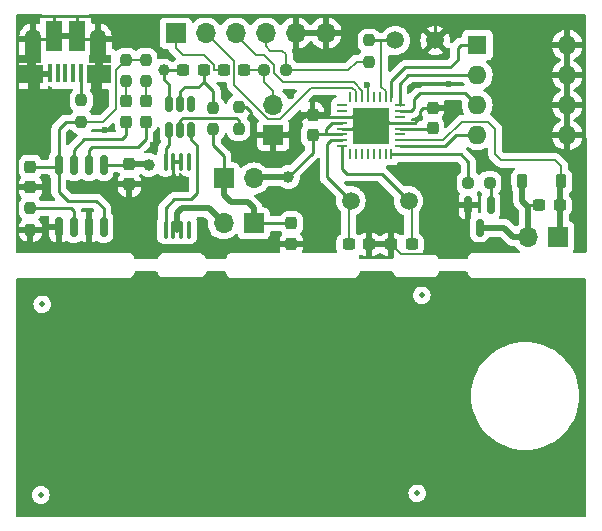
<source format=gbr>
%TF.GenerationSoftware,KiCad,Pcbnew,8.0.1*%
%TF.CreationDate,2024-06-30T08:56:45-03:00*%
%TF.ProjectId,chaos_papagali,6368616f-735f-4706-9170-6167616c692e,rev?*%
%TF.SameCoordinates,Original*%
%TF.FileFunction,Copper,L1,Top*%
%TF.FilePolarity,Positive*%
%FSLAX46Y46*%
G04 Gerber Fmt 4.6, Leading zero omitted, Abs format (unit mm)*
G04 Created by KiCad (PCBNEW 8.0.1) date 2024-06-30 08:56:45*
%MOMM*%
%LPD*%
G01*
G04 APERTURE LIST*
G04 Aperture macros list*
%AMRoundRect*
0 Rectangle with rounded corners*
0 $1 Rounding radius*
0 $2 $3 $4 $5 $6 $7 $8 $9 X,Y pos of 4 corners*
0 Add a 4 corners polygon primitive as box body*
4,1,4,$2,$3,$4,$5,$6,$7,$8,$9,$2,$3,0*
0 Add four circle primitives for the rounded corners*
1,1,$1+$1,$2,$3*
1,1,$1+$1,$4,$5*
1,1,$1+$1,$6,$7*
1,1,$1+$1,$8,$9*
0 Add four rect primitives between the rounded corners*
20,1,$1+$1,$2,$3,$4,$5,0*
20,1,$1+$1,$4,$5,$6,$7,0*
20,1,$1+$1,$6,$7,$8,$9,0*
20,1,$1+$1,$8,$9,$2,$3,0*%
G04 Aperture macros list end*
%TA.AperFunction,SMDPad,CuDef*%
%ADD10RoundRect,0.237500X-0.300000X-0.237500X0.300000X-0.237500X0.300000X0.237500X-0.300000X0.237500X0*%
%TD*%
%TA.AperFunction,SMDPad,CuDef*%
%ADD11R,0.400000X1.650000*%
%TD*%
%TA.AperFunction,SMDPad,CuDef*%
%ADD12R,1.825000X0.700000*%
%TD*%
%TA.AperFunction,SMDPad,CuDef*%
%ADD13R,2.000000X1.500000*%
%TD*%
%TA.AperFunction,SMDPad,CuDef*%
%ADD14R,1.350000X2.000000*%
%TD*%
%TA.AperFunction,ComponentPad*%
%ADD15O,1.350000X1.700000*%
%TD*%
%TA.AperFunction,ComponentPad*%
%ADD16O,1.100000X1.500000*%
%TD*%
%TA.AperFunction,SMDPad,CuDef*%
%ADD17R,1.430000X2.500000*%
%TD*%
%TA.AperFunction,SMDPad,CuDef*%
%ADD18C,0.500000*%
%TD*%
%TA.AperFunction,SMDPad,CuDef*%
%ADD19RoundRect,0.237500X0.237500X-0.250000X0.237500X0.250000X-0.237500X0.250000X-0.237500X-0.250000X0*%
%TD*%
%TA.AperFunction,SMDPad,CuDef*%
%ADD20RoundRect,0.150000X0.150000X-0.512500X0.150000X0.512500X-0.150000X0.512500X-0.150000X-0.512500X0*%
%TD*%
%TA.AperFunction,SMDPad,CuDef*%
%ADD21RoundRect,0.237500X-0.237500X0.250000X-0.237500X-0.250000X0.237500X-0.250000X0.237500X0.250000X0*%
%TD*%
%TA.AperFunction,SMDPad,CuDef*%
%ADD22RoundRect,0.062500X-0.375000X-0.062500X0.375000X-0.062500X0.375000X0.062500X-0.375000X0.062500X0*%
%TD*%
%TA.AperFunction,SMDPad,CuDef*%
%ADD23RoundRect,0.062500X-0.062500X-0.375000X0.062500X-0.375000X0.062500X0.375000X-0.062500X0.375000X0*%
%TD*%
%TA.AperFunction,HeatsinkPad*%
%ADD24R,3.100000X3.100000*%
%TD*%
%TA.AperFunction,SMDPad,CuDef*%
%ADD25RoundRect,0.237500X0.237500X-0.300000X0.237500X0.300000X-0.237500X0.300000X-0.237500X-0.300000X0*%
%TD*%
%TA.AperFunction,SMDPad,CuDef*%
%ADD26RoundRect,0.237500X0.300000X0.237500X-0.300000X0.237500X-0.300000X-0.237500X0.300000X-0.237500X0*%
%TD*%
%TA.AperFunction,ComponentPad*%
%ADD27C,1.500000*%
%TD*%
%TA.AperFunction,SMDPad,CuDef*%
%ADD28RoundRect,0.237500X0.237500X-0.287500X0.237500X0.287500X-0.237500X0.287500X-0.237500X-0.287500X0*%
%TD*%
%TA.AperFunction,ComponentPad*%
%ADD29R,1.700000X1.700000*%
%TD*%
%TA.AperFunction,ComponentPad*%
%ADD30O,1.700000X1.700000*%
%TD*%
%TA.AperFunction,SMDPad,CuDef*%
%ADD31RoundRect,0.225000X0.225000X0.375000X-0.225000X0.375000X-0.225000X-0.375000X0.225000X-0.375000X0*%
%TD*%
%TA.AperFunction,SMDPad,CuDef*%
%ADD32RoundRect,0.237500X0.250000X0.237500X-0.250000X0.237500X-0.250000X-0.237500X0.250000X-0.237500X0*%
%TD*%
%TA.AperFunction,SMDPad,CuDef*%
%ADD33RoundRect,0.237500X-0.250000X-0.237500X0.250000X-0.237500X0.250000X0.237500X-0.250000X0.237500X0*%
%TD*%
%TA.AperFunction,SMDPad,CuDef*%
%ADD34RoundRect,0.150000X0.150000X-0.675000X0.150000X0.675000X-0.150000X0.675000X-0.150000X-0.675000X0*%
%TD*%
%TA.AperFunction,ComponentPad*%
%ADD35R,1.600000X1.600000*%
%TD*%
%TA.AperFunction,ComponentPad*%
%ADD36O,1.600000X1.600000*%
%TD*%
%TA.AperFunction,SMDPad,CuDef*%
%ADD37RoundRect,0.100000X-0.100000X0.637500X-0.100000X-0.637500X0.100000X-0.637500X0.100000X0.637500X0*%
%TD*%
%TA.AperFunction,SMDPad,CuDef*%
%ADD38RoundRect,0.150000X-0.150000X0.587500X-0.150000X-0.587500X0.150000X-0.587500X0.150000X0.587500X0*%
%TD*%
%TA.AperFunction,ViaPad*%
%ADD39C,0.600000*%
%TD*%
%TA.AperFunction,ViaPad*%
%ADD40C,1.000000*%
%TD*%
%TA.AperFunction,Conductor*%
%ADD41C,0.254000*%
%TD*%
%TA.AperFunction,Conductor*%
%ADD42C,0.200000*%
%TD*%
%TA.AperFunction,Conductor*%
%ADD43C,0.508000*%
%TD*%
G04 APERTURE END LIST*
D10*
%TO.P,C8,1*%
%TO.N,Net-(J3-Pin_2)*%
X123825000Y-78740000D03*
%TO.P,C8,2*%
%TO.N,Net-(U3-VCC)*%
X125550000Y-78740000D03*
%TD*%
D11*
%TO.P,J2,1,VBUS*%
%TO.N,Net-(J2-VBUS)*%
X115156000Y-78953000D03*
%TO.P,J2,2,D-*%
%TO.N,unconnected-(J2-D--Pad2)*%
X114506000Y-78953000D03*
%TO.P,J2,3,D+*%
%TO.N,unconnected-(J2-D+-Pad3)*%
X113856000Y-78953000D03*
%TO.P,J2,4,ID*%
%TO.N,unconnected-(J2-ID-Pad4)*%
X113206000Y-78953000D03*
%TO.P,J2,5,GND*%
%TO.N,GNDREF*%
X112556000Y-78953000D03*
D12*
%TO.P,J2,6,Shield*%
X116806000Y-77753000D03*
D13*
X116706000Y-79053000D03*
D14*
X116586000Y-77003000D03*
D15*
X116586000Y-76073000D03*
D16*
X116276000Y-79073000D03*
D17*
X114816000Y-75803000D03*
X112896000Y-75803000D03*
D16*
X111436000Y-79073000D03*
D15*
X111126000Y-76073000D03*
D14*
X111106000Y-77003000D03*
D13*
X110956000Y-79073000D03*
D12*
X110856000Y-77753000D03*
%TD*%
D18*
%TO.P,F2,*%
%TO.N,*%
X111887000Y-98552000D03*
%TD*%
D10*
%TO.P,C5,1*%
%TO.N,Net-(J1-Pin_1)*%
X127254000Y-78740000D03*
%TO.P,C5,2*%
%TO.N,Net-(U1-~{RESET}{slash}PC6)*%
X128979000Y-78740000D03*
%TD*%
D19*
%TO.P,R6,1*%
%TO.N,GNDREF*%
X110874500Y-92242500D03*
%TO.P,R6,2*%
%TO.N,Net-(U2-PROG)*%
X110874500Y-90417500D03*
%TD*%
D20*
%TO.P,U3,1,OD*%
%TO.N,Net-(U3-OD)*%
X122621000Y-83814500D03*
%TO.P,U3,2,CS*%
%TO.N,Net-(U3-CS)*%
X123571000Y-83814500D03*
%TO.P,U3,3,OC*%
%TO.N,Net-(U3-OC)*%
X124521000Y-83814500D03*
%TO.P,U3,4,TD*%
%TO.N,unconnected-(U3-TD-Pad4)*%
X124521000Y-81539500D03*
%TO.P,U3,5,VCC*%
%TO.N,Net-(U3-VCC)*%
X123571000Y-81539500D03*
%TO.P,U3,6,GND*%
%TO.N,Net-(J3-Pin_2)*%
X122621000Y-81539500D03*
%TD*%
D19*
%TO.P,R9,1*%
%TO.N,Net-(J3-Pin_1)*%
X126365000Y-83740000D03*
%TO.P,R9,2*%
%TO.N,Net-(U3-VCC)*%
X126365000Y-81915000D03*
%TD*%
D21*
%TO.P,R10,1*%
%TO.N,GNDREF*%
X128524000Y-81868000D03*
%TO.P,R10,2*%
%TO.N,Net-(U3-CS)*%
X128524000Y-83693000D03*
%TD*%
D22*
%TO.P,U1,1,PD3*%
%TO.N,unconnected-(U1-PD3-Pad1)*%
X137262500Y-81661000D03*
%TO.P,U1,2,PD4*%
%TO.N,unconnected-(U1-PD4-Pad2)*%
X137262500Y-82161000D03*
%TO.P,U1,3,GND*%
%TO.N,GNDREF*%
X137262500Y-82661000D03*
%TO.P,U1,4,VCC*%
%TO.N,VCC*%
X137262500Y-83161000D03*
%TO.P,U1,5,GND*%
%TO.N,GNDREF*%
X137262500Y-83661000D03*
%TO.P,U1,6,VCC*%
%TO.N,VCC*%
X137262500Y-84161000D03*
%TO.P,U1,7,XTAL1/PB6*%
%TO.N,Net-(U1-XTAL1{slash}PB6)*%
X137262500Y-84661000D03*
%TO.P,U1,8,XTAL2/PB7*%
%TO.N,Net-(U1-XTAL2{slash}PB7)*%
X137262500Y-85161000D03*
D23*
%TO.P,U1,9,PD5*%
%TO.N,unconnected-(U1-PD5-Pad9)*%
X137950000Y-85848500D03*
%TO.P,U1,10,PD6*%
%TO.N,unconnected-(U1-PD6-Pad10)*%
X138450000Y-85848500D03*
%TO.P,U1,11,PD7*%
%TO.N,unconnected-(U1-PD7-Pad11)*%
X138950000Y-85848500D03*
%TO.P,U1,12,PB0*%
%TO.N,unconnected-(U1-PB0-Pad12)*%
X139450000Y-85848500D03*
%TO.P,U1,13,PB1*%
%TO.N,unconnected-(U1-PB1-Pad13)*%
X139950000Y-85848500D03*
%TO.P,U1,14,PB2*%
%TO.N,unconnected-(U1-PB2-Pad14)*%
X140450000Y-85848500D03*
%TO.P,U1,15,PB3*%
%TO.N,unconnected-(U1-PB3-Pad15)*%
X140950000Y-85848500D03*
%TO.P,U1,16,PB4*%
%TO.N,/D12*%
X141450000Y-85848500D03*
D22*
%TO.P,U1,17,PB5*%
%TO.N,/D7*%
X142137500Y-85161000D03*
%TO.P,U1,18,AVCC*%
%TO.N,VCC*%
X142137500Y-84661000D03*
%TO.P,U1,19,ADC6*%
%TO.N,unconnected-(U1-ADC6-Pad19)*%
X142137500Y-84161000D03*
%TO.P,U1,20,AREF*%
%TO.N,Net-(U1-AREF)*%
X142137500Y-83661000D03*
%TO.P,U1,21,GND*%
%TO.N,GNDREF*%
X142137500Y-83161000D03*
%TO.P,U1,22,ADC7*%
%TO.N,unconnected-(U1-ADC7-Pad22)*%
X142137500Y-82661000D03*
%TO.P,U1,23,PC0*%
%TO.N,/D6*%
X142137500Y-82161000D03*
%TO.P,U1,24,PC1*%
%TO.N,/D5*%
X142137500Y-81661000D03*
D23*
%TO.P,U1,25,PC2*%
%TO.N,Net-(U1-PC2)*%
X141450000Y-80973500D03*
%TO.P,U1,26,PC3*%
%TO.N,/A3*%
X140950000Y-80973500D03*
%TO.P,U1,27,PC4*%
%TO.N,unconnected-(U1-PC4-Pad27)*%
X140450000Y-80973500D03*
%TO.P,U1,28,PC5*%
%TO.N,unconnected-(U1-PC5-Pad28)*%
X139950000Y-80973500D03*
%TO.P,U1,29,~{RESET}/PC6*%
%TO.N,Net-(U1-~{RESET}{slash}PC6)*%
X139450000Y-80973500D03*
%TO.P,U1,30,PD0*%
%TO.N,RXI*%
X138950000Y-80973500D03*
%TO.P,U1,31,PD1*%
%TO.N,TXO*%
X138450000Y-80973500D03*
%TO.P,U1,32,PD2*%
%TO.N,unconnected-(U1-PD2-Pad32)*%
X137950000Y-80973500D03*
D24*
%TO.P,U1,33,GND*%
%TO.N,GNDREF*%
X139700000Y-83411000D03*
%TD*%
D25*
%TO.P,C9,1*%
%TO.N,GNDREF*%
X132969000Y-93419000D03*
%TO.P,C9,2*%
%TO.N,Net-(J3-Pin_1)*%
X132969000Y-91694000D03*
%TD*%
D26*
%TO.P,C4,1*%
%TO.N,GNDREF*%
X139544500Y-93472000D03*
%TO.P,C4,2*%
%TO.N,Net-(U1-XTAL1{slash}PB6)*%
X137819500Y-93472000D03*
%TD*%
D19*
%TO.P,R4,1*%
%TO.N,Net-(D1-A)*%
X120650000Y-79652500D03*
%TO.P,R4,2*%
%TO.N,Net-(U2-CE)*%
X120650000Y-77827500D03*
%TD*%
D27*
%TO.P,R8,1*%
%TO.N,/A3*%
X141761000Y-76200000D03*
%TO.P,R8,2*%
%TO.N,GNDREF*%
X145161000Y-76200000D03*
%TD*%
D28*
%TO.P,D2,1,K*%
%TO.N,Net-(D2-K)*%
X118999000Y-83081500D03*
%TO.P,D2,2,A*%
%TO.N,Net-(D2-A)*%
X118999000Y-81331500D03*
%TD*%
D29*
%TO.P,M1,1,+*%
%TO.N,VCC*%
X155575000Y-92837000D03*
D30*
%TO.P,M1,2,-*%
%TO.N,Net-(D4-A)*%
X153035000Y-92837000D03*
%TD*%
D31*
%TO.P,D4,1,K*%
%TO.N,VCC*%
X155829000Y-88138000D03*
%TO.P,D4,2,A*%
%TO.N,Net-(D4-A)*%
X152529000Y-88138000D03*
%TD*%
D10*
%TO.P,C3,1*%
%TO.N,GNDREF*%
X141428500Y-93472000D03*
%TO.P,C3,2*%
%TO.N,Net-(U1-XTAL2{slash}PB7)*%
X143153500Y-93472000D03*
%TD*%
D25*
%TO.P,C7,1*%
%TO.N,GNDREF*%
X110874500Y-88633500D03*
%TO.P,C7,2*%
%TO.N,Net-(U2-CE)*%
X110874500Y-86908500D03*
%TD*%
D19*
%TO.P,R5,1*%
%TO.N,Net-(D2-A)*%
X118999000Y-79652500D03*
%TO.P,R5,2*%
%TO.N,Net-(U2-CE)*%
X118999000Y-77827500D03*
%TD*%
D25*
%TO.P,C6,1*%
%TO.N,GNDREF*%
X119253000Y-88392000D03*
%TO.P,C6,2*%
%TO.N,Net-(J3-Pin_1)*%
X119253000Y-86667000D03*
%TD*%
%TO.P,C1,1*%
%TO.N,VCC*%
X134771500Y-84201000D03*
%TO.P,C1,2*%
%TO.N,GNDREF*%
X134771500Y-82476000D03*
%TD*%
D32*
%TO.P,R1,1*%
%TO.N,VCC*%
X132508000Y-78740000D03*
%TO.P,R1,2*%
%TO.N,Net-(U1-~{RESET}{slash}PC6)*%
X130683000Y-78740000D03*
%TD*%
D25*
%TO.P,C2,1*%
%TO.N,Net-(U1-AREF)*%
X144931500Y-83640000D03*
%TO.P,C2,2*%
%TO.N,GNDREF*%
X144931500Y-81915000D03*
%TD*%
D18*
%TO.P,F3,*%
%TO.N,*%
X111760000Y-114681000D03*
%TD*%
%TO.P,F1,*%
%TO.N,*%
X144018000Y-97790000D03*
%TD*%
D29*
%TO.P,SW1,1,1*%
%TO.N,GNDREF*%
X131445000Y-84201000D03*
D30*
%TO.P,SW1,2,2*%
%TO.N,Net-(U1-~{RESET}{slash}PC6)*%
X131445000Y-81661000D03*
%TD*%
D26*
%TO.P,C10,1*%
%TO.N,VCC*%
X155702000Y-90170000D03*
%TO.P,C10,2*%
%TO.N,Net-(D4-A)*%
X153977000Y-90170000D03*
%TD*%
D33*
%TO.P,R2,1*%
%TO.N,/D12*%
X147954000Y-88265000D03*
%TO.P,R2,2*%
%TO.N,Net-(Q1-B)*%
X149779000Y-88265000D03*
%TD*%
D34*
%TO.P,U2,1,TEMP*%
%TO.N,GNDREF*%
X113284000Y-91991000D03*
%TO.P,U2,2,PROG*%
%TO.N,Net-(U2-PROG)*%
X114554000Y-91991000D03*
%TO.P,U2,3,GND*%
%TO.N,GNDREF*%
X115824000Y-91991000D03*
%TO.P,U2,4,VCC*%
%TO.N,Net-(U2-CE)*%
X117094000Y-91991000D03*
%TO.P,U2,5,BAT*%
%TO.N,Net-(J3-Pin_1)*%
X117094000Y-86741000D03*
%TO.P,U2,6,STDBY*%
%TO.N,Net-(D1-K)*%
X115824000Y-86741000D03*
%TO.P,U2,7,CHRG*%
%TO.N,Net-(D2-K)*%
X114554000Y-86741000D03*
%TO.P,U2,8,CE*%
%TO.N,Net-(U2-CE)*%
X113284000Y-86741000D03*
%TD*%
D29*
%TO.P,JP1,1,A*%
%TO.N,Net-(J3-Pin_1)*%
X127254000Y-87884000D03*
D30*
%TO.P,JP1,2,B*%
%TO.N,VCC*%
X129794000Y-87884000D03*
%TD*%
D29*
%TO.P,J1,1,Pin_1*%
%TO.N,Net-(J1-Pin_1)*%
X123190000Y-75565000D03*
D30*
%TO.P,J1,2,Pin_2*%
%TO.N,TXO*%
X125730000Y-75565000D03*
%TO.P,J1,3,Pin_3*%
%TO.N,RXI*%
X128270000Y-75565000D03*
%TO.P,J1,4,Pin_4*%
%TO.N,VCC*%
X130810000Y-75565000D03*
%TO.P,J1,5,Pin_5*%
%TO.N,GNDREF*%
X133350000Y-75565000D03*
%TO.P,J1,6,Pin_6*%
X135890000Y-75565000D03*
%TD*%
D18*
%TO.P,F4,*%
%TO.N,*%
X143637000Y-114554000D03*
%TD*%
D28*
%TO.P,D1,1,K*%
%TO.N,Net-(D1-K)*%
X120650000Y-83067500D03*
%TO.P,D1,2,A*%
%TO.N,Net-(D1-A)*%
X120650000Y-81317500D03*
%TD*%
D35*
%TO.P,SW3,1*%
%TO.N,Net-(U1-PC2)*%
X148717000Y-76581000D03*
D36*
%TO.P,SW3,2*%
%TO.N,/D5*%
X148717000Y-79121000D03*
%TO.P,SW3,3*%
%TO.N,/D6*%
X148717000Y-81661000D03*
%TO.P,SW3,4*%
%TO.N,/D7*%
X148717000Y-84201000D03*
%TO.P,SW3,5*%
%TO.N,GNDREF*%
X156337000Y-84201000D03*
%TO.P,SW3,6*%
X156337000Y-81661000D03*
%TO.P,SW3,7*%
X156337000Y-79121000D03*
%TO.P,SW3,8*%
X156337000Y-76581000D03*
%TD*%
D21*
%TO.P,R3,1*%
%TO.N,Net-(J2-VBUS)*%
X115189000Y-81280000D03*
%TO.P,R3,2*%
%TO.N,Net-(U2-CE)*%
X115189000Y-83105000D03*
%TD*%
%TO.P,R7,1*%
%TO.N,/A3*%
X139573000Y-76200000D03*
%TO.P,R7,2*%
%TO.N,VCC*%
X139573000Y-78025000D03*
%TD*%
D29*
%TO.P,J3,1,Pin_1*%
%TO.N,Net-(J3-Pin_1)*%
X129794000Y-91694000D03*
D30*
%TO.P,J3,2,Pin_2*%
%TO.N,Net-(J3-Pin_2)*%
X127254000Y-91694000D03*
%TD*%
D37*
%TO.P,U4,1,D12*%
%TO.N,unconnected-(U4-D12-Pad1)*%
X124280000Y-86487000D03*
%TO.P,U4,2,S1*%
%TO.N,GNDREF*%
X123630000Y-86487000D03*
%TO.P,U4,3,S1*%
X122980000Y-86487000D03*
%TO.P,U4,4,G1*%
%TO.N,Net-(U3-OD)*%
X122330000Y-86487000D03*
%TO.P,U4,5,G2*%
%TO.N,Net-(U3-OC)*%
X122330000Y-92212000D03*
%TO.P,U4,6,S2*%
%TO.N,Net-(J3-Pin_2)*%
X122980000Y-92212000D03*
%TO.P,U4,7,S2*%
X123630000Y-92212000D03*
%TO.P,U4,8,D12*%
%TO.N,unconnected-(U4-D12-Pad8)*%
X124280000Y-92212000D03*
%TD*%
D27*
%TO.P,Y1,1,1*%
%TO.N,Net-(U1-XTAL2{slash}PB7)*%
X142899500Y-89789000D03*
%TO.P,Y1,2,2*%
%TO.N,Net-(U1-XTAL1{slash}PB6)*%
X138019500Y-89789000D03*
%TD*%
D38*
%TO.P,Q1,1,B*%
%TO.N,Net-(Q1-B)*%
X149859000Y-90170000D03*
%TO.P,Q1,2,E*%
%TO.N,GNDREF*%
X147959000Y-90170000D03*
%TO.P,Q1,3,C*%
%TO.N,Net-(D4-A)*%
X148909000Y-92045000D03*
%TD*%
D39*
%TO.N,GNDREF*%
X140335000Y-90932000D03*
X151384000Y-88646000D03*
X113284000Y-81534000D03*
X127254000Y-80264000D03*
X117221000Y-83820000D03*
X146558000Y-82169000D03*
X152527000Y-83058000D03*
X118491000Y-90424000D03*
X132969000Y-80899000D03*
X121285000Y-85090000D03*
X136652000Y-77597000D03*
X134366000Y-77597000D03*
X143764000Y-80010000D03*
X120269000Y-93091000D03*
X120269000Y-90678000D03*
X118618000Y-93091000D03*
X152400000Y-74930000D03*
X145669000Y-88900000D03*
X146304000Y-79883000D03*
X145669000Y-93345000D03*
X157353000Y-87376000D03*
X118999000Y-75565000D03*
X120777000Y-75565000D03*
X111125000Y-84455000D03*
X152527000Y-77978000D03*
X138176000Y-74803000D03*
X152527000Y-80518000D03*
X110998000Y-81407000D03*
X114173000Y-84328000D03*
D40*
%TO.N,VCC*%
X132715000Y-87757000D03*
D39*
%TO.N,Net-(U1-~{RESET}{slash}PC6)*%
X139369200Y-80011400D03*
D40*
%TO.N,Net-(J3-Pin_2)*%
X122174000Y-78740000D03*
%TO.N,Net-(J3-Pin_1)*%
X120904000Y-86741000D03*
%TD*%
D41*
%TO.N,Net-(U3-VCC)*%
X125550000Y-79682000D02*
X125550000Y-78740000D01*
X123571000Y-80518000D02*
X123952000Y-80137000D01*
X126365000Y-81915000D02*
X126365000Y-80497000D01*
X125095000Y-80137000D02*
X125550000Y-79682000D01*
X123952000Y-80137000D02*
X125095000Y-80137000D01*
X123571000Y-81539500D02*
X123571000Y-80518000D01*
X126365000Y-80497000D02*
X125550000Y-79682000D01*
D42*
%TO.N,GNDREF*%
X110956000Y-79073000D02*
X111436000Y-79073000D01*
D41*
X119253000Y-88392000D02*
X122428000Y-88392000D01*
X136017000Y-74091000D02*
X133350000Y-74091000D01*
X109778000Y-93649000D02*
X109982000Y-93853000D01*
X137262000Y-83661000D02*
X137262500Y-83661000D01*
X116586000Y-76073000D02*
X115086000Y-76073000D01*
X114816000Y-74099000D02*
X114808000Y-74091000D01*
X110856000Y-77753000D02*
X109807000Y-77753000D01*
X135890000Y-74218000D02*
X136017000Y-74091000D01*
X134956000Y-82661000D02*
X134772000Y-82476000D01*
X109778000Y-77724000D02*
X109778000Y-79121000D01*
X109818000Y-92242500D02*
X109778000Y-92202000D01*
X139950000Y-83161000D02*
X139700000Y-83411000D01*
D42*
X141428000Y-93472000D02*
X141428500Y-93472000D01*
D41*
X143891000Y-82677000D02*
X143891000Y-82169000D01*
X109982000Y-93853000D02*
X110109000Y-93853000D01*
X135890000Y-75565000D02*
X133350000Y-75565000D01*
D42*
X110874000Y-92242500D02*
X110874500Y-92242500D01*
D41*
X112903000Y-74091000D02*
X109932000Y-74091000D01*
X146812000Y-90424000D02*
X147066000Y-90170000D01*
X114816000Y-75803000D02*
X114816000Y-74099000D01*
X112896000Y-75803000D02*
X112896000Y-74098000D01*
D42*
X141428500Y-93472000D02*
X142243600Y-94287100D01*
D41*
X147066000Y-90170000D02*
X147959000Y-90170000D01*
X137262500Y-83661000D02*
X139450000Y-83661000D01*
X109778000Y-79121000D02*
X109778000Y-88646000D01*
X144145000Y-81915000D02*
X144931500Y-81915000D01*
X156337000Y-76581000D02*
X156337000Y-74472000D01*
X122428000Y-88392000D02*
X122980000Y-87840000D01*
X115824000Y-93980000D02*
X119126000Y-93980000D01*
X157557000Y-84201000D02*
X157811000Y-84455000D01*
D42*
X116806000Y-77223000D02*
X116806000Y-77753000D01*
D41*
X134771500Y-82476000D02*
X134186000Y-82476000D01*
X134772000Y-82476000D02*
X134771500Y-82476000D01*
X130429000Y-93980000D02*
X130990000Y-93419000D01*
X135890000Y-75565000D02*
X135890000Y-74218000D01*
X111556000Y-78953000D02*
X111436000Y-79073000D01*
X157811000Y-84455000D02*
X157811000Y-94030000D01*
X119253000Y-93853000D02*
X119126000Y-93980000D01*
X129921000Y-84201000D02*
X131445000Y-84201000D01*
X142137500Y-83161000D02*
X139950000Y-83161000D01*
X112626000Y-76073000D02*
X112896000Y-75803000D01*
X155956000Y-74091000D02*
X145161000Y-74091000D01*
X109932000Y-74091000D02*
X109778000Y-74245000D01*
X157811000Y-94030000D02*
X157784000Y-94057000D01*
X156337000Y-84201000D02*
X156337000Y-81661000D01*
X113284000Y-93980000D02*
X115824000Y-93980000D01*
X122980000Y-87840000D02*
X122980000Y-86487000D01*
X110956000Y-79073000D02*
X109826000Y-79073000D01*
X114816000Y-75803000D02*
X112896000Y-75803000D01*
X109807000Y-77753000D02*
X109778000Y-77724000D01*
X156337000Y-84201000D02*
X157557000Y-84201000D01*
X145161000Y-76200000D02*
X145161000Y-74091000D01*
X115086000Y-76073000D02*
X114816000Y-75803000D01*
X112556000Y-78953000D02*
X111556000Y-78953000D01*
X122980000Y-86487000D02*
X123630000Y-86487000D01*
X109826000Y-79073000D02*
X109778000Y-79121000D01*
X116706000Y-79053000D02*
X116706000Y-77853000D01*
X129135500Y-81868000D02*
X129540000Y-82272500D01*
X110236000Y-93980000D02*
X113284000Y-93980000D01*
X130990000Y-93419000D02*
X132969000Y-93419000D01*
X141428000Y-93472000D02*
X139544500Y-93472000D01*
X116586000Y-74091000D02*
X114808000Y-74091000D01*
X115824000Y-91991000D02*
X115824000Y-93980000D01*
X146812000Y-93853000D02*
X146812000Y-90424000D01*
D42*
X116586000Y-76073000D02*
X116586000Y-77003000D01*
D41*
X134186000Y-82476000D02*
X132461000Y-84201000D01*
X143407000Y-83161000D02*
X143891000Y-82677000D01*
X114808000Y-74091000D02*
X112903000Y-74091000D01*
D42*
X111106000Y-77003000D02*
X110856000Y-77253000D01*
D41*
X139450000Y-83661000D02*
X139700000Y-83411000D01*
X119126000Y-93980000D02*
X128524000Y-93980000D01*
X128524000Y-93980000D02*
X130429000Y-93980000D01*
X129540000Y-82272500D02*
X129540000Y-83820000D01*
X145161000Y-74091000D02*
X136017000Y-74091000D01*
X110109000Y-93853000D02*
X110236000Y-93980000D01*
X156337000Y-79121000D02*
X156337000Y-76581000D01*
X156337000Y-74472000D02*
X155956000Y-74091000D01*
X132461000Y-84201000D02*
X131445000Y-84201000D01*
X113284000Y-91991000D02*
X113284000Y-93980000D01*
D42*
X146377900Y-94287100D02*
X146812000Y-93853000D01*
X110874000Y-88633500D02*
X110874500Y-88633500D01*
D41*
X109778000Y-92202000D02*
X109778000Y-93649000D01*
D42*
X116686000Y-79073000D02*
X116706000Y-79053000D01*
D41*
X133350000Y-75565000D02*
X133350000Y-74091000D01*
D42*
X116276000Y-79073000D02*
X116686000Y-79073000D01*
D41*
X137262500Y-82661000D02*
X138950000Y-82661000D01*
X137262500Y-82661000D02*
X134956000Y-82661000D01*
X109778000Y-74245000D02*
X109778000Y-77724000D01*
D42*
X142243600Y-94287100D02*
X146377900Y-94287100D01*
D41*
X112896000Y-74098000D02*
X112903000Y-74091000D01*
X144931500Y-81915000D02*
X144932000Y-81915000D01*
X110874000Y-88633500D02*
X109790000Y-88633500D01*
X138950000Y-82661000D02*
X139700000Y-83411000D01*
X133350000Y-74091000D02*
X116586000Y-74091000D01*
X116706000Y-77853000D02*
X116806000Y-77753000D01*
X111126000Y-76073000D02*
X112626000Y-76073000D01*
X142137500Y-83161000D02*
X143407000Y-83161000D01*
X110874000Y-92242500D02*
X109818000Y-92242500D01*
X109778000Y-88646000D02*
X109778000Y-92202000D01*
X139544500Y-93472000D02*
X139544000Y-93472000D01*
X143891000Y-82169000D02*
X144145000Y-81915000D01*
X116586000Y-76073000D02*
X116586000Y-74091000D01*
D42*
X110856000Y-77253000D02*
X110856000Y-77753000D01*
D41*
X129540000Y-83820000D02*
X129921000Y-84201000D01*
X119253000Y-88392000D02*
X119253000Y-93853000D01*
X109790000Y-88633500D02*
X109778000Y-88646000D01*
X156337000Y-81661000D02*
X156337000Y-79121000D01*
D42*
X116586000Y-77003000D02*
X116806000Y-77223000D01*
D41*
X128524000Y-81868000D02*
X129135500Y-81868000D01*
D42*
%TO.N,VCC*%
X137262000Y-83161000D02*
X137262500Y-83161000D01*
D41*
X134772000Y-85700000D02*
X132715000Y-87757000D01*
X134792000Y-84181000D02*
X134772000Y-84201000D01*
D42*
X150749000Y-86360000D02*
X155321000Y-86360000D01*
X132508000Y-78740000D02*
X137795000Y-78740000D01*
X155829000Y-86868000D02*
X155829000Y-88138000D01*
D41*
X134772000Y-84201000D02*
X134772000Y-85700000D01*
X137262000Y-83161000D02*
X136422000Y-83161000D01*
D42*
X145850300Y-84661000D02*
X142137500Y-84661000D01*
X155321000Y-86360000D02*
X155829000Y-86868000D01*
X150241000Y-85852000D02*
X150749000Y-86360000D01*
X155702000Y-92710000D02*
X155575000Y-92837000D01*
X130810000Y-75565000D02*
X130810000Y-76708000D01*
D43*
X155702000Y-88392000D02*
X155702000Y-90170000D01*
D42*
X150241000Y-83693000D02*
X150241000Y-85852000D01*
X138510000Y-78025000D02*
X139573000Y-78025000D01*
D41*
X136422000Y-83161000D02*
X135890000Y-83693000D01*
D42*
X132207000Y-77089000D02*
X132508000Y-77390000D01*
D41*
X134812000Y-84161000D02*
X134792000Y-84181000D01*
D42*
X137262000Y-84161000D02*
X137262500Y-84161000D01*
D41*
X135890000Y-84161000D02*
X134812000Y-84161000D01*
X135890000Y-83693000D02*
X135890000Y-84161000D01*
D42*
X155829000Y-88265000D02*
X155702000Y-88392000D01*
D43*
X129921000Y-87757000D02*
X129794000Y-87884000D01*
D42*
X132508000Y-77390000D02*
X132508000Y-78740000D01*
X155829000Y-88138000D02*
X155829000Y-88265000D01*
X130810000Y-76708000D02*
X131191000Y-77089000D01*
X150241000Y-83693000D02*
X149636400Y-83088400D01*
X149636400Y-83088400D02*
X147422900Y-83088400D01*
X134791500Y-84181000D02*
X134771500Y-84201000D01*
D41*
X137262000Y-84161000D02*
X135890000Y-84161000D01*
D42*
X134792000Y-84181000D02*
X134791500Y-84181000D01*
X131191000Y-77089000D02*
X132207000Y-77089000D01*
D43*
X132715000Y-87757000D02*
X129921000Y-87757000D01*
D42*
X147422900Y-83088400D02*
X145850300Y-84661000D01*
D43*
X155702000Y-90170000D02*
X155702000Y-92710000D01*
D42*
X137795000Y-78740000D02*
X138510000Y-78025000D01*
D41*
%TO.N,Net-(U1-AREF)*%
X144931700Y-83640200D02*
X144932000Y-83640000D01*
X144910000Y-83661000D02*
X144931700Y-83640200D01*
D42*
X144931500Y-83640000D02*
X144931700Y-83640200D01*
X142138000Y-83661000D02*
X142137500Y-83661000D01*
D41*
X142138000Y-83661000D02*
X144910000Y-83661000D01*
%TO.N,Net-(U1-XTAL2{slash}PB7)*%
X140614000Y-87503000D02*
X142900000Y-89789000D01*
D42*
X143153500Y-90042500D02*
X142900000Y-89789000D01*
D41*
X137262000Y-87097500D02*
X137668000Y-87503000D01*
D42*
X137262500Y-86128700D02*
X137262500Y-85161000D01*
X137262000Y-86129200D02*
X137262500Y-86128700D01*
X143153500Y-93472000D02*
X143153500Y-90042500D01*
X142900000Y-89789000D02*
X142899500Y-89789000D01*
D41*
X137668000Y-87503000D02*
X140614000Y-87503000D01*
X137262000Y-86129200D02*
X137262000Y-87097500D01*
X137262000Y-85161000D02*
X137262000Y-86129200D01*
%TO.N,Net-(U1-XTAL1{slash}PB6)*%
X137218800Y-88988000D02*
X138020000Y-89789000D01*
X136017000Y-84963000D02*
X136017000Y-87786500D01*
D42*
X137819500Y-93472000D02*
X137819500Y-89989000D01*
X137218800Y-88988000D02*
X138019500Y-89788700D01*
X138019500Y-89788700D02*
X138019500Y-89789000D01*
D41*
X136319000Y-84661000D02*
X136017000Y-84963000D01*
D42*
X137262000Y-84661000D02*
X137262500Y-84661000D01*
X137819500Y-89989000D02*
X138019500Y-89789000D01*
D41*
X137262000Y-84661000D02*
X136319000Y-84661000D01*
X136017000Y-87786500D02*
X137218800Y-88988000D01*
D42*
%TO.N,Net-(J1-Pin_1)*%
X123190000Y-76835000D02*
X123190000Y-75565000D01*
X123825000Y-77470000D02*
X123190000Y-76835000D01*
X126387500Y-78740000D02*
X126387500Y-78273278D01*
X125584222Y-77470000D02*
X123825000Y-77470000D01*
X127254000Y-78740000D02*
X126387500Y-78740000D01*
X126387500Y-78273278D02*
X125584222Y-77470000D01*
%TO.N,Net-(U1-~{RESET}{slash}PC6)*%
X139369200Y-80011400D02*
X139450000Y-80092200D01*
X139450000Y-80092200D02*
X139450000Y-80973500D01*
X131445000Y-81661000D02*
X131445000Y-80510900D01*
X130683000Y-78740000D02*
X130683000Y-79748900D01*
X128979000Y-78740000D02*
X130683000Y-78740000D01*
X130683000Y-79748900D02*
X131445000Y-80510900D01*
D41*
%TO.N,Net-(U2-CE)*%
X113872000Y-83105000D02*
X114759600Y-83105000D01*
X110874000Y-86908500D02*
X110874500Y-86908500D01*
X114759600Y-83105000D02*
X115189000Y-83105000D01*
X113116000Y-86908500D02*
X113284000Y-86741000D01*
D42*
X118110000Y-82042000D02*
X118110000Y-78716500D01*
D41*
X113284000Y-83693000D02*
X113872000Y-83105000D01*
D42*
X114759600Y-83105000D02*
X117047000Y-83105000D01*
D41*
X114046000Y-89789000D02*
X113284000Y-89027000D01*
X117094000Y-91991000D02*
X117094000Y-90424000D01*
X110874500Y-86908500D02*
X113116000Y-86908500D01*
X116459000Y-89789000D02*
X114046000Y-89789000D01*
X117094000Y-90424000D02*
X116459000Y-89789000D01*
D42*
X118110000Y-78716500D02*
X118999000Y-77827500D01*
D41*
X113284000Y-89027000D02*
X113284000Y-86741000D01*
X113284000Y-86741000D02*
X113284000Y-83693000D01*
D42*
X120650000Y-77827500D02*
X118999000Y-77827500D01*
X117047000Y-83105000D02*
X118110000Y-82042000D01*
D41*
%TO.N,Net-(J3-Pin_2)*%
X122174000Y-78740000D02*
X123825000Y-78740000D01*
X122621000Y-79949000D02*
X122174000Y-79502000D01*
X123825000Y-78740000D02*
X124079000Y-78994000D01*
D43*
X125984000Y-90424000D02*
X123698000Y-90424000D01*
D41*
X122621000Y-81539500D02*
X122621000Y-79949000D01*
D43*
X123317000Y-92212000D02*
X123317000Y-90805000D01*
X127254000Y-91694000D02*
X125984000Y-90424000D01*
X123317000Y-90805000D02*
X123698000Y-90424000D01*
D41*
X122980000Y-92212000D02*
X123317000Y-92212000D01*
X122174000Y-79502000D02*
X122174000Y-78740000D01*
X123317000Y-92212000D02*
X123630000Y-92212000D01*
%TO.N,Net-(D1-K)*%
X120015000Y-85217000D02*
X120650000Y-84582000D01*
X116078000Y-85217000D02*
X120015000Y-85217000D01*
X115824000Y-85471000D02*
X116078000Y-85217000D01*
X120650000Y-84582000D02*
X120650000Y-83067500D01*
X115824000Y-86741000D02*
X115824000Y-85471000D01*
D42*
%TO.N,Net-(D1-A)*%
X120650000Y-81317500D02*
X120650000Y-79652500D01*
D41*
%TO.N,Net-(D2-K)*%
X114554000Y-85471000D02*
X115443000Y-84582000D01*
X115443000Y-84582000D02*
X118618000Y-84582000D01*
X118618000Y-84582000D02*
X118999000Y-84201000D01*
X118999000Y-84201000D02*
X118999000Y-83081500D01*
X114554000Y-86741000D02*
X114554000Y-85471000D01*
D42*
%TO.N,Net-(D2-A)*%
X118999000Y-81331500D02*
X118999000Y-79652500D01*
D41*
%TO.N,/D12*%
X147955000Y-86487000D02*
X147955000Y-87249000D01*
X141450000Y-85848500D02*
X147316500Y-85848500D01*
X147955000Y-87249000D02*
X147954000Y-87250000D01*
X147954000Y-87250000D02*
X147954000Y-88265000D01*
X147316500Y-85848500D02*
X147955000Y-86487000D01*
D42*
%TO.N,/A3*%
X140589000Y-76327000D02*
X140589000Y-80160614D01*
X140949100Y-76200000D02*
X140462000Y-76200000D01*
X140589000Y-80160614D02*
X140950000Y-80521614D01*
X140462000Y-76200000D02*
X140589000Y-76327000D01*
D41*
X141761000Y-76200000D02*
X140949100Y-76200000D01*
X140949100Y-76200000D02*
X139573000Y-76200000D01*
D42*
X140950000Y-80521614D02*
X140950000Y-80973500D01*
%TO.N,TXO*%
X131995900Y-82826100D02*
X134610600Y-80211400D01*
X138154800Y-80211400D02*
X138450000Y-80506600D01*
X128116400Y-77951400D02*
X128116400Y-79967400D01*
X134610600Y-80211400D02*
X138154800Y-80211400D01*
X128116400Y-79967400D02*
X130975100Y-82826100D01*
X130975100Y-82826100D02*
X131995900Y-82826100D01*
X125730000Y-75565000D02*
X128116400Y-77951400D01*
X138450000Y-80506600D02*
X138450000Y-80973500D01*
%TO.N,RXI*%
X130667222Y-77470000D02*
X131470500Y-78273278D01*
X131470500Y-78273278D02*
X131470500Y-78959400D01*
X128270000Y-75758900D02*
X129981100Y-77470000D01*
X128270000Y-75565000D02*
X128270000Y-75758900D01*
X138950000Y-80440800D02*
X138950000Y-80973500D01*
X132260000Y-79748900D02*
X138258100Y-79748900D01*
X138258100Y-79748900D02*
X138950000Y-80440800D01*
X131470500Y-78959400D02*
X132260000Y-79748900D01*
X129981100Y-77470000D02*
X130667222Y-77470000D01*
D41*
%TO.N,Net-(J2-VBUS)*%
X115189000Y-81280000D02*
X115189000Y-78986000D01*
X115189000Y-78986000D02*
X115156000Y-78953000D01*
%TO.N,Net-(Q1-B)*%
X149859000Y-90170000D02*
X149859000Y-88345000D01*
X149859000Y-88345000D02*
X149779000Y-88265000D01*
%TO.N,Net-(U3-CS)*%
X123772000Y-82729500D02*
X128322000Y-82729500D01*
X123571000Y-82931000D02*
X123772000Y-82729500D01*
X128524000Y-82931000D02*
X128524000Y-83693000D01*
X123571000Y-83814500D02*
X123571000Y-82931000D01*
X128322000Y-82729500D02*
X128524000Y-82931000D01*
D42*
%TO.N,/D5*%
X142137500Y-81134200D02*
X142137500Y-81661000D01*
D41*
X142138000Y-79858500D02*
X142875000Y-79121000D01*
X142138000Y-81661000D02*
X142138000Y-81133700D01*
D42*
X142138000Y-81133700D02*
X142137500Y-81134200D01*
D41*
X142138000Y-81133700D02*
X142138000Y-79858500D01*
X142875000Y-79121000D02*
X148717000Y-79121000D01*
%TO.N,/D7*%
X146939000Y-84201000D02*
X148717000Y-84201000D01*
X145979000Y-85161000D02*
X146939000Y-84201000D01*
D42*
X142138000Y-85161000D02*
X142137500Y-85161000D01*
D41*
X142138000Y-85161000D02*
X145979000Y-85161000D01*
%TO.N,Net-(U2-PROG)*%
X110874000Y-90417500D02*
X110874500Y-90417500D01*
X114294000Y-90417500D02*
X114554000Y-90678000D01*
X110874500Y-90417500D02*
X114294000Y-90417500D01*
X114554000Y-90678000D02*
X114554000Y-91991000D01*
%TO.N,/D6*%
X147701000Y-80645000D02*
X148717000Y-81661000D01*
X143383000Y-81915000D02*
X143383000Y-81153000D01*
X143383000Y-81153000D02*
X143891000Y-80645000D01*
D42*
X142138000Y-82161000D02*
X142137500Y-82161000D01*
D41*
X142138000Y-82161000D02*
X143137000Y-82161000D01*
X143891000Y-80645000D02*
X147701000Y-80645000D01*
X143137000Y-82161000D02*
X143383000Y-81915000D01*
%TO.N,Net-(D4-A)*%
X153977000Y-90170000D02*
X153162000Y-90170000D01*
D43*
X150973000Y-92045000D02*
X151765000Y-92837000D01*
X153035000Y-92837000D02*
X153035000Y-90297000D01*
X152529000Y-89406000D02*
X152529000Y-88138000D01*
X152527000Y-89789000D02*
X152527000Y-89408000D01*
X153035000Y-90297000D02*
X152527000Y-89789000D01*
X151765000Y-92837000D02*
X153035000Y-92837000D01*
X148909000Y-92045000D02*
X150973000Y-92045000D01*
X152527000Y-89408000D02*
X152529000Y-89406000D01*
D41*
X153162000Y-90170000D02*
X153035000Y-90297000D01*
%TO.N,Net-(U3-OD)*%
X122621000Y-85024000D02*
X122330000Y-85315000D01*
X122621000Y-83814500D02*
X122621000Y-85024000D01*
X122330000Y-85315000D02*
X122330000Y-86487000D01*
%TO.N,Net-(U3-OC)*%
X124968000Y-89154000D02*
X124968000Y-85090000D01*
X124968000Y-85090000D02*
X124521000Y-84643000D01*
X123063000Y-89662000D02*
X124460000Y-89662000D01*
X122330000Y-92212000D02*
X122330000Y-90395000D01*
X124460000Y-89662000D02*
X124968000Y-89154000D01*
X124521000Y-84643000D02*
X124521000Y-83814500D01*
X122330000Y-90395000D02*
X123063000Y-89662000D01*
%TO.N,Net-(U1-PC2)*%
X141450000Y-80973500D02*
X141450000Y-79657000D01*
X147066000Y-77851000D02*
X147066000Y-76835000D01*
X146431000Y-78486000D02*
X147066000Y-77851000D01*
X142621000Y-78486000D02*
X146431000Y-78486000D01*
X147320000Y-76581000D02*
X148717000Y-76581000D01*
X147066000Y-76835000D02*
X147320000Y-76581000D01*
X141450000Y-79657000D02*
X142621000Y-78486000D01*
D43*
%TO.N,Net-(J3-Pin_1)*%
X127254000Y-89281000D02*
X127889000Y-89916000D01*
D41*
X129794000Y-91694000D02*
X132969000Y-91694000D01*
D43*
X127254000Y-87884000D02*
X127254000Y-89281000D01*
D41*
X127254000Y-85979000D02*
X127254000Y-87884000D01*
D43*
X129286000Y-89916000D02*
X129794000Y-90424000D01*
D41*
X117094000Y-86741000D02*
X119179000Y-86741000D01*
D43*
X129794000Y-90424000D02*
X129794000Y-91694000D01*
X127889000Y-89916000D02*
X129286000Y-89916000D01*
D41*
X126365000Y-83740000D02*
X126365000Y-85090000D01*
D43*
X120904000Y-86741000D02*
X120830000Y-86667000D01*
X120830000Y-86667000D02*
X119253000Y-86667000D01*
D41*
X119179000Y-86741000D02*
X119253000Y-86667000D01*
X126365000Y-85090000D02*
X127254000Y-85979000D01*
%TD*%
%TA.AperFunction,Conductor*%
%TO.N,GNDREF*%
G36*
X135308834Y-86153099D02*
G01*
X135364767Y-86194971D01*
X135389184Y-86260435D01*
X135389500Y-86269281D01*
X135389500Y-87718715D01*
X135389491Y-87718903D01*
X135389500Y-87784481D01*
X135389500Y-87848343D01*
X135401975Y-87911018D01*
X135401976Y-87911034D01*
X135401978Y-87911034D01*
X135413621Y-87969569D01*
X135413625Y-87969581D01*
X135413636Y-87969609D01*
X135413637Y-87969610D01*
X135435878Y-88023284D01*
X135453779Y-88066500D01*
X135460918Y-88083735D01*
X135460920Y-88083738D01*
X135460954Y-88083802D01*
X135495040Y-88134802D01*
X135495048Y-88134814D01*
X135529589Y-88186508D01*
X135529641Y-88186572D01*
X135573679Y-88230598D01*
X135573692Y-88230611D01*
X135621406Y-88278326D01*
X135621540Y-88278447D01*
X136577257Y-89233925D01*
X136731438Y-89388068D01*
X136731439Y-89388069D01*
X136760367Y-89416990D01*
X136793858Y-89478307D01*
X136792470Y-89536772D01*
X136783295Y-89571015D01*
X136783292Y-89571029D01*
X136764814Y-89782247D01*
X136764223Y-89789000D01*
X136782244Y-89994992D01*
X136783293Y-90006975D01*
X136783293Y-90006979D01*
X136839922Y-90218322D01*
X136839924Y-90218326D01*
X136839925Y-90218330D01*
X136886161Y-90317484D01*
X136932397Y-90416638D01*
X136932398Y-90416639D01*
X137057902Y-90595877D01*
X137057906Y-90595881D01*
X137182681Y-90720656D01*
X137216166Y-90781979D01*
X137219000Y-90808337D01*
X137219000Y-92483548D01*
X137199315Y-92550587D01*
X137160097Y-92589086D01*
X137058653Y-92651657D01*
X137058649Y-92651660D01*
X136936661Y-92773648D01*
X136846093Y-92920481D01*
X136846091Y-92920486D01*
X136818719Y-93003088D01*
X136791826Y-93084247D01*
X136791826Y-93084248D01*
X136791825Y-93084248D01*
X136781500Y-93185315D01*
X136781500Y-93758669D01*
X136781501Y-93758687D01*
X136791825Y-93859752D01*
X136797042Y-93875495D01*
X136845092Y-94020498D01*
X136847494Y-94090324D01*
X136811763Y-94150366D01*
X136749242Y-94181559D01*
X136727386Y-94183500D01*
X134001237Y-94183500D01*
X133934198Y-94163815D01*
X133888443Y-94111011D01*
X133878499Y-94041853D01*
X133883531Y-94020496D01*
X133933680Y-93869152D01*
X133943999Y-93768154D01*
X133944000Y-93768137D01*
X133944000Y-93669000D01*
X131994001Y-93669000D01*
X131994001Y-93768154D01*
X132004319Y-93869152D01*
X132054469Y-94020496D01*
X132056871Y-94090325D01*
X132021139Y-94150367D01*
X131958618Y-94181559D01*
X131936763Y-94183500D01*
X128089528Y-94183500D01*
X127942472Y-94183500D01*
X127812070Y-94218441D01*
X127800423Y-94221562D01*
X127673076Y-94295086D01*
X127673070Y-94295091D01*
X127569091Y-94399070D01*
X127569086Y-94399076D01*
X127495562Y-94526423D01*
X127495561Y-94526427D01*
X127462423Y-94650095D01*
X127426060Y-94709754D01*
X127363213Y-94740283D01*
X127342650Y-94742000D01*
X125843586Y-94742000D01*
X125776547Y-94722315D01*
X125730792Y-94669511D01*
X125723813Y-94650099D01*
X125695847Y-94545726D01*
X125628901Y-94429774D01*
X125534226Y-94335099D01*
X125418274Y-94268153D01*
X125288945Y-94233500D01*
X122240945Y-94233500D01*
X122107055Y-94233500D01*
X121977725Y-94268153D01*
X121861774Y-94335099D01*
X121861771Y-94335101D01*
X121767101Y-94429771D01*
X121767099Y-94429774D01*
X121700153Y-94545724D01*
X121686581Y-94596377D01*
X121672187Y-94650094D01*
X121635824Y-94709753D01*
X121572978Y-94740283D01*
X121552414Y-94742000D01*
X119799350Y-94742000D01*
X119732311Y-94722315D01*
X119686556Y-94669511D01*
X119679577Y-94650100D01*
X119646439Y-94526427D01*
X119634846Y-94506348D01*
X119572913Y-94399076D01*
X119572908Y-94399070D01*
X119468929Y-94295091D01*
X119468923Y-94295086D01*
X119341576Y-94221562D01*
X119341577Y-94221562D01*
X119329929Y-94218441D01*
X119199528Y-94183500D01*
X119199525Y-94183500D01*
X109775500Y-94183500D01*
X109708461Y-94163815D01*
X109662706Y-94111011D01*
X109651500Y-94059500D01*
X109651500Y-92492500D01*
X109899501Y-92492500D01*
X109899501Y-92541654D01*
X109909819Y-92642652D01*
X109964046Y-92806300D01*
X109964051Y-92806311D01*
X110054552Y-92953034D01*
X110054555Y-92953038D01*
X110176461Y-93074944D01*
X110176465Y-93074947D01*
X110323188Y-93165448D01*
X110323199Y-93165453D01*
X110486847Y-93219680D01*
X110587852Y-93229999D01*
X110624500Y-93229999D01*
X110624500Y-92492500D01*
X111124500Y-92492500D01*
X111124500Y-93229999D01*
X111161140Y-93229999D01*
X111161154Y-93229998D01*
X111262152Y-93219680D01*
X111425800Y-93165453D01*
X111425811Y-93165448D01*
X111572534Y-93074947D01*
X111572538Y-93074944D01*
X111694444Y-92953038D01*
X111694447Y-92953034D01*
X111784948Y-92806311D01*
X111784953Y-92806300D01*
X111839180Y-92642652D01*
X111849499Y-92541654D01*
X111849500Y-92541641D01*
X111849500Y-92492500D01*
X111124500Y-92492500D01*
X110624500Y-92492500D01*
X109899501Y-92492500D01*
X109651500Y-92492500D01*
X109651500Y-92241000D01*
X112484000Y-92241000D01*
X112484000Y-92731649D01*
X112486899Y-92768489D01*
X112486900Y-92768495D01*
X112532716Y-92926193D01*
X112532717Y-92926196D01*
X112616314Y-93067552D01*
X112616321Y-93067561D01*
X112732438Y-93183678D01*
X112732447Y-93183685D01*
X112873801Y-93267281D01*
X113031514Y-93313100D01*
X113031511Y-93313100D01*
X113033998Y-93313295D01*
X113034000Y-93313295D01*
X113034000Y-92241000D01*
X112484000Y-92241000D01*
X109651500Y-92241000D01*
X109651500Y-92043862D01*
X109667179Y-91990465D01*
X109654900Y-91969036D01*
X109651500Y-91940196D01*
X109651500Y-90727879D01*
X109671185Y-90660840D01*
X109723989Y-90615085D01*
X109793147Y-90605141D01*
X109856703Y-90634166D01*
X109894477Y-90692944D01*
X109898858Y-90715278D01*
X109909325Y-90817752D01*
X109928661Y-90876102D01*
X109963425Y-90981013D01*
X109963592Y-90981515D01*
X109963593Y-90981518D01*
X109986031Y-91017896D01*
X110027759Y-91085548D01*
X110054161Y-91128351D01*
X110168482Y-91242672D01*
X110201967Y-91303995D01*
X110196983Y-91373687D01*
X110168483Y-91418034D01*
X110054552Y-91531965D01*
X109964051Y-91678688D01*
X109964046Y-91678699D01*
X109909819Y-91842347D01*
X109899500Y-91943345D01*
X109899340Y-91946501D01*
X109887461Y-91980461D01*
X109899500Y-91992500D01*
X111849499Y-91992500D01*
X111849499Y-91943360D01*
X111849498Y-91943345D01*
X111839180Y-91842347D01*
X111784953Y-91678699D01*
X111784948Y-91678688D01*
X111694447Y-91531965D01*
X111694444Y-91531961D01*
X111580517Y-91418034D01*
X111547032Y-91356711D01*
X111552016Y-91287019D01*
X111580513Y-91242676D01*
X111694840Y-91128350D01*
X111709918Y-91103905D01*
X111761865Y-91057179D01*
X111815457Y-91045000D01*
X112370704Y-91045000D01*
X112437743Y-91064685D01*
X112483498Y-91117489D01*
X112493442Y-91186647D01*
X112489780Y-91203596D01*
X112486900Y-91213507D01*
X112486899Y-91213510D01*
X112484000Y-91250350D01*
X112484000Y-91741000D01*
X113410000Y-91741000D01*
X113477039Y-91760685D01*
X113522794Y-91813489D01*
X113534000Y-91865000D01*
X113534000Y-93313295D01*
X113534001Y-93313295D01*
X113536486Y-93313100D01*
X113694198Y-93267281D01*
X113835550Y-93183686D01*
X113841717Y-93178903D01*
X113843630Y-93181369D01*
X113892222Y-93154802D01*
X113961917Y-93159749D01*
X113994762Y-93180853D01*
X113995969Y-93179298D01*
X114002132Y-93184078D01*
X114002135Y-93184081D01*
X114143602Y-93267744D01*
X114178149Y-93277781D01*
X114301426Y-93313597D01*
X114301429Y-93313597D01*
X114301431Y-93313598D01*
X114338306Y-93316500D01*
X114338314Y-93316500D01*
X114769686Y-93316500D01*
X114769694Y-93316500D01*
X114806569Y-93313598D01*
X114806571Y-93313597D01*
X114806573Y-93313597D01*
X114848191Y-93301505D01*
X114964398Y-93267744D01*
X115103778Y-93185315D01*
X115105860Y-93184084D01*
X115105863Y-93184082D01*
X115105865Y-93184081D01*
X115105870Y-93184076D01*
X115112026Y-93179301D01*
X115113839Y-93181638D01*
X115162949Y-93154798D01*
X115232643Y-93159756D01*
X115264996Y-93180551D01*
X115266278Y-93178900D01*
X115272447Y-93183685D01*
X115413801Y-93267281D01*
X115571514Y-93313100D01*
X115571511Y-93313100D01*
X115573998Y-93313295D01*
X115574000Y-93313295D01*
X115574000Y-90668703D01*
X115571503Y-90668900D01*
X115413806Y-90714716D01*
X115413805Y-90714716D01*
X115368661Y-90741414D01*
X115300936Y-90758595D01*
X115234674Y-90736435D01*
X115190912Y-90681969D01*
X115181541Y-90634560D01*
X115181559Y-90616799D01*
X115181557Y-90616792D01*
X115181538Y-90616585D01*
X115181523Y-90616430D01*
X115181500Y-90616196D01*
X115171255Y-90564692D01*
X115177482Y-90495101D01*
X115220344Y-90439923D01*
X115286234Y-90416678D01*
X115292872Y-90416500D01*
X116147719Y-90416500D01*
X116214758Y-90436185D01*
X116235400Y-90452819D01*
X116263542Y-90480961D01*
X116297027Y-90542284D01*
X116292043Y-90611976D01*
X116250171Y-90667909D01*
X116184707Y-90692326D01*
X116141266Y-90687719D01*
X116076491Y-90668900D01*
X116074000Y-90668703D01*
X116074000Y-93313295D01*
X116074001Y-93313295D01*
X116076486Y-93313100D01*
X116234198Y-93267281D01*
X116375550Y-93183686D01*
X116381717Y-93178903D01*
X116383630Y-93181369D01*
X116432222Y-93154802D01*
X116501917Y-93159749D01*
X116534762Y-93180853D01*
X116535969Y-93179298D01*
X116542132Y-93184078D01*
X116542135Y-93184081D01*
X116683602Y-93267744D01*
X116718149Y-93277781D01*
X116841426Y-93313597D01*
X116841429Y-93313597D01*
X116841431Y-93313598D01*
X116878306Y-93316500D01*
X116878314Y-93316500D01*
X117309686Y-93316500D01*
X117309694Y-93316500D01*
X117346569Y-93313598D01*
X117346571Y-93313597D01*
X117346573Y-93313597D01*
X117388191Y-93301505D01*
X117504398Y-93267744D01*
X117645865Y-93184081D01*
X117762081Y-93067865D01*
X117845744Y-92926398D01*
X117882612Y-92799500D01*
X117891597Y-92768573D01*
X117891598Y-92768567D01*
X117894234Y-92735069D01*
X117894500Y-92731694D01*
X117894500Y-91250306D01*
X117891598Y-91213431D01*
X117883816Y-91186647D01*
X117853096Y-91080907D01*
X117845744Y-91055602D01*
X117762081Y-90914135D01*
X117762079Y-90914133D01*
X117762076Y-90914129D01*
X117757819Y-90909872D01*
X117724334Y-90848549D01*
X117721500Y-90822191D01*
X117721500Y-90362195D01*
X117716755Y-90338338D01*
X117716755Y-90338337D01*
X117697387Y-90240971D01*
X117697386Y-90240970D01*
X117697386Y-90240966D01*
X117664884Y-90162501D01*
X117650083Y-90126767D01*
X117645368Y-90119711D01*
X117581414Y-90023996D01*
X117581411Y-90023992D01*
X117552411Y-89994992D01*
X117494008Y-89936589D01*
X117195246Y-89637827D01*
X116859011Y-89301591D01*
X116859010Y-89301590D01*
X116834634Y-89285303D01*
X116834633Y-89285302D01*
X116788057Y-89254181D01*
X116756233Y-89232917D01*
X116756232Y-89232916D01*
X116756230Y-89232915D01*
X116700992Y-89210035D01*
X116642035Y-89185614D01*
X116642027Y-89185612D01*
X116520807Y-89161500D01*
X116520803Y-89161500D01*
X114357281Y-89161500D01*
X114290242Y-89141815D01*
X114269600Y-89125181D01*
X113947819Y-88803400D01*
X113914334Y-88742077D01*
X113911500Y-88715719D01*
X113911500Y-88642000D01*
X118278001Y-88642000D01*
X118278001Y-88741154D01*
X118288319Y-88842152D01*
X118342546Y-89005800D01*
X118342551Y-89005811D01*
X118433052Y-89152534D01*
X118433055Y-89152538D01*
X118554961Y-89274444D01*
X118554965Y-89274447D01*
X118701688Y-89364948D01*
X118701699Y-89364953D01*
X118865347Y-89419180D01*
X118966352Y-89429499D01*
X119003000Y-89429499D01*
X119003000Y-88642000D01*
X119503000Y-88642000D01*
X119503000Y-89429499D01*
X119539640Y-89429499D01*
X119539654Y-89429498D01*
X119640652Y-89419180D01*
X119804300Y-89364953D01*
X119804311Y-89364948D01*
X119951034Y-89274447D01*
X119951038Y-89274444D01*
X120072944Y-89152538D01*
X120072947Y-89152534D01*
X120163448Y-89005811D01*
X120163453Y-89005800D01*
X120217680Y-88842152D01*
X120227999Y-88741154D01*
X120228000Y-88741141D01*
X120228000Y-88642000D01*
X119503000Y-88642000D01*
X119003000Y-88642000D01*
X118278001Y-88642000D01*
X113911500Y-88642000D01*
X113911500Y-88097874D01*
X113931185Y-88030835D01*
X113983989Y-87985080D01*
X114053147Y-87975136D01*
X114098619Y-87991141D01*
X114143602Y-88017744D01*
X114162667Y-88023283D01*
X114301426Y-88063597D01*
X114301429Y-88063597D01*
X114301431Y-88063598D01*
X114338306Y-88066500D01*
X114338314Y-88066500D01*
X114769686Y-88066500D01*
X114769694Y-88066500D01*
X114806569Y-88063598D01*
X114806571Y-88063597D01*
X114806573Y-88063597D01*
X114877949Y-88042860D01*
X114964398Y-88017744D01*
X115105865Y-87934081D01*
X115105870Y-87934075D01*
X115112031Y-87929298D01*
X115113933Y-87931750D01*
X115162579Y-87905155D01*
X115232274Y-87910104D01*
X115264695Y-87930940D01*
X115265969Y-87929298D01*
X115272132Y-87934078D01*
X115272135Y-87934081D01*
X115413602Y-88017744D01*
X115432667Y-88023283D01*
X115571426Y-88063597D01*
X115571429Y-88063597D01*
X115571431Y-88063598D01*
X115608306Y-88066500D01*
X115608314Y-88066500D01*
X116039686Y-88066500D01*
X116039694Y-88066500D01*
X116076569Y-88063598D01*
X116076571Y-88063597D01*
X116076573Y-88063597D01*
X116147949Y-88042860D01*
X116234398Y-88017744D01*
X116375865Y-87934081D01*
X116375870Y-87934075D01*
X116382031Y-87929298D01*
X116383933Y-87931750D01*
X116432579Y-87905155D01*
X116502274Y-87910104D01*
X116534695Y-87930940D01*
X116535969Y-87929298D01*
X116542132Y-87934078D01*
X116542135Y-87934081D01*
X116683602Y-88017744D01*
X116702667Y-88023283D01*
X116841426Y-88063597D01*
X116841429Y-88063597D01*
X116841431Y-88063598D01*
X116878306Y-88066500D01*
X116878314Y-88066500D01*
X117309686Y-88066500D01*
X117309694Y-88066500D01*
X117346569Y-88063598D01*
X117346571Y-88063597D01*
X117346573Y-88063597D01*
X117417949Y-88042860D01*
X117504398Y-88017744D01*
X117645865Y-87934081D01*
X117762081Y-87817865D01*
X117845744Y-87676398D01*
X117891598Y-87518569D01*
X117894415Y-87482771D01*
X117919298Y-87417484D01*
X117975529Y-87376012D01*
X118018033Y-87368500D01*
X118326846Y-87368500D01*
X118393885Y-87388185D01*
X118427665Y-87422594D01*
X118428182Y-87422186D01*
X118431979Y-87426989D01*
X118432382Y-87427399D01*
X118432659Y-87427849D01*
X118446982Y-87442172D01*
X118480467Y-87503495D01*
X118475483Y-87573187D01*
X118446985Y-87617532D01*
X118433052Y-87631465D01*
X118342551Y-87778188D01*
X118342546Y-87778199D01*
X118288319Y-87941847D01*
X118278000Y-88042845D01*
X118278000Y-88142000D01*
X120227999Y-88142000D01*
X120227999Y-88042860D01*
X120227998Y-88042845D01*
X120217680Y-87941847D01*
X120163453Y-87778199D01*
X120163448Y-87778188D01*
X120115317Y-87700156D01*
X120096876Y-87632764D01*
X120117798Y-87566100D01*
X120171440Y-87521331D01*
X120240771Y-87512669D01*
X120299518Y-87539204D01*
X120345462Y-87576910D01*
X120345466Y-87576912D01*
X120345467Y-87576913D01*
X120519266Y-87669811D01*
X120519269Y-87669811D01*
X120519273Y-87669814D01*
X120707868Y-87727024D01*
X120904000Y-87746341D01*
X121100132Y-87727024D01*
X121288727Y-87669814D01*
X121289594Y-87669351D01*
X121434093Y-87592114D01*
X121462538Y-87576910D01*
X121523920Y-87526535D01*
X121582976Y-87478069D01*
X121647286Y-87450756D01*
X121716153Y-87462547D01*
X121760014Y-87498433D01*
X121801718Y-87552782D01*
X121927159Y-87649036D01*
X122073238Y-87709544D01*
X122190639Y-87725000D01*
X122469360Y-87724999D01*
X122469361Y-87724999D01*
X122483018Y-87723201D01*
X122586762Y-87709544D01*
X122608200Y-87700663D01*
X122677668Y-87693194D01*
X122703106Y-87700663D01*
X122723365Y-87709054D01*
X122723377Y-87709058D01*
X122779998Y-87716511D01*
X122780000Y-87716510D01*
X122780000Y-87673999D01*
X122799685Y-87606960D01*
X122828512Y-87575625D01*
X122858282Y-87552782D01*
X122954536Y-87427341D01*
X122954536Y-87427339D01*
X122957624Y-87423316D01*
X123014052Y-87382113D01*
X123083798Y-87377958D01*
X123144718Y-87412170D01*
X123177471Y-87473887D01*
X123180000Y-87498802D01*
X123180000Y-87716510D01*
X123180001Y-87716511D01*
X123236622Y-87709058D01*
X123236631Y-87709055D01*
X123257547Y-87700392D01*
X123327017Y-87692923D01*
X123352453Y-87700392D01*
X123373368Y-87709055D01*
X123373377Y-87709058D01*
X123429998Y-87716511D01*
X123430000Y-87716510D01*
X123430000Y-87498802D01*
X123449685Y-87431763D01*
X123502489Y-87386008D01*
X123571647Y-87376064D01*
X123635203Y-87405089D01*
X123652376Y-87423316D01*
X123655463Y-87427339D01*
X123655464Y-87427341D01*
X123751718Y-87552782D01*
X123781485Y-87575623D01*
X123822688Y-87632048D01*
X123830000Y-87673999D01*
X123830000Y-87716510D01*
X123886631Y-87709055D01*
X123906887Y-87700665D01*
X123976356Y-87693193D01*
X124001797Y-87700663D01*
X124001802Y-87700665D01*
X124023238Y-87709544D01*
X124140639Y-87725000D01*
X124216500Y-87724999D01*
X124283538Y-87744683D01*
X124329294Y-87797486D01*
X124340500Y-87848999D01*
X124340500Y-88842719D01*
X124320815Y-88909758D01*
X124304181Y-88930400D01*
X124236400Y-88998181D01*
X124175077Y-89031666D01*
X124148719Y-89034500D01*
X123001192Y-89034500D01*
X122879973Y-89058611D01*
X122879973Y-89058612D01*
X122879970Y-89058613D01*
X122879966Y-89058614D01*
X122813070Y-89086323D01*
X122813068Y-89086323D01*
X122765769Y-89105915D01*
X122765763Y-89105918D01*
X122682789Y-89161359D01*
X122682790Y-89161360D01*
X122662992Y-89174588D01*
X122662986Y-89174593D01*
X122106486Y-89731095D01*
X121929992Y-89907589D01*
X121842589Y-89994992D01*
X121794736Y-90066610D01*
X121773916Y-90097769D01*
X121760061Y-90131214D01*
X121760062Y-90131215D01*
X121726615Y-90211962D01*
X121726612Y-90211972D01*
X121713480Y-90277993D01*
X121702500Y-90333192D01*
X121702500Y-91254148D01*
X121693061Y-91301600D01*
X121644957Y-91417734D01*
X121644955Y-91417739D01*
X121629918Y-91531961D01*
X121629501Y-91535136D01*
X121629500Y-91535145D01*
X121629500Y-92888863D01*
X121644953Y-93006253D01*
X121644956Y-93006262D01*
X121705464Y-93152341D01*
X121801718Y-93277782D01*
X121927159Y-93374036D01*
X122073238Y-93434544D01*
X122190639Y-93450000D01*
X122469360Y-93449999D01*
X122469361Y-93449999D01*
X122481594Y-93448388D01*
X122586762Y-93434544D01*
X122607545Y-93425934D01*
X122677014Y-93418465D01*
X122702453Y-93425934D01*
X122723238Y-93434544D01*
X122840639Y-93450000D01*
X123119360Y-93449999D01*
X123119361Y-93449999D01*
X123131594Y-93448388D01*
X123236762Y-93434544D01*
X123257545Y-93425934D01*
X123327014Y-93418465D01*
X123352453Y-93425934D01*
X123373238Y-93434544D01*
X123490639Y-93450000D01*
X123769360Y-93449999D01*
X123769361Y-93449999D01*
X123781594Y-93448388D01*
X123886762Y-93434544D01*
X123907545Y-93425934D01*
X123977014Y-93418465D01*
X124002453Y-93425934D01*
X124023238Y-93434544D01*
X124140639Y-93450000D01*
X124419360Y-93449999D01*
X124419363Y-93449999D01*
X124536753Y-93434546D01*
X124536757Y-93434544D01*
X124536762Y-93434544D01*
X124682841Y-93374036D01*
X124808282Y-93277782D01*
X124904536Y-93152341D01*
X124965044Y-93006262D01*
X124980500Y-92888861D01*
X124980499Y-91535140D01*
X124980499Y-91535139D01*
X124980499Y-91535136D01*
X124965046Y-91417746D01*
X124965044Y-91417742D01*
X124965044Y-91417738D01*
X124936965Y-91349951D01*
X124929497Y-91280484D01*
X124960772Y-91218004D01*
X125020861Y-91182352D01*
X125051527Y-91178500D01*
X125620113Y-91178500D01*
X125687152Y-91198185D01*
X125707794Y-91214819D01*
X125880675Y-91387700D01*
X125914160Y-91449023D01*
X125916522Y-91486188D01*
X125898341Y-91693998D01*
X125898341Y-91694000D01*
X125918936Y-91929403D01*
X125918938Y-91929413D01*
X125980094Y-92157655D01*
X125980096Y-92157659D01*
X125980097Y-92157663D01*
X125996265Y-92192335D01*
X126079965Y-92371830D01*
X126079967Y-92371834D01*
X126179177Y-92513519D01*
X126215505Y-92565401D01*
X126382599Y-92732495D01*
X126478292Y-92799500D01*
X126576165Y-92868032D01*
X126576167Y-92868033D01*
X126576170Y-92868035D01*
X126790337Y-92967903D01*
X127018592Y-93029063D01*
X127195034Y-93044500D01*
X127253999Y-93049659D01*
X127254000Y-93049659D01*
X127254001Y-93049659D01*
X127312966Y-93044500D01*
X127489408Y-93029063D01*
X127717663Y-92967903D01*
X127931830Y-92868035D01*
X128125401Y-92732495D01*
X128247329Y-92610566D01*
X128308648Y-92577084D01*
X128378340Y-92582068D01*
X128434274Y-92623939D01*
X128451189Y-92654917D01*
X128500202Y-92786328D01*
X128500206Y-92786335D01*
X128586452Y-92901544D01*
X128586455Y-92901547D01*
X128701664Y-92987793D01*
X128701671Y-92987797D01*
X128836517Y-93038091D01*
X128836516Y-93038091D01*
X128843444Y-93038835D01*
X128896127Y-93044500D01*
X130691872Y-93044499D01*
X130751483Y-93038091D01*
X130886331Y-92987796D01*
X131001546Y-92901546D01*
X131087796Y-92786331D01*
X131138091Y-92651483D01*
X131144500Y-92591873D01*
X131144500Y-92445500D01*
X131164185Y-92378461D01*
X131216989Y-92332706D01*
X131268500Y-92321500D01*
X131997202Y-92321500D01*
X132064241Y-92341185D01*
X132102740Y-92380402D01*
X132148659Y-92454849D01*
X132148661Y-92454851D01*
X132162982Y-92469172D01*
X132196467Y-92530495D01*
X132191483Y-92600187D01*
X132162985Y-92644532D01*
X132149052Y-92658465D01*
X132058551Y-92805188D01*
X132058546Y-92805199D01*
X132004319Y-92968847D01*
X131994000Y-93069845D01*
X131994000Y-93169000D01*
X133943999Y-93169000D01*
X133943999Y-93069860D01*
X133943998Y-93069845D01*
X133933680Y-92968847D01*
X133879453Y-92805199D01*
X133879448Y-92805188D01*
X133788947Y-92658465D01*
X133788944Y-92658461D01*
X133775017Y-92644534D01*
X133741532Y-92583211D01*
X133746516Y-92513519D01*
X133775017Y-92469172D01*
X133789340Y-92454850D01*
X133879908Y-92308016D01*
X133934174Y-92144253D01*
X133944500Y-92043177D01*
X133944499Y-91344824D01*
X133934848Y-91250350D01*
X133934174Y-91243747D01*
X133925646Y-91218011D01*
X133879908Y-91079984D01*
X133789340Y-90933150D01*
X133667350Y-90811160D01*
X133546202Y-90736435D01*
X133520518Y-90720593D01*
X133520513Y-90720591D01*
X133508698Y-90716676D01*
X133356753Y-90666326D01*
X133356751Y-90666325D01*
X133255678Y-90656000D01*
X132682330Y-90656000D01*
X132682312Y-90656001D01*
X132581247Y-90666325D01*
X132417484Y-90720592D01*
X132417481Y-90720593D01*
X132270648Y-90811161D01*
X132148661Y-90933148D01*
X132148660Y-90933150D01*
X132110970Y-90994256D01*
X132102741Y-91007597D01*
X132050793Y-91054322D01*
X131997202Y-91066500D01*
X131268499Y-91066500D01*
X131201460Y-91046815D01*
X131155705Y-90994011D01*
X131144499Y-90942500D01*
X131144499Y-90796129D01*
X131144498Y-90796123D01*
X131143551Y-90787315D01*
X131138091Y-90736517D01*
X131138060Y-90736435D01*
X131087797Y-90601671D01*
X131087793Y-90601664D01*
X131001547Y-90486455D01*
X131001544Y-90486452D01*
X130886335Y-90400206D01*
X130886328Y-90400202D01*
X130751482Y-90349908D01*
X130751483Y-90349908D01*
X130691883Y-90343501D01*
X130691881Y-90343500D01*
X130691873Y-90343500D01*
X130691865Y-90343500D01*
X130649033Y-90343500D01*
X130581994Y-90323815D01*
X130536239Y-90271011D01*
X130527416Y-90243695D01*
X130519505Y-90203920D01*
X130462629Y-90066610D01*
X130424186Y-90009076D01*
X130380060Y-89943035D01*
X130380054Y-89943028D01*
X130270646Y-89833620D01*
X130270625Y-89833600D01*
X129874155Y-89437129D01*
X129840670Y-89375806D01*
X129845654Y-89306114D01*
X129887526Y-89250181D01*
X129951027Y-89225920D01*
X130029408Y-89219063D01*
X130257663Y-89157903D01*
X130471830Y-89058035D01*
X130665401Y-88922495D01*
X130832495Y-88755401D01*
X130966252Y-88564375D01*
X131020829Y-88520752D01*
X131067827Y-88511500D01*
X132012896Y-88511500D01*
X132079935Y-88531185D01*
X132091561Y-88539647D01*
X132156460Y-88592909D01*
X132156467Y-88592913D01*
X132330266Y-88685811D01*
X132330269Y-88685811D01*
X132330273Y-88685814D01*
X132518868Y-88743024D01*
X132715000Y-88762341D01*
X132911132Y-88743024D01*
X133099727Y-88685814D01*
X133161584Y-88652751D01*
X133242639Y-88609426D01*
X133273538Y-88592910D01*
X133425883Y-88467883D01*
X133550910Y-88315538D01*
X133619844Y-88186572D01*
X133643811Y-88141733D01*
X133643811Y-88141732D01*
X133643814Y-88141727D01*
X133701024Y-87953132D01*
X133720341Y-87757000D01*
X133715516Y-87708013D01*
X133728535Y-87639369D01*
X133751235Y-87608182D01*
X135177819Y-86181600D01*
X135239142Y-86148115D01*
X135308834Y-86153099D01*
G37*
%TD.AperFunction*%
%TA.AperFunction,Conductor*%
G36*
X137560804Y-88121470D02*
G01*
X137606197Y-88130500D01*
X137606205Y-88130500D01*
X137606424Y-88130522D01*
X137606537Y-88130533D01*
X137606576Y-88130536D01*
X137606583Y-88130538D01*
X137606589Y-88130537D01*
X137606590Y-88130538D01*
X137660661Y-88130504D01*
X137668387Y-88130500D01*
X140302719Y-88130500D01*
X140369758Y-88150185D01*
X140390400Y-88166819D01*
X141640419Y-89416838D01*
X141673904Y-89478161D01*
X141672513Y-89536611D01*
X141663294Y-89571017D01*
X141663294Y-89571020D01*
X141663293Y-89571023D01*
X141662655Y-89578319D01*
X141645797Y-89771014D01*
X141644223Y-89789000D01*
X141662244Y-89994992D01*
X141663293Y-90006975D01*
X141663293Y-90006979D01*
X141719922Y-90218322D01*
X141719924Y-90218326D01*
X141719925Y-90218330D01*
X141766161Y-90317484D01*
X141812397Y-90416638D01*
X141812398Y-90416639D01*
X141937902Y-90595877D01*
X142092623Y-90750598D01*
X142271861Y-90876102D01*
X142470170Y-90968575D01*
X142470176Y-90968576D01*
X142471407Y-90969025D01*
X142471876Y-90969370D01*
X142475077Y-90970863D01*
X142474777Y-90971506D01*
X142527672Y-91010450D01*
X142552610Y-91075717D01*
X142553000Y-91085548D01*
X142553000Y-92483548D01*
X142533315Y-92550587D01*
X142494097Y-92589086D01*
X142392653Y-92651657D01*
X142392648Y-92651661D01*
X142378325Y-92665984D01*
X142317001Y-92699468D01*
X142247309Y-92694482D01*
X142202965Y-92665982D01*
X142189038Y-92652055D01*
X142189034Y-92652052D01*
X142042311Y-92561551D01*
X142042300Y-92561546D01*
X141878652Y-92507319D01*
X141777654Y-92497000D01*
X141678500Y-92497000D01*
X141678500Y-94444349D01*
X141661887Y-94506348D01*
X141639155Y-94545719D01*
X141639153Y-94545725D01*
X141639153Y-94545726D01*
X141611187Y-94650094D01*
X141574824Y-94709753D01*
X141511978Y-94740283D01*
X141491414Y-94742000D01*
X138849350Y-94742000D01*
X138782311Y-94722315D01*
X138736556Y-94669511D01*
X138729577Y-94650100D01*
X138696439Y-94526427D01*
X138683403Y-94503849D01*
X138666930Y-94435950D01*
X138689781Y-94369923D01*
X138744702Y-94326731D01*
X138814255Y-94320088D01*
X138855887Y-94336310D01*
X138930688Y-94382448D01*
X138930699Y-94382453D01*
X139094347Y-94436680D01*
X139195351Y-94446999D01*
X139294500Y-94446998D01*
X139294500Y-93722000D01*
X139794500Y-93722000D01*
X139794500Y-94446999D01*
X139893640Y-94446999D01*
X139893654Y-94446998D01*
X139994652Y-94436680D01*
X140158300Y-94382453D01*
X140158311Y-94382448D01*
X140305034Y-94291947D01*
X140305038Y-94291944D01*
X140398819Y-94198164D01*
X140460142Y-94164679D01*
X140529834Y-94169663D01*
X140574181Y-94198164D01*
X140667961Y-94291944D01*
X140667965Y-94291947D01*
X140814688Y-94382448D01*
X140814699Y-94382453D01*
X140978347Y-94436680D01*
X141079351Y-94446999D01*
X141178500Y-94446998D01*
X141178500Y-93722000D01*
X139794500Y-93722000D01*
X139294500Y-93722000D01*
X139294500Y-93222000D01*
X139794500Y-93222000D01*
X141178500Y-93222000D01*
X141178500Y-92496999D01*
X141079360Y-92497000D01*
X141079344Y-92497001D01*
X140978347Y-92507319D01*
X140814699Y-92561546D01*
X140814688Y-92561551D01*
X140667965Y-92652052D01*
X140574181Y-92745836D01*
X140512857Y-92779320D01*
X140443166Y-92774336D01*
X140398819Y-92745836D01*
X140305034Y-92652052D01*
X140158311Y-92561551D01*
X140158300Y-92561546D01*
X139994652Y-92507319D01*
X139893654Y-92497000D01*
X139794500Y-92497000D01*
X139794500Y-93222000D01*
X139294500Y-93222000D01*
X139294500Y-92496999D01*
X139195360Y-92497000D01*
X139195344Y-92497001D01*
X139094347Y-92507319D01*
X138930699Y-92561546D01*
X138930688Y-92561551D01*
X138783965Y-92652052D01*
X138770032Y-92665985D01*
X138708708Y-92699468D01*
X138639016Y-92694482D01*
X138594672Y-92665982D01*
X138580350Y-92651660D01*
X138580346Y-92651657D01*
X138478903Y-92589086D01*
X138432178Y-92537138D01*
X138420000Y-92483548D01*
X138420000Y-91061015D01*
X138439685Y-90993976D01*
X138491594Y-90948633D01*
X138647139Y-90876102D01*
X138826377Y-90750598D01*
X138981098Y-90595877D01*
X139106602Y-90416639D01*
X139199075Y-90218330D01*
X139255707Y-90006977D01*
X139274777Y-89789000D01*
X139273203Y-89771014D01*
X139267948Y-89710941D01*
X139255707Y-89571023D01*
X139199821Y-89362453D01*
X139199077Y-89359677D01*
X139199076Y-89359676D01*
X139199075Y-89359670D01*
X139106602Y-89161362D01*
X139106600Y-89161359D01*
X139106599Y-89161357D01*
X138981099Y-88982124D01*
X138908733Y-88909758D01*
X138826377Y-88827402D01*
X138688478Y-88730844D01*
X138647138Y-88701897D01*
X138518687Y-88642000D01*
X138448830Y-88609425D01*
X138448826Y-88609424D01*
X138448822Y-88609422D01*
X138237477Y-88552793D01*
X138019502Y-88533723D01*
X138019498Y-88533723D01*
X137874182Y-88546436D01*
X137801523Y-88552793D01*
X137801521Y-88552793D01*
X137767737Y-88561845D01*
X137697887Y-88560180D01*
X137647977Y-88529761D01*
X137448946Y-88330780D01*
X137415453Y-88269461D01*
X137420429Y-88199769D01*
X137462293Y-88143830D01*
X137527754Y-88119405D01*
X137560804Y-88121470D01*
G37*
%TD.AperFunction*%
%TA.AperFunction,Conductor*%
G36*
X147072258Y-86495685D02*
G01*
X147092900Y-86512319D01*
X147291181Y-86710600D01*
X147324666Y-86771923D01*
X147327500Y-86798281D01*
X147327500Y-87171952D01*
X147326903Y-87184109D01*
X147326500Y-87188199D01*
X147326500Y-87324042D01*
X147306815Y-87391081D01*
X147267598Y-87429580D01*
X147243150Y-87444659D01*
X147121161Y-87566648D01*
X147030593Y-87713481D01*
X147030591Y-87713486D01*
X147019704Y-87746341D01*
X146976326Y-87877247D01*
X146976326Y-87877248D01*
X146976325Y-87877248D01*
X146966000Y-87978315D01*
X146966000Y-88551669D01*
X146966001Y-88551687D01*
X146976325Y-88652752D01*
X146992611Y-88701898D01*
X147019111Y-88781870D01*
X147030592Y-88816515D01*
X147030593Y-88816518D01*
X147045992Y-88841483D01*
X147100836Y-88930400D01*
X147121161Y-88963351D01*
X147240933Y-89083123D01*
X147274418Y-89144446D01*
X147269434Y-89214138D01*
X147259984Y-89233925D01*
X147207717Y-89322303D01*
X147207716Y-89322306D01*
X147161900Y-89480004D01*
X147161899Y-89480010D01*
X147159000Y-89516850D01*
X147159000Y-89920000D01*
X148759000Y-89920000D01*
X148759000Y-89516865D01*
X148758999Y-89516850D01*
X148756100Y-89480010D01*
X148756099Y-89480004D01*
X148710283Y-89322306D01*
X148710282Y-89322303D01*
X148654299Y-89227641D01*
X148637116Y-89159918D01*
X148659276Y-89093655D01*
X148673339Y-89076850D01*
X148778821Y-88971368D01*
X148840142Y-88937886D01*
X148909834Y-88942870D01*
X148954181Y-88971371D01*
X149068150Y-89085340D01*
X149073764Y-89088803D01*
X149095806Y-89102398D01*
X149142531Y-89154345D01*
X149153754Y-89223308D01*
X149137443Y-89271056D01*
X149107256Y-89322101D01*
X149107254Y-89322106D01*
X149061402Y-89479926D01*
X149061401Y-89479932D01*
X149058500Y-89516798D01*
X149058500Y-90683000D01*
X149038815Y-90750039D01*
X148986011Y-90795794D01*
X148934500Y-90807000D01*
X148883000Y-90807000D01*
X148815961Y-90787315D01*
X148770206Y-90734511D01*
X148759000Y-90683000D01*
X148759000Y-90420000D01*
X148209000Y-90420000D01*
X148209000Y-91075684D01*
X148191733Y-91138804D01*
X148157254Y-91197105D01*
X148157254Y-91197106D01*
X148111402Y-91354926D01*
X148111401Y-91354932D01*
X148108500Y-91391798D01*
X148108500Y-92698201D01*
X148111401Y-92735067D01*
X148111402Y-92735073D01*
X148157254Y-92892893D01*
X148157255Y-92892896D01*
X148157256Y-92892898D01*
X148176947Y-92926193D01*
X148240917Y-93034362D01*
X148240923Y-93034370D01*
X148357129Y-93150576D01*
X148357133Y-93150579D01*
X148357135Y-93150581D01*
X148498602Y-93234244D01*
X148540224Y-93246336D01*
X148656426Y-93280097D01*
X148656429Y-93280097D01*
X148656431Y-93280098D01*
X148693306Y-93283000D01*
X148693314Y-93283000D01*
X149124686Y-93283000D01*
X149124694Y-93283000D01*
X149161569Y-93280098D01*
X149161571Y-93280097D01*
X149161573Y-93280097D01*
X149205685Y-93267281D01*
X149319398Y-93234244D01*
X149460865Y-93150581D01*
X149577081Y-93034365D01*
X149660744Y-92892898D01*
X149661905Y-92888902D01*
X149663668Y-92886141D01*
X149663844Y-92885735D01*
X149663909Y-92885763D01*
X149699513Y-92830017D01*
X149762986Y-92800813D01*
X149780981Y-92799500D01*
X150609113Y-92799500D01*
X150676152Y-92819185D01*
X150696794Y-92835819D01*
X151174600Y-93313624D01*
X151174621Y-93313647D01*
X151284028Y-93423054D01*
X151284035Y-93423060D01*
X151407608Y-93505628D01*
X151407609Y-93505628D01*
X151407610Y-93505629D01*
X151544920Y-93562505D01*
X151544922Y-93562505D01*
X151544924Y-93562506D01*
X151569104Y-93567315D01*
X151569110Y-93567316D01*
X151690686Y-93591501D01*
X151690688Y-93591501D01*
X151845426Y-93591501D01*
X151845446Y-93591500D01*
X151850099Y-93591500D01*
X151917138Y-93611185D01*
X151951674Y-93644376D01*
X151996505Y-93708401D01*
X151996506Y-93708402D01*
X152163597Y-93875493D01*
X152163603Y-93875498D01*
X152281321Y-93957925D01*
X152324946Y-94012502D01*
X152332140Y-94082000D01*
X152300617Y-94144355D01*
X152240387Y-94179769D01*
X152210198Y-94183500D01*
X148536528Y-94183500D01*
X148389472Y-94183500D01*
X148259070Y-94218441D01*
X148247423Y-94221562D01*
X148120076Y-94295086D01*
X148120070Y-94295091D01*
X148016091Y-94399070D01*
X148016086Y-94399076D01*
X147942562Y-94526423D01*
X147942561Y-94526427D01*
X147909423Y-94650095D01*
X147873060Y-94709754D01*
X147810213Y-94740283D01*
X147789650Y-94742000D01*
X145528586Y-94742000D01*
X145461547Y-94722315D01*
X145415792Y-94669511D01*
X145408813Y-94650099D01*
X145380847Y-94545726D01*
X145313901Y-94429774D01*
X145219226Y-94335099D01*
X145103274Y-94268153D01*
X144973945Y-94233500D01*
X144973944Y-94233500D01*
X144219563Y-94233500D01*
X144152524Y-94213815D01*
X144106769Y-94161011D01*
X144096825Y-94091853D01*
X144114025Y-94044402D01*
X144126908Y-94023516D01*
X144181174Y-93859753D01*
X144191500Y-93758677D01*
X144191499Y-93185324D01*
X144191372Y-93184084D01*
X144181174Y-93084247D01*
X144175747Y-93067870D01*
X144126908Y-92920484D01*
X144036340Y-92773650D01*
X143914350Y-92651660D01*
X143914346Y-92651657D01*
X143812903Y-92589086D01*
X143766178Y-92537138D01*
X143754000Y-92483548D01*
X143754000Y-90754337D01*
X143773685Y-90687298D01*
X143790319Y-90666656D01*
X143822809Y-90634166D01*
X143861098Y-90595877D01*
X143984249Y-90420000D01*
X147159000Y-90420000D01*
X147159000Y-90823149D01*
X147161899Y-90859989D01*
X147161900Y-90859995D01*
X147207716Y-91017693D01*
X147207717Y-91017696D01*
X147291314Y-91159052D01*
X147291321Y-91159061D01*
X147407438Y-91275178D01*
X147407447Y-91275185D01*
X147548801Y-91358781D01*
X147706514Y-91404600D01*
X147706511Y-91404600D01*
X147708998Y-91404795D01*
X147709000Y-91404795D01*
X147709000Y-90420000D01*
X147159000Y-90420000D01*
X143984249Y-90420000D01*
X143986602Y-90416639D01*
X144079075Y-90218330D01*
X144135707Y-90006977D01*
X144154777Y-89789000D01*
X144153203Y-89771014D01*
X144147948Y-89710941D01*
X144135707Y-89571023D01*
X144079821Y-89362453D01*
X144079077Y-89359677D01*
X144079076Y-89359676D01*
X144079075Y-89359670D01*
X143986602Y-89161362D01*
X143986600Y-89161359D01*
X143986599Y-89161357D01*
X143861099Y-88982124D01*
X143788733Y-88909758D01*
X143706377Y-88827402D01*
X143568478Y-88730844D01*
X143527138Y-88701897D01*
X143398687Y-88642000D01*
X143328830Y-88609425D01*
X143328826Y-88609424D01*
X143328822Y-88609422D01*
X143117477Y-88552793D01*
X142899502Y-88533723D01*
X142899498Y-88533723D01*
X142754182Y-88546436D01*
X142681523Y-88552793D01*
X142681521Y-88552793D01*
X142647898Y-88561802D01*
X142578049Y-88560137D01*
X142528127Y-88529707D01*
X141014011Y-87015591D01*
X141014005Y-87015586D01*
X141007345Y-87011136D01*
X140962540Y-86957523D01*
X140953834Y-86888198D01*
X140983990Y-86825171D01*
X141043433Y-86788453D01*
X141060046Y-86785097D01*
X141159472Y-86772009D01*
X141159475Y-86772007D01*
X141167326Y-86769905D01*
X141168210Y-86773207D01*
X141221925Y-86767392D01*
X141232514Y-86770501D01*
X141232674Y-86769905D01*
X141240524Y-86772008D01*
X141240526Y-86772008D01*
X141240528Y-86772009D01*
X141350599Y-86786500D01*
X141549400Y-86786499D01*
X141549403Y-86786499D01*
X141659463Y-86772011D01*
X141659467Y-86772009D01*
X141659472Y-86772009D01*
X141796429Y-86715279D01*
X141914036Y-86625036D01*
X141991169Y-86524513D01*
X142047597Y-86483311D01*
X142089545Y-86476000D01*
X147005219Y-86476000D01*
X147072258Y-86495685D01*
G37*
%TD.AperFunction*%
%TA.AperFunction,Conductor*%
G36*
X156587000Y-83885314D02*
G01*
X156582606Y-83880920D01*
X156491394Y-83828259D01*
X156389661Y-83801000D01*
X156284339Y-83801000D01*
X156182606Y-83828259D01*
X156091394Y-83880920D01*
X156087000Y-83885314D01*
X156087000Y-81976686D01*
X156091394Y-81981080D01*
X156182606Y-82033741D01*
X156284339Y-82061000D01*
X156389661Y-82061000D01*
X156491394Y-82033741D01*
X156582606Y-81981080D01*
X156587000Y-81976686D01*
X156587000Y-83885314D01*
G37*
%TD.AperFunction*%
%TA.AperFunction,Conductor*%
G36*
X156587000Y-81345314D02*
G01*
X156582606Y-81340920D01*
X156491394Y-81288259D01*
X156389661Y-81261000D01*
X156284339Y-81261000D01*
X156182606Y-81288259D01*
X156091394Y-81340920D01*
X156087000Y-81345314D01*
X156087000Y-79436686D01*
X156091394Y-79441080D01*
X156182606Y-79493741D01*
X156284339Y-79521000D01*
X156389661Y-79521000D01*
X156491394Y-79493741D01*
X156582606Y-79441080D01*
X156587000Y-79436686D01*
X156587000Y-81345314D01*
G37*
%TD.AperFunction*%
%TA.AperFunction,Conductor*%
G36*
X156587000Y-78805314D02*
G01*
X156582606Y-78800920D01*
X156491394Y-78748259D01*
X156389661Y-78721000D01*
X156284339Y-78721000D01*
X156182606Y-78748259D01*
X156091394Y-78800920D01*
X156087000Y-78805314D01*
X156087000Y-76896686D01*
X156091394Y-76901080D01*
X156182606Y-76953741D01*
X156284339Y-76981000D01*
X156389661Y-76981000D01*
X156491394Y-76953741D01*
X156582606Y-76901080D01*
X156587000Y-76896686D01*
X156587000Y-78805314D01*
G37*
%TD.AperFunction*%
%TA.AperFunction,Conductor*%
G36*
X125729048Y-73976412D02*
G01*
X125747088Y-73966931D01*
X125771520Y-73964500D01*
X128228480Y-73964500D01*
X128269048Y-73976412D01*
X128287088Y-73966931D01*
X128311520Y-73964500D01*
X130768480Y-73964500D01*
X130809048Y-73976412D01*
X130827088Y-73966931D01*
X130851520Y-73964500D01*
X157813500Y-73964500D01*
X157880539Y-73984185D01*
X157926294Y-74036989D01*
X157937500Y-74088500D01*
X157937500Y-94059500D01*
X157917815Y-94126539D01*
X157865011Y-94172294D01*
X157813500Y-94183500D01*
X156926247Y-94183500D01*
X156859208Y-94163815D01*
X156813453Y-94111011D01*
X156803509Y-94041853D01*
X156826981Y-93985188D01*
X156832140Y-93978297D01*
X156868796Y-93929331D01*
X156919091Y-93794483D01*
X156925500Y-93734873D01*
X156925499Y-91939128D01*
X156919091Y-91879517D01*
X156917810Y-91876083D01*
X156868797Y-91744671D01*
X156868793Y-91744664D01*
X156782547Y-91629455D01*
X156782544Y-91629452D01*
X156667335Y-91543206D01*
X156667328Y-91543202D01*
X156537167Y-91494655D01*
X156481233Y-91452784D01*
X156456816Y-91387319D01*
X156456500Y-91378473D01*
X156456500Y-91048052D01*
X156476185Y-90981013D01*
X156492819Y-90960371D01*
X156520042Y-90933148D01*
X156584840Y-90868350D01*
X156675408Y-90721516D01*
X156729674Y-90557753D01*
X156740000Y-90456677D01*
X156739999Y-89883324D01*
X156729674Y-89782247D01*
X156675408Y-89618484D01*
X156584840Y-89471650D01*
X156492819Y-89379629D01*
X156459334Y-89318306D01*
X156456500Y-89291948D01*
X156456500Y-89185965D01*
X156476185Y-89118926D01*
X156503595Y-89088694D01*
X156507033Y-89085974D01*
X156507044Y-89085968D01*
X156626968Y-88966044D01*
X156716003Y-88821697D01*
X156769349Y-88660708D01*
X156779500Y-88561345D01*
X156779499Y-87714656D01*
X156779379Y-87713486D01*
X156769349Y-87615292D01*
X156769348Y-87615289D01*
X156759282Y-87584911D01*
X156716003Y-87454303D01*
X156715999Y-87454297D01*
X156715998Y-87454294D01*
X156626970Y-87309959D01*
X156626969Y-87309958D01*
X156626968Y-87309956D01*
X156507044Y-87190032D01*
X156488399Y-87178531D01*
X156441677Y-87126582D01*
X156429500Y-87072995D01*
X156429500Y-86788943D01*
X156428845Y-86786500D01*
X156428840Y-86786481D01*
X156419510Y-86751659D01*
X156413492Y-86729200D01*
X156388577Y-86636216D01*
X156373496Y-86610094D01*
X156309524Y-86499290D01*
X156309521Y-86499286D01*
X156309520Y-86499284D01*
X156197716Y-86387480D01*
X156197715Y-86387479D01*
X156193385Y-86383149D01*
X156193374Y-86383139D01*
X155808590Y-85998355D01*
X155808588Y-85998352D01*
X155689717Y-85879481D01*
X155689716Y-85879480D01*
X155602904Y-85829360D01*
X155602904Y-85829359D01*
X155602900Y-85829358D01*
X155552785Y-85800423D01*
X155400057Y-85759499D01*
X155241943Y-85759499D01*
X155234347Y-85759499D01*
X155234331Y-85759500D01*
X151049097Y-85759500D01*
X150982058Y-85739815D01*
X150961416Y-85723181D01*
X150877819Y-85639584D01*
X150844334Y-85578261D01*
X150841500Y-85551903D01*
X150841500Y-83950999D01*
X155058127Y-83950999D01*
X155058128Y-83951000D01*
X156021314Y-83951000D01*
X156016920Y-83955394D01*
X155964259Y-84046606D01*
X155937000Y-84148339D01*
X155937000Y-84253661D01*
X155964259Y-84355394D01*
X156016920Y-84446606D01*
X156021314Y-84451000D01*
X155058128Y-84451000D01*
X155110730Y-84647317D01*
X155110734Y-84647326D01*
X155206865Y-84853482D01*
X155337342Y-85039820D01*
X155498179Y-85200657D01*
X155684517Y-85331134D01*
X155890673Y-85427265D01*
X155890682Y-85427269D01*
X156086999Y-85479872D01*
X156087000Y-85479871D01*
X156087000Y-84516686D01*
X156091394Y-84521080D01*
X156182606Y-84573741D01*
X156284339Y-84601000D01*
X156389661Y-84601000D01*
X156491394Y-84573741D01*
X156582606Y-84521080D01*
X156587000Y-84516686D01*
X156587000Y-85479872D01*
X156783317Y-85427269D01*
X156783326Y-85427265D01*
X156989482Y-85331134D01*
X157175820Y-85200657D01*
X157336657Y-85039820D01*
X157467134Y-84853482D01*
X157563265Y-84647326D01*
X157563269Y-84647317D01*
X157615872Y-84451000D01*
X156652686Y-84451000D01*
X156657080Y-84446606D01*
X156709741Y-84355394D01*
X156737000Y-84253661D01*
X156737000Y-84148339D01*
X156709741Y-84046606D01*
X156657080Y-83955394D01*
X156652686Y-83951000D01*
X157615872Y-83951000D01*
X157615872Y-83950999D01*
X157563269Y-83754682D01*
X157563265Y-83754673D01*
X157467134Y-83548517D01*
X157336657Y-83362179D01*
X157175820Y-83201342D01*
X156989481Y-83070865D01*
X156989479Y-83070864D01*
X156930543Y-83043382D01*
X156878103Y-82997210D01*
X156858951Y-82930017D01*
X156879166Y-82863136D01*
X156930543Y-82818618D01*
X156989479Y-82791135D01*
X156989481Y-82791134D01*
X157175820Y-82660657D01*
X157336657Y-82499820D01*
X157467134Y-82313482D01*
X157563265Y-82107326D01*
X157563269Y-82107317D01*
X157615872Y-81911000D01*
X156652686Y-81911000D01*
X156657080Y-81906606D01*
X156709741Y-81815394D01*
X156737000Y-81713661D01*
X156737000Y-81608339D01*
X156709741Y-81506606D01*
X156657080Y-81415394D01*
X156652686Y-81411000D01*
X157615872Y-81411000D01*
X157615872Y-81410999D01*
X157563269Y-81214682D01*
X157563265Y-81214673D01*
X157467134Y-81008517D01*
X157336657Y-80822179D01*
X157175820Y-80661342D01*
X156989481Y-80530865D01*
X156989479Y-80530864D01*
X156930543Y-80503382D01*
X156878103Y-80457210D01*
X156858951Y-80390017D01*
X156879166Y-80323136D01*
X156930543Y-80278618D01*
X156989479Y-80251135D01*
X156989481Y-80251134D01*
X157175820Y-80120657D01*
X157336657Y-79959820D01*
X157467134Y-79773482D01*
X157563265Y-79567326D01*
X157563269Y-79567317D01*
X157615872Y-79371000D01*
X156652686Y-79371000D01*
X156657080Y-79366606D01*
X156709741Y-79275394D01*
X156737000Y-79173661D01*
X156737000Y-79068339D01*
X156709741Y-78966606D01*
X156657080Y-78875394D01*
X156652686Y-78871000D01*
X157615872Y-78871000D01*
X157615872Y-78870999D01*
X157563269Y-78674682D01*
X157563265Y-78674673D01*
X157467134Y-78468517D01*
X157336657Y-78282179D01*
X157175820Y-78121342D01*
X156989481Y-77990865D01*
X156989479Y-77990864D01*
X156930543Y-77963382D01*
X156878103Y-77917210D01*
X156858951Y-77850017D01*
X156879166Y-77783136D01*
X156930543Y-77738618D01*
X156989479Y-77711135D01*
X156989481Y-77711134D01*
X157175820Y-77580657D01*
X157336657Y-77419820D01*
X157467134Y-77233482D01*
X157563265Y-77027326D01*
X157563269Y-77027317D01*
X157615872Y-76831000D01*
X156652686Y-76831000D01*
X156657080Y-76826606D01*
X156709741Y-76735394D01*
X156737000Y-76633661D01*
X156737000Y-76528339D01*
X156709741Y-76426606D01*
X156657080Y-76335394D01*
X156652686Y-76331000D01*
X157615872Y-76331000D01*
X157615872Y-76330999D01*
X157563269Y-76134682D01*
X157563265Y-76134673D01*
X157467134Y-75928517D01*
X157336657Y-75742179D01*
X157175820Y-75581342D01*
X156989482Y-75450865D01*
X156783328Y-75354734D01*
X156587000Y-75302127D01*
X156587000Y-76265314D01*
X156582606Y-76260920D01*
X156491394Y-76208259D01*
X156389661Y-76181000D01*
X156284339Y-76181000D01*
X156182606Y-76208259D01*
X156091394Y-76260920D01*
X156087000Y-76265314D01*
X156087000Y-75302127D01*
X155890671Y-75354734D01*
X155684517Y-75450865D01*
X155498179Y-75581342D01*
X155337342Y-75742179D01*
X155206865Y-75928517D01*
X155110734Y-76134673D01*
X155110730Y-76134682D01*
X155058127Y-76330999D01*
X155058128Y-76331000D01*
X156021314Y-76331000D01*
X156016920Y-76335394D01*
X155964259Y-76426606D01*
X155937000Y-76528339D01*
X155937000Y-76633661D01*
X155964259Y-76735394D01*
X156016920Y-76826606D01*
X156021314Y-76831000D01*
X155058128Y-76831000D01*
X155110730Y-77027317D01*
X155110734Y-77027326D01*
X155206865Y-77233482D01*
X155337342Y-77419820D01*
X155498179Y-77580657D01*
X155684517Y-77711134D01*
X155743457Y-77738618D01*
X155795896Y-77784790D01*
X155815048Y-77851984D01*
X155794832Y-77918865D01*
X155743457Y-77963382D01*
X155684517Y-77990865D01*
X155498179Y-78121342D01*
X155337342Y-78282179D01*
X155206865Y-78468517D01*
X155110734Y-78674673D01*
X155110730Y-78674682D01*
X155058127Y-78870999D01*
X155058128Y-78871000D01*
X156021314Y-78871000D01*
X156016920Y-78875394D01*
X155964259Y-78966606D01*
X155937000Y-79068339D01*
X155937000Y-79173661D01*
X155964259Y-79275394D01*
X156016920Y-79366606D01*
X156021314Y-79371000D01*
X155058128Y-79371000D01*
X155110730Y-79567317D01*
X155110734Y-79567326D01*
X155206865Y-79773482D01*
X155337342Y-79959820D01*
X155498179Y-80120657D01*
X155684517Y-80251134D01*
X155743457Y-80278618D01*
X155795896Y-80324790D01*
X155815048Y-80391984D01*
X155794832Y-80458865D01*
X155743457Y-80503382D01*
X155684517Y-80530865D01*
X155498179Y-80661342D01*
X155337342Y-80822179D01*
X155206865Y-81008517D01*
X155110734Y-81214673D01*
X155110730Y-81214682D01*
X155058127Y-81410999D01*
X155058128Y-81411000D01*
X156021314Y-81411000D01*
X156016920Y-81415394D01*
X155964259Y-81506606D01*
X155937000Y-81608339D01*
X155937000Y-81713661D01*
X155964259Y-81815394D01*
X156016920Y-81906606D01*
X156021314Y-81911000D01*
X155058128Y-81911000D01*
X155110730Y-82107317D01*
X155110734Y-82107326D01*
X155206865Y-82313482D01*
X155337342Y-82499820D01*
X155498179Y-82660657D01*
X155684517Y-82791134D01*
X155743457Y-82818618D01*
X155795896Y-82864790D01*
X155815048Y-82931984D01*
X155794832Y-82998865D01*
X155743457Y-83043382D01*
X155684517Y-83070865D01*
X155498179Y-83201342D01*
X155337342Y-83362179D01*
X155206865Y-83548517D01*
X155110734Y-83754673D01*
X155110730Y-83754682D01*
X155058127Y-83950999D01*
X150841500Y-83950999D01*
X150841500Y-83782060D01*
X150841501Y-83782047D01*
X150841501Y-83613944D01*
X150841501Y-83613943D01*
X150800577Y-83461216D01*
X150788415Y-83440150D01*
X150721524Y-83324290D01*
X150721518Y-83324282D01*
X150005117Y-82607881D01*
X150005116Y-82607880D01*
X149918052Y-82557614D01*
X149902994Y-82548920D01*
X149863444Y-82526085D01*
X149815229Y-82475517D01*
X149802008Y-82406910D01*
X149823870Y-82347577D01*
X149847568Y-82313734D01*
X149943739Y-82107496D01*
X150002635Y-81887692D01*
X150022468Y-81661000D01*
X150002635Y-81434308D01*
X149943739Y-81214504D01*
X149847568Y-81008266D01*
X149717047Y-80821861D01*
X149717045Y-80821858D01*
X149556141Y-80660954D01*
X149369734Y-80530432D01*
X149369728Y-80530429D01*
X149311725Y-80503382D01*
X149259285Y-80457210D01*
X149240133Y-80390017D01*
X149260348Y-80323135D01*
X149311725Y-80278618D01*
X149369734Y-80251568D01*
X149556139Y-80121047D01*
X149717047Y-79960139D01*
X149847568Y-79773734D01*
X149943739Y-79567496D01*
X150002635Y-79347692D01*
X150020071Y-79148399D01*
X150022468Y-79121001D01*
X150022468Y-79120998D01*
X150008960Y-78966606D01*
X150002635Y-78894308D01*
X149943739Y-78674504D01*
X149847568Y-78468266D01*
X149717047Y-78281861D01*
X149717045Y-78281858D01*
X149556143Y-78120956D01*
X149554513Y-78119815D01*
X149531535Y-78103725D01*
X149487912Y-78049149D01*
X149480719Y-77979650D01*
X149512241Y-77917296D01*
X149572471Y-77881882D01*
X149589404Y-77878861D01*
X149624483Y-77875091D01*
X149759331Y-77824796D01*
X149874546Y-77738546D01*
X149960796Y-77623331D01*
X150011091Y-77488483D01*
X150017500Y-77428873D01*
X150017499Y-75733128D01*
X150011091Y-75673517D01*
X149995168Y-75630826D01*
X149960797Y-75538671D01*
X149960793Y-75538664D01*
X149874547Y-75423455D01*
X149874544Y-75423452D01*
X149759335Y-75337206D01*
X149759328Y-75337202D01*
X149624482Y-75286908D01*
X149624483Y-75286908D01*
X149564883Y-75280501D01*
X149564881Y-75280500D01*
X149564873Y-75280500D01*
X149564864Y-75280500D01*
X147869129Y-75280500D01*
X147869123Y-75280501D01*
X147809516Y-75286908D01*
X147674671Y-75337202D01*
X147674664Y-75337206D01*
X147559455Y-75423452D01*
X147559452Y-75423455D01*
X147473206Y-75538664D01*
X147473202Y-75538671D01*
X147422908Y-75673517D01*
X147416501Y-75733116D01*
X147416501Y-75733123D01*
X147416500Y-75733135D01*
X147416500Y-75829500D01*
X147396815Y-75896539D01*
X147344011Y-75942294D01*
X147292500Y-75953500D01*
X147258195Y-75953500D01*
X147136970Y-75977613D01*
X147136960Y-75977616D01*
X147022773Y-76024913D01*
X147022760Y-76024920D01*
X146919992Y-76093588D01*
X146919988Y-76093591D01*
X146665992Y-76347589D01*
X146665991Y-76347590D01*
X146618535Y-76395045D01*
X146557212Y-76428529D01*
X146487520Y-76423544D01*
X146431587Y-76381672D01*
X146407171Y-76316208D01*
X146407327Y-76296555D01*
X146415775Y-76200000D01*
X146415775Y-76199999D01*
X146396712Y-75982115D01*
X146396710Y-75982105D01*
X146340105Y-75770849D01*
X146340101Y-75770840D01*
X146247667Y-75572614D01*
X146247666Y-75572612D01*
X146204124Y-75510428D01*
X146204124Y-75510427D01*
X145561000Y-76153551D01*
X145561000Y-76147339D01*
X145533741Y-76045606D01*
X145481080Y-75954394D01*
X145406606Y-75879920D01*
X145315394Y-75827259D01*
X145213661Y-75800000D01*
X145207447Y-75800000D01*
X145850571Y-75156874D01*
X145788387Y-75113333D01*
X145590159Y-75020898D01*
X145590150Y-75020894D01*
X145378894Y-74964289D01*
X145378884Y-74964287D01*
X145161001Y-74945225D01*
X145160999Y-74945225D01*
X144943115Y-74964287D01*
X144943105Y-74964289D01*
X144731849Y-75020894D01*
X144731840Y-75020898D01*
X144533613Y-75113333D01*
X144471428Y-75156874D01*
X145114554Y-75800000D01*
X145108339Y-75800000D01*
X145006606Y-75827259D01*
X144915394Y-75879920D01*
X144840920Y-75954394D01*
X144788259Y-76045606D01*
X144761000Y-76147339D01*
X144761000Y-76153554D01*
X144117874Y-75510428D01*
X144074333Y-75572613D01*
X143981898Y-75770840D01*
X143981894Y-75770849D01*
X143925289Y-75982105D01*
X143925287Y-75982115D01*
X143906225Y-76199999D01*
X143906225Y-76200000D01*
X143925287Y-76417884D01*
X143925289Y-76417894D01*
X143981894Y-76629150D01*
X143981898Y-76629159D01*
X144074333Y-76827387D01*
X144117874Y-76889571D01*
X144761000Y-76246445D01*
X144761000Y-76252661D01*
X144788259Y-76354394D01*
X144840920Y-76445606D01*
X144915394Y-76520080D01*
X145006606Y-76572741D01*
X145108339Y-76600000D01*
X145114553Y-76600000D01*
X144471427Y-77243124D01*
X144533612Y-77286666D01*
X144731840Y-77379101D01*
X144731849Y-77379105D01*
X144943105Y-77435710D01*
X144943115Y-77435712D01*
X145160999Y-77454775D01*
X145161001Y-77454775D01*
X145378884Y-77435712D01*
X145378894Y-77435710D01*
X145590150Y-77379105D01*
X145590164Y-77379100D01*
X145788383Y-77286669D01*
X145788385Y-77286668D01*
X145850571Y-77243124D01*
X145207448Y-76600000D01*
X145213661Y-76600000D01*
X145315394Y-76572741D01*
X145406606Y-76520080D01*
X145481080Y-76445606D01*
X145533741Y-76354394D01*
X145561000Y-76252661D01*
X145561000Y-76246447D01*
X146204124Y-76889571D01*
X146212926Y-76877002D01*
X146267503Y-76833377D01*
X146337002Y-76826185D01*
X146399356Y-76857708D01*
X146434769Y-76917938D01*
X146438500Y-76948126D01*
X146438500Y-77539719D01*
X146418815Y-77606758D01*
X146402181Y-77627400D01*
X146207400Y-77822181D01*
X146146077Y-77855666D01*
X146119719Y-77858500D01*
X142559195Y-77858500D01*
X142437970Y-77882613D01*
X142437960Y-77882616D01*
X142323769Y-77929915D01*
X142241702Y-77984751D01*
X142241701Y-77984752D01*
X142220989Y-77998590D01*
X142220988Y-77998591D01*
X141401181Y-78818399D01*
X141339858Y-78851884D01*
X141270166Y-78846900D01*
X141214233Y-78805028D01*
X141189816Y-78739564D01*
X141189500Y-78730718D01*
X141189500Y-77503081D01*
X141209185Y-77436042D01*
X141261989Y-77390287D01*
X141331147Y-77380343D01*
X141345593Y-77383306D01*
X141407517Y-77399898D01*
X141543023Y-77436207D01*
X141725926Y-77452208D01*
X141760998Y-77455277D01*
X141761000Y-77455277D01*
X141761002Y-77455277D01*
X141789254Y-77452805D01*
X141978977Y-77436207D01*
X142190330Y-77379575D01*
X142388639Y-77287102D01*
X142567877Y-77161598D01*
X142722598Y-77006877D01*
X142848102Y-76827639D01*
X142940575Y-76629330D01*
X142997207Y-76417977D01*
X143015432Y-76209664D01*
X143016277Y-76200002D01*
X143016277Y-76199997D01*
X143011670Y-76147339D01*
X142997207Y-75982023D01*
X142960879Y-75846446D01*
X142940577Y-75770677D01*
X142940576Y-75770676D01*
X142940575Y-75770670D01*
X142848102Y-75572362D01*
X142848100Y-75572359D01*
X142848099Y-75572357D01*
X142722599Y-75393124D01*
X142659067Y-75329592D01*
X142567877Y-75238402D01*
X142416691Y-75132540D01*
X142388638Y-75112897D01*
X142285921Y-75065000D01*
X142190330Y-75020425D01*
X142190326Y-75020424D01*
X142190322Y-75020422D01*
X141978977Y-74963793D01*
X141761002Y-74944723D01*
X141760998Y-74944723D01*
X141615682Y-74957436D01*
X141543023Y-74963793D01*
X141543020Y-74963793D01*
X141331677Y-75020422D01*
X141331668Y-75020426D01*
X141133361Y-75112898D01*
X141133357Y-75112900D01*
X140954121Y-75238402D01*
X140799403Y-75393120D01*
X140710826Y-75519623D01*
X140656249Y-75563248D01*
X140609251Y-75572500D01*
X140513957Y-75572500D01*
X140446918Y-75552815D01*
X140408418Y-75513595D01*
X140393343Y-75489154D01*
X140393339Y-75489149D01*
X140271351Y-75367161D01*
X140271350Y-75367160D01*
X140141241Y-75286908D01*
X140124518Y-75276593D01*
X140124513Y-75276591D01*
X140068388Y-75257993D01*
X139960753Y-75222326D01*
X139960751Y-75222325D01*
X139859678Y-75212000D01*
X139286330Y-75212000D01*
X139286312Y-75212001D01*
X139185247Y-75222325D01*
X139021484Y-75276592D01*
X139021481Y-75276593D01*
X138874648Y-75367161D01*
X138752661Y-75489148D01*
X138662093Y-75635981D01*
X138662091Y-75635986D01*
X138644887Y-75687905D01*
X138607826Y-75799747D01*
X138607826Y-75799748D01*
X138607825Y-75799748D01*
X138597500Y-75900815D01*
X138597500Y-76499169D01*
X138597501Y-76499187D01*
X138607825Y-76600252D01*
X138662092Y-76764015D01*
X138662093Y-76764018D01*
X138684082Y-76799668D01*
X138748492Y-76904093D01*
X138752661Y-76910851D01*
X138866629Y-77024819D01*
X138900114Y-77086142D01*
X138895130Y-77155834D01*
X138866629Y-77200181D01*
X138752660Y-77314149D01*
X138752659Y-77314150D01*
X138720928Y-77365596D01*
X138668980Y-77412321D01*
X138615389Y-77424500D01*
X138596670Y-77424500D01*
X138596654Y-77424499D01*
X138589058Y-77424499D01*
X138430943Y-77424499D01*
X138354579Y-77444961D01*
X138278214Y-77465423D01*
X138278209Y-77465426D01*
X138141290Y-77544475D01*
X138141282Y-77544481D01*
X137582584Y-78103181D01*
X137521261Y-78136666D01*
X137494903Y-78139500D01*
X133470401Y-78139500D01*
X133403362Y-78119815D01*
X133364862Y-78080596D01*
X133340840Y-78041650D01*
X133218849Y-77919659D01*
X133167402Y-77887926D01*
X133120678Y-77835978D01*
X133108500Y-77782388D01*
X133108500Y-77310943D01*
X133107846Y-77308500D01*
X133067577Y-77158215D01*
X133026844Y-77087665D01*
X133010372Y-77019765D01*
X133033224Y-76953738D01*
X133058747Y-76927288D01*
X133100000Y-76895634D01*
X133100000Y-75998012D01*
X133157007Y-76030925D01*
X133284174Y-76065000D01*
X133415826Y-76065000D01*
X133542993Y-76030925D01*
X133600000Y-75998012D01*
X133600000Y-76895633D01*
X133813483Y-76838433D01*
X133813492Y-76838429D01*
X134027578Y-76738600D01*
X134221082Y-76603105D01*
X134388105Y-76436082D01*
X134518425Y-76249968D01*
X134573002Y-76206344D01*
X134642501Y-76199151D01*
X134704855Y-76230673D01*
X134721575Y-76249968D01*
X134851894Y-76436082D01*
X135018917Y-76603105D01*
X135212421Y-76738600D01*
X135426507Y-76838429D01*
X135426516Y-76838433D01*
X135640000Y-76895634D01*
X135640000Y-75998012D01*
X135697007Y-76030925D01*
X135824174Y-76065000D01*
X135955826Y-76065000D01*
X136082993Y-76030925D01*
X136140000Y-75998012D01*
X136140000Y-76895633D01*
X136353483Y-76838433D01*
X136353492Y-76838429D01*
X136567578Y-76738600D01*
X136761082Y-76603105D01*
X136928105Y-76436082D01*
X137063600Y-76242578D01*
X137163429Y-76028492D01*
X137163432Y-76028486D01*
X137220636Y-75815000D01*
X136323012Y-75815000D01*
X136355925Y-75757993D01*
X136390000Y-75630826D01*
X136390000Y-75499174D01*
X136355925Y-75372007D01*
X136323012Y-75315000D01*
X137220636Y-75315000D01*
X137220635Y-75314999D01*
X137163432Y-75101513D01*
X137163429Y-75101507D01*
X137063600Y-74887422D01*
X137063599Y-74887420D01*
X136928113Y-74693926D01*
X136928108Y-74693920D01*
X136761082Y-74526894D01*
X136567578Y-74391399D01*
X136353492Y-74291570D01*
X136353486Y-74291567D01*
X136140000Y-74234364D01*
X136140000Y-75131988D01*
X136082993Y-75099075D01*
X135955826Y-75065000D01*
X135824174Y-75065000D01*
X135697007Y-75099075D01*
X135640000Y-75131988D01*
X135640000Y-74234364D01*
X135639999Y-74234364D01*
X135426513Y-74291567D01*
X135426507Y-74291570D01*
X135212422Y-74391399D01*
X135212420Y-74391400D01*
X135018926Y-74526886D01*
X135018920Y-74526891D01*
X134851891Y-74693920D01*
X134851890Y-74693922D01*
X134721575Y-74880031D01*
X134666998Y-74923655D01*
X134597499Y-74930848D01*
X134535145Y-74899326D01*
X134518425Y-74880031D01*
X134388109Y-74693922D01*
X134388108Y-74693920D01*
X134221082Y-74526894D01*
X134027578Y-74391399D01*
X133813492Y-74291570D01*
X133813486Y-74291567D01*
X133600000Y-74234364D01*
X133600000Y-75131988D01*
X133542993Y-75099075D01*
X133415826Y-75065000D01*
X133284174Y-75065000D01*
X133157007Y-75099075D01*
X133100000Y-75131988D01*
X133100000Y-74234364D01*
X133099999Y-74234364D01*
X132886513Y-74291567D01*
X132886507Y-74291570D01*
X132672422Y-74391399D01*
X132672420Y-74391400D01*
X132478926Y-74526886D01*
X132478920Y-74526891D01*
X132311891Y-74693920D01*
X132311890Y-74693922D01*
X132181880Y-74879595D01*
X132127303Y-74923219D01*
X132057804Y-74930412D01*
X131995450Y-74898890D01*
X131978730Y-74879594D01*
X131848494Y-74693597D01*
X131681402Y-74526506D01*
X131681395Y-74526501D01*
X131487834Y-74390967D01*
X131487830Y-74390965D01*
X131487828Y-74390964D01*
X131273663Y-74291097D01*
X131273659Y-74291096D01*
X131273655Y-74291094D01*
X131045413Y-74229938D01*
X131045403Y-74229936D01*
X130840712Y-74212028D01*
X130813125Y-74201236D01*
X130803415Y-74207477D01*
X130779288Y-74212028D01*
X130574596Y-74229936D01*
X130574586Y-74229938D01*
X130346344Y-74291094D01*
X130346335Y-74291098D01*
X130132171Y-74390964D01*
X130132169Y-74390965D01*
X129938597Y-74526505D01*
X129771505Y-74693597D01*
X129641575Y-74879158D01*
X129586998Y-74922783D01*
X129517500Y-74929977D01*
X129455145Y-74898454D01*
X129438425Y-74879158D01*
X129308494Y-74693597D01*
X129141402Y-74526506D01*
X129141395Y-74526501D01*
X128947834Y-74390967D01*
X128947830Y-74390965D01*
X128947828Y-74390964D01*
X128733663Y-74291097D01*
X128733659Y-74291096D01*
X128733655Y-74291094D01*
X128505413Y-74229938D01*
X128505403Y-74229936D01*
X128300712Y-74212028D01*
X128273125Y-74201236D01*
X128263415Y-74207477D01*
X128239288Y-74212028D01*
X128034596Y-74229936D01*
X128034586Y-74229938D01*
X127806344Y-74291094D01*
X127806335Y-74291098D01*
X127592171Y-74390964D01*
X127592169Y-74390965D01*
X127398597Y-74526505D01*
X127231505Y-74693597D01*
X127101575Y-74879158D01*
X127046998Y-74922783D01*
X126977500Y-74929977D01*
X126915145Y-74898454D01*
X126898425Y-74879158D01*
X126768494Y-74693597D01*
X126601402Y-74526506D01*
X126601395Y-74526501D01*
X126407834Y-74390967D01*
X126407830Y-74390965D01*
X126407828Y-74390964D01*
X126193663Y-74291097D01*
X126193659Y-74291096D01*
X126193655Y-74291094D01*
X125965413Y-74229938D01*
X125965403Y-74229936D01*
X125760712Y-74212028D01*
X125733125Y-74201236D01*
X125723415Y-74207477D01*
X125699288Y-74212028D01*
X125494596Y-74229936D01*
X125494586Y-74229938D01*
X125266344Y-74291094D01*
X125266335Y-74291098D01*
X125052171Y-74390964D01*
X125052169Y-74390965D01*
X124858600Y-74526503D01*
X124736673Y-74648430D01*
X124675350Y-74681914D01*
X124605658Y-74676930D01*
X124549725Y-74635058D01*
X124532810Y-74604081D01*
X124483797Y-74472671D01*
X124483793Y-74472664D01*
X124397547Y-74357455D01*
X124397544Y-74357452D01*
X124282335Y-74271206D01*
X124282328Y-74271202D01*
X124147482Y-74220908D01*
X124147483Y-74220908D01*
X124087883Y-74214501D01*
X124087881Y-74214500D01*
X124087873Y-74214500D01*
X124087864Y-74214500D01*
X122292129Y-74214500D01*
X122292123Y-74214501D01*
X122232516Y-74220908D01*
X122097671Y-74271202D01*
X122097664Y-74271206D01*
X121982455Y-74357452D01*
X121982452Y-74357455D01*
X121896206Y-74472664D01*
X121896202Y-74472671D01*
X121845908Y-74607517D01*
X121839501Y-74667116D01*
X121839500Y-74667135D01*
X121839500Y-76462870D01*
X121839501Y-76462876D01*
X121845908Y-76522483D01*
X121896202Y-76657328D01*
X121896206Y-76657335D01*
X121982452Y-76772544D01*
X121982455Y-76772547D01*
X122097664Y-76858793D01*
X122097671Y-76858797D01*
X122116957Y-76865990D01*
X122232517Y-76909091D01*
X122292127Y-76915500D01*
X122494737Y-76915499D01*
X122561776Y-76935183D01*
X122607531Y-76987987D01*
X122614511Y-77007404D01*
X122630422Y-77066784D01*
X122631359Y-77068406D01*
X122631368Y-77068422D01*
X122709477Y-77203712D01*
X122709481Y-77203717D01*
X122828349Y-77322585D01*
X122828354Y-77322589D01*
X123176708Y-77670944D01*
X123210193Y-77732266D01*
X123205209Y-77801958D01*
X123163337Y-77857891D01*
X123154125Y-77864162D01*
X123064152Y-77919658D01*
X123002694Y-77981115D01*
X122941370Y-78014599D01*
X122871679Y-78009613D01*
X122836349Y-77989285D01*
X122732539Y-77904090D01*
X122732532Y-77904086D01*
X122558733Y-77811188D01*
X122558727Y-77811186D01*
X122370132Y-77753976D01*
X122370129Y-77753975D01*
X122174000Y-77734659D01*
X121977869Y-77753975D01*
X121785494Y-77812332D01*
X121715627Y-77812955D01*
X121656514Y-77775707D01*
X121626924Y-77712413D01*
X121625499Y-77693671D01*
X121625499Y-77528330D01*
X121625498Y-77528313D01*
X121615174Y-77427247D01*
X121610228Y-77412321D01*
X121560908Y-77263484D01*
X121470340Y-77116650D01*
X121348350Y-76994660D01*
X121247555Y-76932489D01*
X121201518Y-76904093D01*
X121201513Y-76904091D01*
X121189357Y-76900063D01*
X121037753Y-76849826D01*
X121037751Y-76849825D01*
X120936678Y-76839500D01*
X120363330Y-76839500D01*
X120363312Y-76839501D01*
X120262247Y-76849825D01*
X120098484Y-76904092D01*
X120098481Y-76904093D01*
X119951648Y-76994661D01*
X119912181Y-77034129D01*
X119850858Y-77067614D01*
X119781166Y-77062630D01*
X119736819Y-77034129D01*
X119697351Y-76994661D01*
X119697350Y-76994660D01*
X119596555Y-76932489D01*
X119550518Y-76904093D01*
X119550513Y-76904091D01*
X119538357Y-76900063D01*
X119386753Y-76849826D01*
X119386751Y-76849825D01*
X119285678Y-76839500D01*
X118712330Y-76839500D01*
X118712312Y-76839501D01*
X118611247Y-76849825D01*
X118447484Y-76904092D01*
X118447481Y-76904093D01*
X118300650Y-76994659D01*
X118250273Y-77045036D01*
X118188949Y-77078520D01*
X118119257Y-77073534D01*
X118083308Y-77050430D01*
X118082788Y-77051125D01*
X117960593Y-76959649D01*
X117960586Y-76959645D01*
X117841667Y-76915291D01*
X117785733Y-76873419D01*
X117761316Y-76807955D01*
X117761000Y-76799109D01*
X117761000Y-76323000D01*
X116936000Y-76323000D01*
X116936000Y-75823000D01*
X117761000Y-75823000D01*
X117761000Y-75805526D01*
X117732066Y-75622852D01*
X117674916Y-75446959D01*
X117674915Y-75446956D01*
X117590947Y-75282162D01*
X117482245Y-75132545D01*
X117482241Y-75132540D01*
X117351459Y-75001758D01*
X117351454Y-75001754D01*
X117201837Y-74893052D01*
X117037043Y-74809084D01*
X117037037Y-74809082D01*
X116861144Y-74751932D01*
X116836000Y-74747950D01*
X116836000Y-75578025D01*
X116800905Y-75542930D01*
X116721095Y-75496852D01*
X116632078Y-75473000D01*
X116539922Y-75473000D01*
X116450905Y-75496852D01*
X116371095Y-75542930D01*
X116336000Y-75578025D01*
X116336000Y-74747950D01*
X116335999Y-74747950D01*
X116310854Y-74751932D01*
X116193317Y-74790122D01*
X116123476Y-74792117D01*
X116063643Y-74756036D01*
X116032816Y-74693335D01*
X116031000Y-74672191D01*
X116031000Y-74505172D01*
X116030999Y-74505155D01*
X116024598Y-74445627D01*
X116024596Y-74445620D01*
X115974354Y-74310913D01*
X115974350Y-74310906D01*
X115888190Y-74195812D01*
X115877442Y-74187766D01*
X115835572Y-74131832D01*
X115830588Y-74062140D01*
X115864074Y-74000817D01*
X115925398Y-73967333D01*
X115951754Y-73964500D01*
X125688480Y-73964500D01*
X125729048Y-73976412D01*
G37*
%TD.AperFunction*%
%TA.AperFunction,Conductor*%
G36*
X147955111Y-85256070D02*
G01*
X147966805Y-85263326D01*
X148064266Y-85331568D01*
X148270504Y-85427739D01*
X148270509Y-85427740D01*
X148270511Y-85427741D01*
X148316565Y-85440081D01*
X148490308Y-85486635D01*
X148644339Y-85500111D01*
X148716998Y-85506468D01*
X148717000Y-85506468D01*
X148717002Y-85506468D01*
X148773673Y-85501509D01*
X148943692Y-85486635D01*
X149163496Y-85427739D01*
X149369734Y-85331568D01*
X149445378Y-85278601D01*
X149511583Y-85256275D01*
X149579350Y-85273285D01*
X149627163Y-85324233D01*
X149640500Y-85380177D01*
X149640500Y-85765330D01*
X149640499Y-85765348D01*
X149640499Y-85931054D01*
X149640498Y-85931054D01*
X149681422Y-86083783D01*
X149697088Y-86110918D01*
X149760475Y-86220709D01*
X149760481Y-86220717D01*
X149879349Y-86339585D01*
X149879355Y-86339590D01*
X150264139Y-86724374D01*
X150264149Y-86724385D01*
X150268479Y-86728715D01*
X150268480Y-86728716D01*
X150380284Y-86840520D01*
X150380286Y-86840521D01*
X150380290Y-86840524D01*
X150517209Y-86919573D01*
X150517216Y-86919577D01*
X150619773Y-86947057D01*
X150669942Y-86960500D01*
X150669943Y-86960500D01*
X151785848Y-86960500D01*
X151852887Y-86980185D01*
X151898642Y-87032989D01*
X151908586Y-87102147D01*
X151879561Y-87165703D01*
X151856461Y-87185347D01*
X151856623Y-87185551D01*
X151850955Y-87190032D01*
X151731032Y-87309955D01*
X151731029Y-87309959D01*
X151642001Y-87454294D01*
X151641996Y-87454305D01*
X151588651Y-87615290D01*
X151578500Y-87714647D01*
X151578500Y-88561337D01*
X151578501Y-88561355D01*
X151588650Y-88660707D01*
X151588651Y-88660710D01*
X151641996Y-88821694D01*
X151642001Y-88821705D01*
X151731029Y-88966040D01*
X151731032Y-88966044D01*
X151738181Y-88973193D01*
X151771666Y-89034516D01*
X151774500Y-89060874D01*
X151774500Y-89311414D01*
X151772905Y-89327606D01*
X151773096Y-89327625D01*
X151772499Y-89333687D01*
X151772499Y-89488425D01*
X151772500Y-89488446D01*
X151772500Y-89709552D01*
X151772499Y-89709578D01*
X151772499Y-89863314D01*
X151791580Y-89959233D01*
X151791580Y-89959235D01*
X151801493Y-90009073D01*
X151801494Y-90009076D01*
X151801495Y-90009080D01*
X151807672Y-90023992D01*
X151858366Y-90146381D01*
X151858368Y-90146386D01*
X151858370Y-90146389D01*
X151940941Y-90269966D01*
X152244182Y-90573206D01*
X152277666Y-90634528D01*
X152280500Y-90660886D01*
X152280500Y-91652099D01*
X152260815Y-91719138D01*
X152227624Y-91753674D01*
X152163599Y-91798505D01*
X152163596Y-91798507D01*
X152066243Y-91895859D01*
X152004920Y-91929343D01*
X151935228Y-91924358D01*
X151890882Y-91895858D01*
X151453969Y-91458943D01*
X151453968Y-91458942D01*
X151330392Y-91376372D01*
X151330391Y-91376371D01*
X151330389Y-91376370D01*
X151330386Y-91376368D01*
X151330381Y-91376366D01*
X151234399Y-91336610D01*
X151193080Y-91319495D01*
X151168894Y-91314684D01*
X151047314Y-91290499D01*
X151047312Y-91290499D01*
X150898688Y-91290499D01*
X150892574Y-91290499D01*
X150892554Y-91290500D01*
X150666923Y-91290500D01*
X150599884Y-91270815D01*
X150554129Y-91218011D01*
X150544185Y-91148853D01*
X150560191Y-91103379D01*
X150573986Y-91080052D01*
X150610744Y-91017898D01*
X150656598Y-90860069D01*
X150659500Y-90823194D01*
X150659500Y-89516806D01*
X150656598Y-89479931D01*
X150656126Y-89478307D01*
X150613021Y-89329941D01*
X150610744Y-89322102D01*
X150527081Y-89180635D01*
X150526793Y-89180148D01*
X150509610Y-89112424D01*
X150531770Y-89046161D01*
X150545844Y-89029346D01*
X150577009Y-88998181D01*
X150611840Y-88963350D01*
X150702408Y-88816516D01*
X150756674Y-88652753D01*
X150767000Y-88551677D01*
X150766999Y-87978324D01*
X150766673Y-87975136D01*
X150756674Y-87877247D01*
X150736998Y-87817870D01*
X150702408Y-87713484D01*
X150611840Y-87566650D01*
X150489850Y-87444660D01*
X150378554Y-87376012D01*
X150343018Y-87354093D01*
X150343013Y-87354091D01*
X150341569Y-87353612D01*
X150179253Y-87299826D01*
X150179251Y-87299825D01*
X150078178Y-87289500D01*
X149479830Y-87289500D01*
X149479812Y-87289501D01*
X149378747Y-87299825D01*
X149214984Y-87354092D01*
X149214981Y-87354093D01*
X149068148Y-87444661D01*
X148954181Y-87558629D01*
X148892858Y-87592114D01*
X148823166Y-87587130D01*
X148778819Y-87558629D01*
X148664849Y-87444659D01*
X148640681Y-87429752D01*
X148593957Y-87377803D01*
X148583228Y-87316895D01*
X148582500Y-87316895D01*
X148582500Y-87312761D01*
X148582376Y-87312058D01*
X148582500Y-87310799D01*
X148582500Y-86425197D01*
X148580135Y-86413311D01*
X148580134Y-86413305D01*
X148569429Y-86359489D01*
X148558385Y-86303965D01*
X148540719Y-86261315D01*
X148511086Y-86189772D01*
X148511079Y-86189760D01*
X148442411Y-86086992D01*
X148442408Y-86086988D01*
X147808003Y-85452583D01*
X147774518Y-85391260D01*
X147779502Y-85321568D01*
X147821374Y-85265635D01*
X147886838Y-85241218D01*
X147955111Y-85256070D01*
G37*
%TD.AperFunction*%
%TA.AperFunction,Conductor*%
G36*
X109856703Y-87175166D02*
G01*
X109894477Y-87233944D01*
X109898858Y-87256278D01*
X109909325Y-87358752D01*
X109939813Y-87450756D01*
X109963199Y-87521331D01*
X109963592Y-87522515D01*
X109963593Y-87522518D01*
X109982260Y-87552781D01*
X110054159Y-87669349D01*
X110054161Y-87669351D01*
X110068482Y-87683672D01*
X110101967Y-87744995D01*
X110096983Y-87814687D01*
X110068485Y-87859032D01*
X110054552Y-87872965D01*
X109964051Y-88019688D01*
X109964046Y-88019699D01*
X109909819Y-88183347D01*
X109899500Y-88284345D01*
X109899340Y-88287501D01*
X109876272Y-88353453D01*
X109872443Y-88356443D01*
X109899500Y-88383500D01*
X111849499Y-88383500D01*
X111849499Y-88284360D01*
X111849498Y-88284345D01*
X111839180Y-88183347D01*
X111784953Y-88019699D01*
X111784948Y-88019688D01*
X111694447Y-87872965D01*
X111694444Y-87872961D01*
X111680517Y-87859034D01*
X111647032Y-87797711D01*
X111652016Y-87728019D01*
X111680517Y-87683672D01*
X111694840Y-87669350D01*
X111740759Y-87594902D01*
X111792707Y-87548178D01*
X111846298Y-87536000D01*
X112398365Y-87536000D01*
X112465404Y-87555685D01*
X112511159Y-87608489D01*
X112517438Y-87625396D01*
X112532256Y-87676398D01*
X112573620Y-87746341D01*
X112614039Y-87814687D01*
X112615919Y-87817865D01*
X112620178Y-87822124D01*
X112653665Y-87883444D01*
X112656500Y-87909808D01*
X112656500Y-89088807D01*
X112680612Y-89210028D01*
X112680613Y-89210032D01*
X112680614Y-89210035D01*
X112700934Y-89259091D01*
X112702136Y-89261992D01*
X112702136Y-89261993D01*
X112727915Y-89324230D01*
X112744907Y-89349661D01*
X112753455Y-89362453D01*
X112760330Y-89372742D01*
X112796587Y-89427006D01*
X112796591Y-89427011D01*
X112947899Y-89578319D01*
X112981384Y-89639642D01*
X112976400Y-89709334D01*
X112934528Y-89765267D01*
X112869064Y-89789684D01*
X112860218Y-89790000D01*
X111815457Y-89790000D01*
X111748418Y-89770315D01*
X111709918Y-89731095D01*
X111694843Y-89706654D01*
X111694839Y-89706649D01*
X111626017Y-89637827D01*
X111592532Y-89576504D01*
X111597516Y-89506812D01*
X111626017Y-89462464D01*
X111694448Y-89394033D01*
X111784948Y-89247311D01*
X111784953Y-89247300D01*
X111839180Y-89083652D01*
X111849499Y-88982654D01*
X111849500Y-88982641D01*
X111849500Y-88883500D01*
X109899501Y-88883500D01*
X109899501Y-88982654D01*
X109909819Y-89083652D01*
X109964046Y-89247300D01*
X109964051Y-89247311D01*
X110054552Y-89394034D01*
X110054555Y-89394038D01*
X110122982Y-89462465D01*
X110156467Y-89523788D01*
X110151483Y-89593480D01*
X110122983Y-89637827D01*
X110054159Y-89706651D01*
X109963593Y-89853481D01*
X109963591Y-89853486D01*
X109953708Y-89883312D01*
X109909326Y-90017247D01*
X109909326Y-90017248D01*
X109909325Y-90017248D01*
X109898858Y-90119711D01*
X109872462Y-90184402D01*
X109815281Y-90224554D01*
X109745470Y-90227417D01*
X109685193Y-90192083D01*
X109653588Y-90129770D01*
X109651500Y-90107108D01*
X109651500Y-88434862D01*
X109671185Y-88367823D01*
X109682429Y-88358079D01*
X109654900Y-88310036D01*
X109651500Y-88281196D01*
X109651500Y-87268879D01*
X109671185Y-87201840D01*
X109723989Y-87156085D01*
X109793147Y-87146141D01*
X109856703Y-87175166D01*
G37*
%TD.AperFunction*%
%TA.AperFunction,Conductor*%
G36*
X136758980Y-80831585D02*
G01*
X136804735Y-80884389D01*
X136814679Y-80953547D01*
X136785654Y-81017103D01*
X136739394Y-81050460D01*
X136702998Y-81065536D01*
X136603574Y-81106719D01*
X136603571Y-81106720D01*
X136603571Y-81106721D01*
X136485964Y-81196964D01*
X136407646Y-81299031D01*
X136395719Y-81314574D01*
X136338991Y-81451527D01*
X136338990Y-81451529D01*
X136324500Y-81561598D01*
X136324500Y-81760403D01*
X136338989Y-81870468D01*
X136341094Y-81878322D01*
X136337814Y-81879200D01*
X136343581Y-81933073D01*
X136340517Y-81943522D01*
X136341095Y-81943677D01*
X136338990Y-81951529D01*
X136324500Y-82061598D01*
X136324500Y-82260403D01*
X136338989Y-82370468D01*
X136341094Y-82378322D01*
X136338010Y-82379148D01*
X136343849Y-82433737D01*
X136341014Y-82443653D01*
X136341582Y-82443806D01*
X136339477Y-82451660D01*
X136339453Y-82451848D01*
X136339388Y-82451994D01*
X136337376Y-82459505D01*
X136336203Y-82459190D01*
X136311180Y-82515741D01*
X136252851Y-82554207D01*
X136240712Y-82557266D01*
X136238974Y-82557611D01*
X136238961Y-82557615D01*
X136172069Y-82585322D01*
X136172070Y-82585323D01*
X136124770Y-82604915D01*
X136032464Y-82666592D01*
X136032462Y-82666593D01*
X136021996Y-82673585D01*
X135945721Y-82749860D01*
X135884397Y-82783344D01*
X135814706Y-82778359D01*
X135770359Y-82749859D01*
X135746500Y-82726000D01*
X133796501Y-82726000D01*
X133796501Y-82825154D01*
X133806819Y-82926152D01*
X133861046Y-83089800D01*
X133861051Y-83089811D01*
X133951552Y-83236534D01*
X133951555Y-83236538D01*
X133965482Y-83250465D01*
X133998967Y-83311788D01*
X133993983Y-83381480D01*
X133965484Y-83425825D01*
X133951161Y-83440148D01*
X133860593Y-83586981D01*
X133860591Y-83586986D01*
X133847342Y-83626969D01*
X133806326Y-83750747D01*
X133806326Y-83750748D01*
X133806325Y-83750748D01*
X133796000Y-83851815D01*
X133796000Y-84550169D01*
X133796001Y-84550187D01*
X133806325Y-84651252D01*
X133832044Y-84728865D01*
X133853219Y-84792767D01*
X133860592Y-84815015D01*
X133860593Y-84815018D01*
X133881051Y-84848185D01*
X133951160Y-84961850D01*
X134073150Y-85083840D01*
X134085594Y-85091516D01*
X134132320Y-85143460D01*
X134144500Y-85197055D01*
X134144500Y-85388718D01*
X134124815Y-85455757D01*
X134108181Y-85476399D01*
X132863818Y-86720761D01*
X132802495Y-86754246D01*
X132763984Y-86756483D01*
X132715000Y-86751659D01*
X132518870Y-86770975D01*
X132330266Y-86828188D01*
X132156467Y-86921086D01*
X132156460Y-86921090D01*
X132091561Y-86974353D01*
X132027251Y-87001666D01*
X132012896Y-87002500D01*
X130873758Y-87002500D01*
X130806719Y-86982815D01*
X130786077Y-86966181D01*
X130665402Y-86845506D01*
X130665395Y-86845501D01*
X130658281Y-86840520D01*
X130588518Y-86791671D01*
X130471834Y-86709967D01*
X130471830Y-86709965D01*
X130471828Y-86709964D01*
X130257663Y-86610097D01*
X130257659Y-86610096D01*
X130257655Y-86610094D01*
X130029413Y-86548938D01*
X130029403Y-86548936D01*
X129794001Y-86528341D01*
X129793999Y-86528341D01*
X129558596Y-86548936D01*
X129558586Y-86548938D01*
X129330344Y-86610094D01*
X129330335Y-86610098D01*
X129116171Y-86709964D01*
X129116169Y-86709965D01*
X128922600Y-86845503D01*
X128800673Y-86967430D01*
X128739350Y-87000914D01*
X128669658Y-86995930D01*
X128613725Y-86954058D01*
X128596810Y-86923081D01*
X128547797Y-86791671D01*
X128547793Y-86791664D01*
X128461547Y-86676455D01*
X128461544Y-86676452D01*
X128346335Y-86590206D01*
X128346328Y-86590202D01*
X128211482Y-86539908D01*
X128211483Y-86539908D01*
X128151883Y-86533501D01*
X128151881Y-86533500D01*
X128151873Y-86533500D01*
X128151865Y-86533500D01*
X128005500Y-86533500D01*
X127938461Y-86513815D01*
X127892706Y-86461011D01*
X127881500Y-86409500D01*
X127881500Y-85917197D01*
X127880566Y-85912500D01*
X127857386Y-85795966D01*
X127829676Y-85729070D01*
X127827653Y-85724187D01*
X127819462Y-85704411D01*
X127810083Y-85681767D01*
X127796135Y-85660893D01*
X127741414Y-85578996D01*
X127741413Y-85578994D01*
X127707015Y-85544596D01*
X127654008Y-85491589D01*
X127028819Y-84866400D01*
X126995334Y-84805077D01*
X126992500Y-84778719D01*
X126992500Y-84685747D01*
X127012185Y-84618708D01*
X127051405Y-84580207D01*
X127063350Y-84572840D01*
X127185340Y-84450850D01*
X127275908Y-84304016D01*
X127330174Y-84140253D01*
X127330175Y-84140242D01*
X127330544Y-84138523D01*
X127331066Y-84137558D01*
X127332303Y-84133827D01*
X127332968Y-84134047D01*
X127363825Y-84077089D01*
X127425036Y-84043400D01*
X127494744Y-84048153D01*
X127550816Y-84089838D01*
X127569503Y-84125474D01*
X127613092Y-84257016D01*
X127703660Y-84403850D01*
X127825650Y-84525840D01*
X127972484Y-84616408D01*
X128136247Y-84670674D01*
X128237323Y-84681000D01*
X128810676Y-84680999D01*
X128810684Y-84680998D01*
X128810687Y-84680998D01*
X128866030Y-84675344D01*
X128911753Y-84670674D01*
X129075516Y-84616408D01*
X129222350Y-84525840D01*
X129344340Y-84403850D01*
X129434908Y-84257016D01*
X129489174Y-84093253D01*
X129499500Y-83992177D01*
X129499499Y-83393824D01*
X129496266Y-83362179D01*
X129489174Y-83292747D01*
X129481056Y-83268249D01*
X129434908Y-83128984D01*
X129344340Y-82982150D01*
X129230017Y-82867827D01*
X129196532Y-82806504D01*
X129201516Y-82736812D01*
X129230017Y-82692464D01*
X129343948Y-82578533D01*
X129434448Y-82431811D01*
X129434452Y-82431801D01*
X129445166Y-82399469D01*
X129484937Y-82342023D01*
X129549453Y-82315198D01*
X129618229Y-82327512D01*
X129650554Y-82350789D01*
X130185708Y-82885943D01*
X130219193Y-82947266D01*
X130214209Y-83016958D01*
X130197293Y-83047935D01*
X130151649Y-83108906D01*
X130151645Y-83108913D01*
X130101403Y-83243620D01*
X130101401Y-83243627D01*
X130095000Y-83303155D01*
X130095000Y-83951000D01*
X131011988Y-83951000D01*
X130979075Y-84008007D01*
X130945000Y-84135174D01*
X130945000Y-84266826D01*
X130979075Y-84393993D01*
X131011988Y-84451000D01*
X130095000Y-84451000D01*
X130095000Y-85098844D01*
X130101401Y-85158372D01*
X130101403Y-85158379D01*
X130151645Y-85293086D01*
X130151649Y-85293093D01*
X130237809Y-85408187D01*
X130237812Y-85408190D01*
X130352906Y-85494350D01*
X130352913Y-85494354D01*
X130487620Y-85544596D01*
X130487627Y-85544598D01*
X130547155Y-85550999D01*
X130547172Y-85551000D01*
X131195000Y-85551000D01*
X131195000Y-84634012D01*
X131252007Y-84666925D01*
X131379174Y-84701000D01*
X131510826Y-84701000D01*
X131637993Y-84666925D01*
X131695000Y-84634012D01*
X131695000Y-85551000D01*
X132342828Y-85551000D01*
X132342844Y-85550999D01*
X132402372Y-85544598D01*
X132402379Y-85544596D01*
X132537086Y-85494354D01*
X132537093Y-85494350D01*
X132652187Y-85408190D01*
X132652190Y-85408187D01*
X132738350Y-85293093D01*
X132738354Y-85293086D01*
X132788596Y-85158379D01*
X132788598Y-85158372D01*
X132794999Y-85098844D01*
X132795000Y-85098827D01*
X132795000Y-84451000D01*
X131878012Y-84451000D01*
X131910925Y-84393993D01*
X131945000Y-84266826D01*
X131945000Y-84135174D01*
X131910925Y-84008007D01*
X131878012Y-83951000D01*
X132795000Y-83951000D01*
X132795000Y-83303172D01*
X132794999Y-83303155D01*
X132788598Y-83243627D01*
X132788596Y-83243620D01*
X132738354Y-83108913D01*
X132727384Y-83094260D01*
X132702965Y-83028796D01*
X132717815Y-82960523D01*
X132738964Y-82932269D01*
X133584822Y-82086412D01*
X133646142Y-82052929D01*
X133715834Y-82057913D01*
X133771767Y-82099785D01*
X133796184Y-82165249D01*
X133796500Y-82174095D01*
X133796500Y-82226000D01*
X134521500Y-82226000D01*
X134521500Y-81438500D01*
X135021500Y-81438500D01*
X135021500Y-82226000D01*
X135746499Y-82226000D01*
X135746499Y-82126860D01*
X135746498Y-82126845D01*
X135736180Y-82025847D01*
X135681953Y-81862199D01*
X135681948Y-81862188D01*
X135591447Y-81715465D01*
X135591444Y-81715461D01*
X135469538Y-81593555D01*
X135469534Y-81593552D01*
X135322811Y-81503051D01*
X135322800Y-81503046D01*
X135159152Y-81448819D01*
X135058154Y-81438500D01*
X135021500Y-81438500D01*
X134521500Y-81438500D01*
X134517093Y-81434093D01*
X134465057Y-81418814D01*
X134419302Y-81366010D01*
X134409358Y-81296852D01*
X134438383Y-81233296D01*
X134444390Y-81226844D01*
X134823016Y-80848219D01*
X134884339Y-80814734D01*
X134910697Y-80811900D01*
X136691941Y-80811900D01*
X136758980Y-80831585D01*
G37*
%TD.AperFunction*%
%TA.AperFunction,Conductor*%
G36*
X123522539Y-86306685D02*
G01*
X123568294Y-86359489D01*
X123579500Y-86410999D01*
X123579501Y-86562999D01*
X123559817Y-86630039D01*
X123507013Y-86675794D01*
X123455501Y-86687000D01*
X123154499Y-86687000D01*
X123087460Y-86667315D01*
X123041705Y-86614511D01*
X123030499Y-86563002D01*
X123030499Y-86410998D01*
X123050184Y-86343961D01*
X123102988Y-86298206D01*
X123154499Y-86287000D01*
X123455500Y-86287000D01*
X123522539Y-86306685D01*
G37*
%TD.AperFunction*%
%TA.AperFunction,Conductor*%
G36*
X111299039Y-76772685D02*
G01*
X111344794Y-76825489D01*
X111356000Y-76877000D01*
X111356000Y-78422000D01*
X111336315Y-78489039D01*
X111283511Y-78534794D01*
X111232000Y-78546000D01*
X111206000Y-78546000D01*
X111206000Y-78643382D01*
X111175936Y-78673446D01*
X111133149Y-78747555D01*
X111111000Y-78830213D01*
X111111000Y-79315787D01*
X111133149Y-79398445D01*
X111175936Y-79472554D01*
X111236446Y-79533064D01*
X111310555Y-79575851D01*
X111393213Y-79598000D01*
X111478787Y-79598000D01*
X111561445Y-79575851D01*
X111635554Y-79533064D01*
X111686000Y-79482618D01*
X111686000Y-80323000D01*
X112003828Y-80323000D01*
X112003844Y-80322999D01*
X112063372Y-80316598D01*
X112063376Y-80316597D01*
X112173836Y-80275398D01*
X112243528Y-80270414D01*
X112245685Y-80270903D01*
X112248628Y-80271598D01*
X112308155Y-80277999D01*
X112308172Y-80278000D01*
X112356000Y-80278000D01*
X112356000Y-80117435D01*
X112375685Y-80050396D01*
X112428489Y-80004641D01*
X112497647Y-79994697D01*
X112561203Y-80023722D01*
X112579266Y-80043123D01*
X112648454Y-80135546D01*
X112706311Y-80178858D01*
X112748182Y-80234789D01*
X112755972Y-80277972D01*
X112756000Y-80278000D01*
X112803828Y-80278000D01*
X112803839Y-80277999D01*
X112865395Y-80271380D01*
X112891909Y-80271380D01*
X112898514Y-80272090D01*
X112898517Y-80272091D01*
X112958127Y-80278500D01*
X113453872Y-80278499D01*
X113513483Y-80272091D01*
X113513486Y-80272089D01*
X113517744Y-80271632D01*
X113544254Y-80271632D01*
X113548514Y-80272089D01*
X113548517Y-80272091D01*
X113608127Y-80278500D01*
X114103872Y-80278499D01*
X114163483Y-80272091D01*
X114163486Y-80272089D01*
X114167744Y-80271632D01*
X114194254Y-80271632D01*
X114198514Y-80272089D01*
X114198517Y-80272091D01*
X114258127Y-80278500D01*
X114359949Y-80278499D01*
X114426986Y-80298183D01*
X114472742Y-80350986D01*
X114482686Y-80420145D01*
X114453662Y-80483701D01*
X114447630Y-80490180D01*
X114368659Y-80569151D01*
X114278093Y-80715981D01*
X114278091Y-80715986D01*
X114253699Y-80789597D01*
X114223826Y-80879747D01*
X114223826Y-80879748D01*
X114223825Y-80879748D01*
X114213500Y-80980815D01*
X114213500Y-81579169D01*
X114213501Y-81579187D01*
X114223825Y-81680252D01*
X114250384Y-81760400D01*
X114276969Y-81840628D01*
X114278092Y-81844015D01*
X114278093Y-81844018D01*
X114289307Y-81862199D01*
X114361921Y-81979925D01*
X114368661Y-81990851D01*
X114482629Y-82104819D01*
X114516114Y-82166142D01*
X114511130Y-82235834D01*
X114482629Y-82280181D01*
X114368660Y-82394149D01*
X114368656Y-82394154D01*
X114353582Y-82418595D01*
X114301635Y-82465321D01*
X114248043Y-82477500D01*
X113810192Y-82477500D01*
X113688973Y-82501612D01*
X113688961Y-82501615D01*
X113648476Y-82518384D01*
X113648477Y-82518385D01*
X113574770Y-82548915D01*
X113574761Y-82548920D01*
X113506824Y-82594315D01*
X113506823Y-82594316D01*
X113471989Y-82617590D01*
X113471988Y-82617591D01*
X113027985Y-83061596D01*
X112883992Y-83205589D01*
X112861989Y-83227592D01*
X112796587Y-83292993D01*
X112727920Y-83395760D01*
X112727913Y-83395773D01*
X112718743Y-83417914D01*
X112718743Y-83417915D01*
X112680614Y-83509964D01*
X112680612Y-83509972D01*
X112657341Y-83626964D01*
X112657342Y-83626965D01*
X112656500Y-83631198D01*
X112656500Y-85572191D01*
X112636815Y-85639230D01*
X112620181Y-85659872D01*
X112615923Y-85664129D01*
X112615917Y-85664137D01*
X112532255Y-85805603D01*
X112532254Y-85805606D01*
X112486402Y-85963426D01*
X112486401Y-85963432D01*
X112483500Y-86000298D01*
X112483500Y-86157000D01*
X112463815Y-86224039D01*
X112411011Y-86269794D01*
X112359500Y-86281000D01*
X111846298Y-86281000D01*
X111779259Y-86261315D01*
X111740759Y-86222097D01*
X111739908Y-86220717D01*
X111694840Y-86147650D01*
X111572850Y-86025660D01*
X111426016Y-85935092D01*
X111262253Y-85880826D01*
X111262251Y-85880825D01*
X111161178Y-85870500D01*
X110587830Y-85870500D01*
X110587812Y-85870501D01*
X110486747Y-85880825D01*
X110322984Y-85935092D01*
X110322981Y-85935093D01*
X110176148Y-86025661D01*
X110054161Y-86147648D01*
X109963593Y-86294481D01*
X109963591Y-86294486D01*
X109960451Y-86303963D01*
X109909326Y-86458247D01*
X109909326Y-86458248D01*
X109909325Y-86458248D01*
X109898858Y-86560711D01*
X109872462Y-86625402D01*
X109815281Y-86665554D01*
X109745470Y-86668417D01*
X109685193Y-86633083D01*
X109653588Y-86570770D01*
X109651500Y-86548108D01*
X109651500Y-80421668D01*
X109671185Y-80354629D01*
X109723989Y-80308874D01*
X109793147Y-80298930D01*
X109818836Y-80305487D01*
X109848622Y-80316597D01*
X109848627Y-80316598D01*
X109908155Y-80322999D01*
X109908172Y-80323000D01*
X110706000Y-80323000D01*
X110706000Y-78646000D01*
X110696023Y-78636023D01*
X110662961Y-78626315D01*
X110617206Y-78573511D01*
X110606000Y-78522000D01*
X110606000Y-77627000D01*
X110625685Y-77559961D01*
X110678489Y-77514206D01*
X110730000Y-77503000D01*
X110856000Y-77503000D01*
X110856000Y-76877000D01*
X110875685Y-76809961D01*
X110928489Y-76764206D01*
X110980000Y-76753000D01*
X111232000Y-76753000D01*
X111299039Y-76772685D01*
G37*
%TD.AperFunction*%
%TA.AperFunction,Conductor*%
G36*
X121751858Y-83543085D02*
G01*
X121803058Y-83590628D01*
X121820500Y-83654042D01*
X121820500Y-84392701D01*
X121823401Y-84429567D01*
X121823402Y-84429573D01*
X121869254Y-84587393D01*
X121869255Y-84587396D01*
X121869256Y-84587398D01*
X121918505Y-84670674D01*
X121932125Y-84693704D01*
X121949308Y-84761428D01*
X121927148Y-84827691D01*
X121913074Y-84844506D01*
X121842591Y-84914988D01*
X121842585Y-84914996D01*
X121773233Y-85018789D01*
X121771586Y-85023393D01*
X121726615Y-85131962D01*
X121726612Y-85131972D01*
X121708545Y-85222804D01*
X121708545Y-85222805D01*
X121702500Y-85253194D01*
X121702500Y-85529148D01*
X121693061Y-85576600D01*
X121644957Y-85692734D01*
X121644956Y-85692739D01*
X121630229Y-85804594D01*
X121601962Y-85868491D01*
X121543637Y-85906961D01*
X121473772Y-85907792D01*
X121448837Y-85897766D01*
X121288732Y-85812188D01*
X121288729Y-85812187D01*
X121288727Y-85812186D01*
X121100132Y-85754976D01*
X121100129Y-85754975D01*
X120904000Y-85735659D01*
X120707865Y-85754976D01*
X120688620Y-85760814D01*
X120618754Y-85761437D01*
X120559641Y-85724187D01*
X120530051Y-85660893D01*
X120539378Y-85591649D01*
X120564943Y-85554475D01*
X121137411Y-84982008D01*
X121172685Y-84929216D01*
X121206083Y-84879233D01*
X121227097Y-84828500D01*
X121253386Y-84765034D01*
X121277500Y-84643803D01*
X121277500Y-84520196D01*
X121277500Y-84050747D01*
X121297185Y-83983708D01*
X121336405Y-83945207D01*
X121348350Y-83937840D01*
X121470340Y-83815850D01*
X121560908Y-83669016D01*
X121578795Y-83615036D01*
X121618566Y-83557593D01*
X121683082Y-83530770D01*
X121751858Y-83543085D01*
G37*
%TD.AperFunction*%
%TA.AperFunction,Conductor*%
G36*
X114315082Y-83752185D02*
G01*
X114353582Y-83791405D01*
X114368656Y-83815845D01*
X114368660Y-83815850D01*
X114490650Y-83937840D01*
X114637484Y-84028408D01*
X114800946Y-84082574D01*
X114858388Y-84122344D01*
X114885211Y-84186860D01*
X114872896Y-84255636D01*
X114849620Y-84287959D01*
X114322566Y-84815015D01*
X114153992Y-84983589D01*
X114136554Y-85001027D01*
X114123180Y-85014401D01*
X114061856Y-85047885D01*
X113992165Y-85042899D01*
X113936232Y-85001027D01*
X113911816Y-84935562D01*
X113911500Y-84926718D01*
X113911500Y-84004281D01*
X113931185Y-83937242D01*
X113947819Y-83916600D01*
X114095600Y-83768819D01*
X114156923Y-83735334D01*
X114183281Y-83732500D01*
X114248043Y-83732500D01*
X114315082Y-83752185D01*
G37*
%TD.AperFunction*%
%TA.AperFunction,Conductor*%
G36*
X140732514Y-81895501D02*
G01*
X140732674Y-81894905D01*
X140740524Y-81897008D01*
X140740526Y-81897008D01*
X140740528Y-81897009D01*
X140850599Y-81911500D01*
X141049400Y-81911499D01*
X141062039Y-81909835D01*
X141131073Y-81920600D01*
X141183329Y-81966980D01*
X141202215Y-82034249D01*
X141201164Y-82048952D01*
X141199500Y-82061596D01*
X141199500Y-82260403D01*
X141213989Y-82370468D01*
X141216094Y-82378322D01*
X141212814Y-82379200D01*
X141218581Y-82433073D01*
X141215517Y-82443522D01*
X141216095Y-82443677D01*
X141213990Y-82451529D01*
X141199500Y-82561598D01*
X141199500Y-82760403D01*
X141213989Y-82870468D01*
X141216094Y-82878322D01*
X141213010Y-82879148D01*
X141218849Y-82933737D01*
X141216014Y-82943653D01*
X141216582Y-82943806D01*
X141214478Y-82951658D01*
X141203373Y-83036000D01*
X141231494Y-83036000D01*
X141298533Y-83055685D01*
X141329885Y-83084534D01*
X141330652Y-83085534D01*
X141355833Y-83150708D01*
X141341781Y-83219150D01*
X141330652Y-83236466D01*
X141329885Y-83237466D01*
X141273466Y-83278681D01*
X141231494Y-83286000D01*
X141203374Y-83286000D01*
X141214478Y-83370346D01*
X141216582Y-83378197D01*
X141213313Y-83379072D01*
X141218648Y-83433512D01*
X141215650Y-83443554D01*
X141216095Y-83443673D01*
X141213991Y-83451524D01*
X141199500Y-83561598D01*
X141199500Y-83760403D01*
X141213989Y-83870468D01*
X141216094Y-83878322D01*
X141212814Y-83879200D01*
X141218581Y-83933073D01*
X141215517Y-83943522D01*
X141216095Y-83943677D01*
X141213990Y-83951529D01*
X141199500Y-84061598D01*
X141199500Y-84260403D01*
X141213989Y-84370468D01*
X141216094Y-84378322D01*
X141212814Y-84379200D01*
X141218581Y-84433073D01*
X141215517Y-84443522D01*
X141216095Y-84443677D01*
X141213990Y-84451529D01*
X141199500Y-84561598D01*
X141199500Y-84760400D01*
X141201165Y-84773045D01*
X141190396Y-84842080D01*
X141144013Y-84894333D01*
X141076743Y-84913215D01*
X141062046Y-84912164D01*
X141049401Y-84910500D01*
X140850596Y-84910500D01*
X140740531Y-84924989D01*
X140732678Y-84927094D01*
X140731802Y-84923824D01*
X140677853Y-84929567D01*
X140667477Y-84926518D01*
X140667323Y-84927095D01*
X140659470Y-84924990D01*
X140549401Y-84910500D01*
X140350596Y-84910500D01*
X140240531Y-84924989D01*
X140232678Y-84927094D01*
X140231802Y-84923824D01*
X140177853Y-84929567D01*
X140167477Y-84926518D01*
X140167323Y-84927095D01*
X140159470Y-84924990D01*
X140049401Y-84910500D01*
X139850596Y-84910500D01*
X139740531Y-84924989D01*
X139732678Y-84927094D01*
X139731802Y-84923824D01*
X139677853Y-84929567D01*
X139667477Y-84926518D01*
X139667323Y-84927095D01*
X139659470Y-84924990D01*
X139549401Y-84910500D01*
X139350596Y-84910500D01*
X139240531Y-84924989D01*
X139232678Y-84927094D01*
X139231802Y-84923824D01*
X139177853Y-84929567D01*
X139167477Y-84926518D01*
X139167323Y-84927095D01*
X139159470Y-84924990D01*
X139049401Y-84910500D01*
X138850596Y-84910500D01*
X138740531Y-84924989D01*
X138732678Y-84927094D01*
X138731802Y-84923824D01*
X138677853Y-84929567D01*
X138667477Y-84926518D01*
X138667323Y-84927095D01*
X138659470Y-84924990D01*
X138549401Y-84910500D01*
X138350598Y-84910500D01*
X138337953Y-84912165D01*
X138268918Y-84901395D01*
X138216665Y-84855012D01*
X138197784Y-84787742D01*
X138198836Y-84773039D01*
X138199662Y-84766763D01*
X138200500Y-84760401D01*
X138200499Y-84561600D01*
X138186009Y-84451528D01*
X138186008Y-84451525D01*
X138183905Y-84443674D01*
X138187207Y-84442789D01*
X138181392Y-84389075D01*
X138184501Y-84378485D01*
X138183905Y-84378326D01*
X138186008Y-84370475D01*
X138186008Y-84370474D01*
X138186009Y-84370472D01*
X138200500Y-84260401D01*
X138200499Y-84061600D01*
X138200499Y-84061598D01*
X138200499Y-84061596D01*
X138186011Y-83951536D01*
X138183906Y-83943682D01*
X138187007Y-83942850D01*
X138181128Y-83888382D01*
X138184147Y-83878389D01*
X138183418Y-83878194D01*
X138185521Y-83870342D01*
X138196626Y-83786000D01*
X138168506Y-83786000D01*
X138101467Y-83766315D01*
X138070115Y-83737466D01*
X138069348Y-83736466D01*
X138044167Y-83671292D01*
X138058219Y-83602850D01*
X138069348Y-83585534D01*
X138070115Y-83584534D01*
X138126534Y-83543319D01*
X138168506Y-83536000D01*
X138196626Y-83536000D01*
X138185521Y-83451659D01*
X138183418Y-83443807D01*
X138187041Y-83442835D01*
X138180919Y-83390884D01*
X138184495Y-83378484D01*
X138183905Y-83378326D01*
X138186008Y-83370475D01*
X138186008Y-83370474D01*
X138186009Y-83370472D01*
X138200500Y-83260401D01*
X138200499Y-83061600D01*
X138200499Y-83061596D01*
X138186011Y-82951536D01*
X138183906Y-82943682D01*
X138187007Y-82942850D01*
X138181128Y-82888382D01*
X138184147Y-82878389D01*
X138183418Y-82878194D01*
X138185521Y-82870342D01*
X138196626Y-82786000D01*
X138168506Y-82786000D01*
X138101467Y-82766315D01*
X138070115Y-82737466D01*
X138069348Y-82736466D01*
X138044167Y-82671292D01*
X138058219Y-82602850D01*
X138069348Y-82585534D01*
X138070115Y-82584534D01*
X138126534Y-82543319D01*
X138168506Y-82536000D01*
X138196626Y-82536000D01*
X138185521Y-82451659D01*
X138183418Y-82443807D01*
X138187041Y-82442835D01*
X138180919Y-82390884D01*
X138184495Y-82378484D01*
X138183905Y-82378326D01*
X138186008Y-82370475D01*
X138186008Y-82370474D01*
X138186009Y-82370472D01*
X138200500Y-82260401D01*
X138200499Y-82061600D01*
X138200498Y-82061596D01*
X138198835Y-82048960D01*
X138209601Y-81979925D01*
X138255981Y-81927669D01*
X138323249Y-81908784D01*
X138337959Y-81909836D01*
X138338945Y-81909965D01*
X138350599Y-81911500D01*
X138549400Y-81911499D01*
X138549401Y-81911499D01*
X138570024Y-81908784D01*
X138659472Y-81897009D01*
X138659475Y-81897007D01*
X138667326Y-81894905D01*
X138668210Y-81898207D01*
X138721925Y-81892392D01*
X138732514Y-81895501D01*
X138732674Y-81894905D01*
X138740524Y-81897008D01*
X138740526Y-81897008D01*
X138740528Y-81897009D01*
X138850599Y-81911500D01*
X139049400Y-81911499D01*
X139049401Y-81911499D01*
X139070024Y-81908784D01*
X139159472Y-81897009D01*
X139159475Y-81897007D01*
X139167326Y-81894905D01*
X139168210Y-81898207D01*
X139221925Y-81892392D01*
X139232514Y-81895501D01*
X139232674Y-81894905D01*
X139240524Y-81897008D01*
X139240526Y-81897008D01*
X139240528Y-81897009D01*
X139350599Y-81911500D01*
X139549400Y-81911499D01*
X139549401Y-81911499D01*
X139570024Y-81908784D01*
X139659472Y-81897009D01*
X139659475Y-81897007D01*
X139667326Y-81894905D01*
X139668210Y-81898207D01*
X139721925Y-81892392D01*
X139732514Y-81895501D01*
X139732674Y-81894905D01*
X139740524Y-81897008D01*
X139740526Y-81897008D01*
X139740528Y-81897009D01*
X139850599Y-81911500D01*
X140049400Y-81911499D01*
X140049401Y-81911499D01*
X140070024Y-81908784D01*
X140159472Y-81897009D01*
X140159475Y-81897007D01*
X140167326Y-81894905D01*
X140168210Y-81898207D01*
X140221925Y-81892392D01*
X140232514Y-81895501D01*
X140232674Y-81894905D01*
X140240524Y-81897008D01*
X140240526Y-81897008D01*
X140240528Y-81897009D01*
X140350599Y-81911500D01*
X140549400Y-81911499D01*
X140549401Y-81911499D01*
X140570024Y-81908784D01*
X140659472Y-81897009D01*
X140659475Y-81897007D01*
X140667326Y-81894905D01*
X140668210Y-81898207D01*
X140721925Y-81892392D01*
X140732514Y-81895501D01*
G37*
%TD.AperFunction*%
%TA.AperFunction,Conductor*%
G36*
X117942834Y-83160913D02*
G01*
X117998767Y-83202785D01*
X118023184Y-83268249D01*
X118023500Y-83277094D01*
X118023500Y-83418168D01*
X118023501Y-83418187D01*
X118033825Y-83519252D01*
X118057477Y-83590628D01*
X118088092Y-83683016D01*
X118138899Y-83765388D01*
X118138909Y-83765403D01*
X118157349Y-83832796D01*
X118136426Y-83899459D01*
X118082784Y-83944229D01*
X118033370Y-83954500D01*
X116145994Y-83954500D01*
X116078955Y-83934815D01*
X116033200Y-83882011D01*
X116023256Y-83812853D01*
X116040465Y-83765388D01*
X116041082Y-83764388D01*
X116093036Y-83717671D01*
X116146611Y-83705500D01*
X116960331Y-83705500D01*
X116960347Y-83705501D01*
X116967943Y-83705501D01*
X117126054Y-83705501D01*
X117126057Y-83705501D01*
X117278785Y-83664577D01*
X117343930Y-83626965D01*
X117415716Y-83585520D01*
X117527520Y-83473716D01*
X117527520Y-83473714D01*
X117537724Y-83463511D01*
X117537728Y-83463506D01*
X117811821Y-83189412D01*
X117873142Y-83155929D01*
X117942834Y-83160913D01*
G37*
%TD.AperFunction*%
%TA.AperFunction,Conductor*%
G36*
X147380160Y-81292185D02*
G01*
X147425915Y-81344989D01*
X147435859Y-81414147D01*
X147432897Y-81428589D01*
X147431366Y-81434299D01*
X147431364Y-81434313D01*
X147411532Y-81660998D01*
X147411532Y-81661001D01*
X147431364Y-81887686D01*
X147431366Y-81887697D01*
X147490258Y-82107488D01*
X147490260Y-82107492D01*
X147490261Y-82107496D01*
X147552921Y-82241870D01*
X147585388Y-82311495D01*
X147595880Y-82380573D01*
X147567360Y-82444357D01*
X147508884Y-82482596D01*
X147473006Y-82487900D01*
X147343842Y-82487900D01*
X147191115Y-82528823D01*
X147191114Y-82528823D01*
X147191112Y-82528824D01*
X147191109Y-82528825D01*
X147141249Y-82557613D01*
X147141248Y-82557614D01*
X147111375Y-82574861D01*
X147054185Y-82607879D01*
X147054182Y-82607881D01*
X146118680Y-83543384D01*
X146057357Y-83576869D01*
X145987665Y-83571885D01*
X145931732Y-83530013D01*
X145907315Y-83464549D01*
X145906999Y-83455703D01*
X145906999Y-83290830D01*
X145906998Y-83290813D01*
X145896674Y-83189747D01*
X145896564Y-83189414D01*
X145842408Y-83025984D01*
X145751840Y-82879150D01*
X145737517Y-82864827D01*
X145704032Y-82803504D01*
X145709016Y-82733812D01*
X145737521Y-82689460D01*
X145751447Y-82675535D01*
X145841948Y-82528811D01*
X145841953Y-82528800D01*
X145896180Y-82365152D01*
X145906499Y-82264154D01*
X145906500Y-82264141D01*
X145906500Y-82165000D01*
X144805500Y-82165000D01*
X144738461Y-82145315D01*
X144692706Y-82092511D01*
X144681500Y-82041000D01*
X144681500Y-81789000D01*
X144701185Y-81721961D01*
X144753989Y-81676206D01*
X144805500Y-81665000D01*
X145906499Y-81665000D01*
X145906499Y-81565860D01*
X145906498Y-81565845D01*
X145896181Y-81464849D01*
X145886457Y-81435505D01*
X145884055Y-81365677D01*
X145919786Y-81305634D01*
X145982306Y-81274441D01*
X146004163Y-81272500D01*
X147313121Y-81272500D01*
X147380160Y-81292185D01*
G37*
%TD.AperFunction*%
%TA.AperFunction,Conductor*%
G36*
X143919206Y-82368727D02*
G01*
X143975139Y-82410599D01*
X143993578Y-82445905D01*
X144021046Y-82528800D01*
X144021051Y-82528811D01*
X144111552Y-82675534D01*
X144111555Y-82675538D01*
X144125482Y-82689465D01*
X144158967Y-82750788D01*
X144153983Y-82820480D01*
X144125484Y-82864825D01*
X144111159Y-82879150D01*
X144082169Y-82926152D01*
X144052287Y-82974597D01*
X144000341Y-83021321D01*
X143946750Y-83033500D01*
X143226099Y-83033500D01*
X143159060Y-83013815D01*
X143113305Y-82961011D01*
X143103361Y-82891853D01*
X143132386Y-82828297D01*
X143191164Y-82790523D01*
X143201908Y-82787883D01*
X143261838Y-82775961D01*
X143320035Y-82764386D01*
X143401061Y-82730823D01*
X143434233Y-82717083D01*
X143537008Y-82648411D01*
X143624411Y-82561008D01*
X143788191Y-82397228D01*
X143849514Y-82363743D01*
X143919206Y-82368727D01*
G37*
%TD.AperFunction*%
%TA.AperFunction,Conductor*%
G36*
X116836000Y-76860000D02*
G01*
X116932000Y-76860000D01*
X116999039Y-76879685D01*
X117044794Y-76932489D01*
X117056000Y-76984000D01*
X117056000Y-78522000D01*
X117036315Y-78589039D01*
X116983511Y-78634794D01*
X116962672Y-78639327D01*
X116956000Y-78646000D01*
X116956000Y-80303000D01*
X117385500Y-80303000D01*
X117452539Y-80322685D01*
X117498294Y-80375489D01*
X117509500Y-80427000D01*
X117509500Y-81741903D01*
X117489815Y-81808942D01*
X117473181Y-81829584D01*
X116834584Y-82468181D01*
X116773261Y-82501666D01*
X116746903Y-82504500D01*
X116146611Y-82504500D01*
X116079572Y-82484815D01*
X116041072Y-82445596D01*
X116009340Y-82394150D01*
X115895371Y-82280181D01*
X115861886Y-82218858D01*
X115866870Y-82149166D01*
X115895371Y-82104819D01*
X115951238Y-82048952D01*
X116009340Y-81990850D01*
X116099908Y-81844016D01*
X116154174Y-81680253D01*
X116164500Y-81579177D01*
X116164499Y-80980824D01*
X116162504Y-80961298D01*
X116154174Y-80879747D01*
X116144917Y-80851811D01*
X116099908Y-80715984D01*
X116009340Y-80569150D01*
X115954871Y-80514681D01*
X115921386Y-80453358D01*
X115926370Y-80383666D01*
X115968242Y-80327733D01*
X116020912Y-80308087D01*
X116026000Y-80303000D01*
X116026000Y-79482618D01*
X116076446Y-79533064D01*
X116150555Y-79575851D01*
X116233213Y-79598000D01*
X116318787Y-79598000D01*
X116401445Y-79575851D01*
X116475554Y-79533064D01*
X116536064Y-79472554D01*
X116578851Y-79398445D01*
X116601000Y-79315787D01*
X116601000Y-78830213D01*
X116578851Y-78747555D01*
X116536064Y-78673446D01*
X116475554Y-78612936D01*
X116456000Y-78601646D01*
X116456000Y-78546000D01*
X116454337Y-78544337D01*
X116392961Y-78526315D01*
X116347206Y-78473511D01*
X116336000Y-78422000D01*
X116336000Y-76567975D01*
X116371095Y-76603070D01*
X116450905Y-76649148D01*
X116539922Y-76673000D01*
X116632078Y-76673000D01*
X116721095Y-76649148D01*
X116800905Y-76603070D01*
X116836000Y-76567975D01*
X116836000Y-76860000D01*
G37*
%TD.AperFunction*%
%TA.AperFunction,Conductor*%
G36*
X126787168Y-79699680D02*
G01*
X126803747Y-79705174D01*
X126904823Y-79715500D01*
X127391900Y-79715499D01*
X127458939Y-79735183D01*
X127504694Y-79787987D01*
X127515900Y-79839499D01*
X127515900Y-79880730D01*
X127515899Y-79880748D01*
X127515899Y-80046454D01*
X127515898Y-80046454D01*
X127556823Y-80199187D01*
X127556825Y-80199190D01*
X127579280Y-80238082D01*
X127579281Y-80238084D01*
X127635875Y-80336109D01*
X127635881Y-80336117D01*
X127754749Y-80454985D01*
X127754755Y-80454990D01*
X128034932Y-80735167D01*
X128068417Y-80796490D01*
X128063433Y-80866182D01*
X128021561Y-80922115D01*
X127986259Y-80940553D01*
X127972699Y-80945046D01*
X127972688Y-80945051D01*
X127825965Y-81035552D01*
X127825961Y-81035555D01*
X127704055Y-81157461D01*
X127704052Y-81157465D01*
X127613551Y-81304188D01*
X127613546Y-81304199D01*
X127559317Y-81467852D01*
X127558767Y-81470424D01*
X127557990Y-81471857D01*
X127557189Y-81474276D01*
X127556757Y-81474133D01*
X127525484Y-81531857D01*
X127464271Y-81565543D01*
X127394563Y-81560787D01*
X127338492Y-81519100D01*
X127319809Y-81483468D01*
X127316716Y-81474133D01*
X127275908Y-81350984D01*
X127185340Y-81204150D01*
X127063350Y-81082160D01*
X127063346Y-81082157D01*
X127051401Y-81074789D01*
X127004677Y-81022840D01*
X126992500Y-80969252D01*
X126992500Y-80435194D01*
X126968386Y-80313970D01*
X126968385Y-80313969D01*
X126968385Y-80313965D01*
X126953488Y-80277999D01*
X126921086Y-80199773D01*
X126921079Y-80199760D01*
X126852412Y-80096993D01*
X126832136Y-80076717D01*
X126765008Y-80009589D01*
X126660487Y-79905068D01*
X126627002Y-79843745D01*
X126631986Y-79774053D01*
X126673858Y-79718120D01*
X126739322Y-79693703D01*
X126787168Y-79699680D01*
G37*
%TD.AperFunction*%
%TA.AperFunction,Conductor*%
G36*
X133391042Y-80369085D02*
G01*
X133436797Y-80421889D01*
X133446741Y-80491047D01*
X133417716Y-80554603D01*
X133411684Y-80561081D01*
X132862099Y-81110664D01*
X132800776Y-81144149D01*
X132731084Y-81139165D01*
X132675151Y-81097293D01*
X132662036Y-81075387D01*
X132643436Y-81035500D01*
X132619035Y-80983171D01*
X132617386Y-80980815D01*
X132483494Y-80789597D01*
X132316402Y-80622506D01*
X132316396Y-80622501D01*
X132248523Y-80574976D01*
X132204898Y-80520399D01*
X132197704Y-80450901D01*
X132229227Y-80388546D01*
X132289457Y-80353132D01*
X132319646Y-80349401D01*
X132346654Y-80349401D01*
X132346670Y-80349400D01*
X133324003Y-80349400D01*
X133391042Y-80369085D01*
G37*
%TD.AperFunction*%
%TA.AperFunction,Conductor*%
G36*
X147571252Y-79768185D02*
G01*
X147605787Y-79801376D01*
X147620493Y-79822378D01*
X147642820Y-79888584D01*
X147625808Y-79956351D01*
X147574860Y-80004164D01*
X147518917Y-80017500D01*
X143829194Y-80017500D01*
X143710583Y-80041094D01*
X143710579Y-80041095D01*
X143707966Y-80041614D01*
X143707962Y-80041615D01*
X143593773Y-80088913D01*
X143593761Y-80088920D01*
X143493492Y-80155919D01*
X143493481Y-80155926D01*
X143490992Y-80157588D01*
X143236969Y-80411612D01*
X142982992Y-80665589D01*
X142977174Y-80671407D01*
X142915848Y-80704886D01*
X142846156Y-80699896D01*
X142790226Y-80658020D01*
X142765815Y-80592553D01*
X142765500Y-80583718D01*
X142765500Y-80169631D01*
X142785185Y-80102592D01*
X142801789Y-80081979D01*
X142807048Y-80076717D01*
X142998153Y-79885483D01*
X143098720Y-79784848D01*
X143160032Y-79751343D01*
X143186431Y-79748500D01*
X147504213Y-79748500D01*
X147571252Y-79768185D01*
G37*
%TD.AperFunction*%
%TA.AperFunction,Conductor*%
G36*
X112448539Y-78772685D02*
G01*
X112494294Y-78825489D01*
X112505500Y-78877000D01*
X112505500Y-79199000D01*
X112485815Y-79266039D01*
X112433011Y-79311794D01*
X112381500Y-79323000D01*
X111759067Y-79323000D01*
X111761000Y-79315787D01*
X111761000Y-78830213D01*
X111759067Y-78823000D01*
X111813000Y-78823000D01*
X111846681Y-78789319D01*
X111908004Y-78755834D01*
X111934362Y-78753000D01*
X112381500Y-78753000D01*
X112448539Y-78772685D01*
G37*
%TD.AperFunction*%
%TA.AperFunction,Conductor*%
G36*
X111827285Y-73984185D02*
G01*
X111873040Y-74036989D01*
X111882984Y-74106147D01*
X111853959Y-74169703D01*
X111834558Y-74187766D01*
X111823809Y-74195812D01*
X111737649Y-74310906D01*
X111737645Y-74310913D01*
X111687403Y-74445620D01*
X111687401Y-74445627D01*
X111681000Y-74505155D01*
X111681000Y-74672191D01*
X111661315Y-74739230D01*
X111608511Y-74784985D01*
X111539353Y-74794929D01*
X111518683Y-74790122D01*
X111401145Y-74751932D01*
X111376000Y-74747950D01*
X111376000Y-75578025D01*
X111340905Y-75542930D01*
X111261095Y-75496852D01*
X111172078Y-75473000D01*
X111079922Y-75473000D01*
X110990905Y-75496852D01*
X110911095Y-75542930D01*
X110876000Y-75578025D01*
X110876000Y-74747950D01*
X110875999Y-74747950D01*
X110850855Y-74751932D01*
X110674962Y-74809082D01*
X110674956Y-74809084D01*
X110510162Y-74893052D01*
X110360545Y-75001754D01*
X110360540Y-75001758D01*
X110229758Y-75132540D01*
X110229754Y-75132545D01*
X110121052Y-75282162D01*
X110037084Y-75446956D01*
X110037083Y-75446959D01*
X109979933Y-75622852D01*
X109951000Y-75805526D01*
X109951000Y-75823000D01*
X110776000Y-75823000D01*
X110776000Y-76323000D01*
X109931000Y-76323000D01*
X109931000Y-76788869D01*
X109911315Y-76855908D01*
X109858511Y-76901663D01*
X109838260Y-76908604D01*
X109818829Y-76915851D01*
X109749137Y-76920833D01*
X109687816Y-76887346D01*
X109654333Y-76826022D01*
X109651500Y-76799668D01*
X109651500Y-74088500D01*
X109671185Y-74021461D01*
X109723989Y-73975706D01*
X109775500Y-73964500D01*
X111760246Y-73964500D01*
X111827285Y-73984185D01*
G37*
%TD.AperFunction*%
%TA.AperFunction,Conductor*%
G36*
X115009039Y-75572685D02*
G01*
X115054794Y-75625489D01*
X115066000Y-75677000D01*
X115066000Y-75929000D01*
X115046315Y-75996039D01*
X114993511Y-76041794D01*
X114942000Y-76053000D01*
X112770000Y-76053000D01*
X112702961Y-76033315D01*
X112657206Y-75980511D01*
X112646000Y-75929000D01*
X112646000Y-75677000D01*
X112665685Y-75609961D01*
X112718489Y-75564206D01*
X112770000Y-75553000D01*
X114942000Y-75553000D01*
X115009039Y-75572685D01*
G37*
%TD.AperFunction*%
%TA.AperFunction,Conductor*%
G36*
X135424075Y-75372007D02*
G01*
X135390000Y-75499174D01*
X135390000Y-75630826D01*
X135424075Y-75757993D01*
X135456988Y-75815000D01*
X133783012Y-75815000D01*
X133815925Y-75757993D01*
X133850000Y-75630826D01*
X133850000Y-75499174D01*
X133815925Y-75372007D01*
X133783012Y-75315000D01*
X135456988Y-75315000D01*
X135424075Y-75372007D01*
G37*
%TD.AperFunction*%
%TD*%
%TA.AperFunction,Conductor*%
%TO.N,GNDREF*%
G36*
X121619453Y-95777685D02*
G01*
X121665208Y-95830489D01*
X121672186Y-95849900D01*
X121691192Y-95920833D01*
X121700153Y-95954275D01*
X121711295Y-95973573D01*
X121767099Y-96070226D01*
X121861774Y-96164901D01*
X121977726Y-96231847D01*
X122107055Y-96266500D01*
X122107057Y-96266500D01*
X125288943Y-96266500D01*
X125288945Y-96266500D01*
X125418274Y-96231847D01*
X125534226Y-96164901D01*
X125628901Y-96070226D01*
X125695847Y-95954274D01*
X125723812Y-95849905D01*
X125760176Y-95790247D01*
X125823022Y-95759717D01*
X125843586Y-95758000D01*
X127342650Y-95758000D01*
X127409689Y-95777685D01*
X127455444Y-95830489D01*
X127462422Y-95849899D01*
X127462425Y-95849907D01*
X127495562Y-95973576D01*
X127569086Y-96100923D01*
X127569088Y-96100925D01*
X127569089Y-96100927D01*
X127673073Y-96204911D01*
X127673074Y-96204912D01*
X127673076Y-96204913D01*
X127800423Y-96278437D01*
X127800424Y-96278437D01*
X127800427Y-96278439D01*
X127942472Y-96316500D01*
X127942475Y-96316500D01*
X138249525Y-96316500D01*
X138249528Y-96316500D01*
X138391573Y-96278439D01*
X138518927Y-96204911D01*
X138622911Y-96100927D01*
X138696439Y-95973573D01*
X138729576Y-95849904D01*
X138765940Y-95790246D01*
X138828787Y-95759717D01*
X138849350Y-95758000D01*
X141491414Y-95758000D01*
X141558453Y-95777685D01*
X141604208Y-95830489D01*
X141611186Y-95849900D01*
X141630192Y-95920833D01*
X141639153Y-95954275D01*
X141650295Y-95973573D01*
X141706099Y-96070226D01*
X141800774Y-96164901D01*
X141916726Y-96231847D01*
X142046055Y-96266500D01*
X142046057Y-96266500D01*
X144973943Y-96266500D01*
X144973945Y-96266500D01*
X145103274Y-96231847D01*
X145219226Y-96164901D01*
X145313901Y-96070226D01*
X145380847Y-95954274D01*
X145408812Y-95849905D01*
X145445176Y-95790247D01*
X145508022Y-95759717D01*
X145528586Y-95758000D01*
X147789650Y-95758000D01*
X147856689Y-95777685D01*
X147902444Y-95830489D01*
X147909422Y-95849899D01*
X147909425Y-95849907D01*
X147942562Y-95973576D01*
X148016086Y-96100923D01*
X148016088Y-96100925D01*
X148016089Y-96100927D01*
X148120073Y-96204911D01*
X148120074Y-96204912D01*
X148120076Y-96204913D01*
X148247423Y-96278437D01*
X148247424Y-96278437D01*
X148247427Y-96278439D01*
X148389472Y-96316500D01*
X148536528Y-96316500D01*
X157813500Y-96316500D01*
X157880539Y-96336185D01*
X157926294Y-96388989D01*
X157937500Y-96440500D01*
X157937500Y-116411500D01*
X157917815Y-116478539D01*
X157865011Y-116524294D01*
X157813500Y-116535500D01*
X109775500Y-116535500D01*
X109708461Y-116515815D01*
X109662706Y-116463011D01*
X109651500Y-116411500D01*
X109651500Y-114681002D01*
X111004751Y-114681002D01*
X111023685Y-114849056D01*
X111079545Y-115008694D01*
X111079547Y-115008697D01*
X111169518Y-115151884D01*
X111169523Y-115151890D01*
X111289109Y-115271476D01*
X111289115Y-115271481D01*
X111432302Y-115361452D01*
X111432305Y-115361454D01*
X111432309Y-115361455D01*
X111432310Y-115361456D01*
X111504913Y-115386860D01*
X111591943Y-115417314D01*
X111759997Y-115436249D01*
X111760000Y-115436249D01*
X111760003Y-115436249D01*
X111928056Y-115417314D01*
X111928059Y-115417313D01*
X112087690Y-115361456D01*
X112087692Y-115361454D01*
X112087694Y-115361454D01*
X112087697Y-115361452D01*
X112230884Y-115271481D01*
X112230885Y-115271480D01*
X112230890Y-115271477D01*
X112350477Y-115151890D01*
X112350481Y-115151884D01*
X112440452Y-115008697D01*
X112440454Y-115008694D01*
X112440454Y-115008692D01*
X112440456Y-115008690D01*
X112496313Y-114849059D01*
X112496313Y-114849058D01*
X112496314Y-114849056D01*
X112515249Y-114681002D01*
X112515249Y-114680997D01*
X112500940Y-114554002D01*
X142881751Y-114554002D01*
X142900685Y-114722056D01*
X142956545Y-114881694D01*
X142956547Y-114881697D01*
X143046518Y-115024884D01*
X143046523Y-115024890D01*
X143166109Y-115144476D01*
X143166115Y-115144481D01*
X143309302Y-115234452D01*
X143309305Y-115234454D01*
X143309309Y-115234455D01*
X143309310Y-115234456D01*
X143381913Y-115259860D01*
X143468943Y-115290314D01*
X143636997Y-115309249D01*
X143637000Y-115309249D01*
X143637003Y-115309249D01*
X143805056Y-115290314D01*
X143805059Y-115290313D01*
X143964690Y-115234456D01*
X143964692Y-115234454D01*
X143964694Y-115234454D01*
X143964697Y-115234452D01*
X144107884Y-115144481D01*
X144107885Y-115144480D01*
X144107890Y-115144477D01*
X144227477Y-115024890D01*
X144317452Y-114881697D01*
X144317454Y-114881694D01*
X144317454Y-114881692D01*
X144317456Y-114881690D01*
X144373313Y-114722059D01*
X144373313Y-114722058D01*
X144373314Y-114722056D01*
X144392249Y-114554002D01*
X144392249Y-114553997D01*
X144373314Y-114385943D01*
X144317454Y-114226305D01*
X144317452Y-114226302D01*
X144227481Y-114083115D01*
X144227476Y-114083109D01*
X144107890Y-113963523D01*
X144107884Y-113963518D01*
X143964697Y-113873547D01*
X143964694Y-113873545D01*
X143805056Y-113817685D01*
X143637003Y-113798751D01*
X143636997Y-113798751D01*
X143468943Y-113817685D01*
X143309305Y-113873545D01*
X143309302Y-113873547D01*
X143166115Y-113963518D01*
X143166109Y-113963523D01*
X143046523Y-114083109D01*
X143046518Y-114083115D01*
X142956547Y-114226302D01*
X142956545Y-114226305D01*
X142900685Y-114385943D01*
X142881751Y-114553997D01*
X142881751Y-114554002D01*
X112500940Y-114554002D01*
X112496314Y-114512943D01*
X112440454Y-114353305D01*
X112440452Y-114353302D01*
X112350481Y-114210115D01*
X112350476Y-114210109D01*
X112230890Y-114090523D01*
X112230884Y-114090518D01*
X112087697Y-114000547D01*
X112087694Y-114000545D01*
X111928056Y-113944685D01*
X111760003Y-113925751D01*
X111759997Y-113925751D01*
X111591943Y-113944685D01*
X111432305Y-114000545D01*
X111432302Y-114000547D01*
X111289115Y-114090518D01*
X111289109Y-114090523D01*
X111169523Y-114210109D01*
X111169518Y-114210115D01*
X111079547Y-114353302D01*
X111079545Y-114353305D01*
X111023685Y-114512943D01*
X111004751Y-114680997D01*
X111004751Y-114681002D01*
X109651500Y-114681002D01*
X109651500Y-106299000D01*
X148203616Y-106299000D01*
X148223142Y-106721348D01*
X148223142Y-106721354D01*
X148223143Y-106721356D01*
X148281555Y-107140092D01*
X148281556Y-107140097D01*
X148378354Y-107551658D01*
X148512719Y-107952548D01*
X148512722Y-107952555D01*
X148683485Y-108339297D01*
X148683490Y-108339307D01*
X148683494Y-108339316D01*
X148683498Y-108339324D01*
X148683499Y-108339325D01*
X148889225Y-108708674D01*
X148889228Y-108708678D01*
X148889230Y-108708682D01*
X149128169Y-109057490D01*
X149128171Y-109057492D01*
X149128178Y-109057502D01*
X149394443Y-109378153D01*
X149398272Y-109382764D01*
X149697236Y-109681728D01*
X149697247Y-109681737D01*
X150022497Y-109951821D01*
X150022503Y-109951825D01*
X150022510Y-109951831D01*
X150371318Y-110190770D01*
X150740684Y-110396506D01*
X151127458Y-110567283D01*
X151528339Y-110701645D01*
X151939908Y-110798445D01*
X152358652Y-110856858D01*
X152781000Y-110876384D01*
X153203348Y-110856858D01*
X153622092Y-110798445D01*
X154033661Y-110701645D01*
X154434542Y-110567283D01*
X154821316Y-110396506D01*
X155190682Y-110190770D01*
X155539490Y-109951831D01*
X155864764Y-109681728D01*
X156163728Y-109382764D01*
X156433831Y-109057490D01*
X156672770Y-108708682D01*
X156878506Y-108339316D01*
X157049283Y-107952542D01*
X157183645Y-107551661D01*
X157280445Y-107140092D01*
X157338858Y-106721348D01*
X157358384Y-106299000D01*
X157338858Y-105876652D01*
X157280445Y-105457908D01*
X157183645Y-105046339D01*
X157049283Y-104645458D01*
X156878506Y-104258684D01*
X156711907Y-103959583D01*
X156672774Y-103889325D01*
X156672773Y-103889324D01*
X156672770Y-103889318D01*
X156433831Y-103540510D01*
X156433825Y-103540503D01*
X156433821Y-103540497D01*
X156163737Y-103215247D01*
X156163728Y-103215236D01*
X155864764Y-102916272D01*
X155750268Y-102821196D01*
X155539502Y-102646178D01*
X155539492Y-102646171D01*
X155539490Y-102646169D01*
X155190682Y-102407230D01*
X155190678Y-102407228D01*
X155190674Y-102407225D01*
X154821325Y-102201499D01*
X154821324Y-102201498D01*
X154821316Y-102201494D01*
X154821307Y-102201490D01*
X154821297Y-102201485D01*
X154434555Y-102030722D01*
X154434548Y-102030719D01*
X154033658Y-101896354D01*
X153622097Y-101799556D01*
X153622092Y-101799555D01*
X153203356Y-101741143D01*
X153203354Y-101741142D01*
X153203348Y-101741142D01*
X152781000Y-101721616D01*
X152358652Y-101741142D01*
X152358645Y-101741142D01*
X152358643Y-101741143D01*
X151939907Y-101799555D01*
X151939902Y-101799556D01*
X151528341Y-101896354D01*
X151127451Y-102030719D01*
X151127444Y-102030722D01*
X150740702Y-102201485D01*
X150740674Y-102201499D01*
X150371325Y-102407225D01*
X150371319Y-102407229D01*
X150022507Y-102646171D01*
X150022497Y-102646178D01*
X149697247Y-102916262D01*
X149697227Y-102916280D01*
X149398280Y-103215227D01*
X149398262Y-103215247D01*
X149128178Y-103540497D01*
X149128171Y-103540507D01*
X148889229Y-103889319D01*
X148889225Y-103889325D01*
X148683499Y-104258674D01*
X148683485Y-104258702D01*
X148512722Y-104645444D01*
X148512719Y-104645451D01*
X148378354Y-105046341D01*
X148342146Y-105200290D01*
X148281555Y-105457908D01*
X148223142Y-105876652D01*
X148203616Y-106299000D01*
X109651500Y-106299000D01*
X109651500Y-98552002D01*
X111131751Y-98552002D01*
X111150685Y-98720056D01*
X111206545Y-98879694D01*
X111206547Y-98879697D01*
X111296518Y-99022884D01*
X111296523Y-99022890D01*
X111416109Y-99142476D01*
X111416115Y-99142481D01*
X111559302Y-99232452D01*
X111559305Y-99232454D01*
X111559309Y-99232455D01*
X111559310Y-99232456D01*
X111631913Y-99257860D01*
X111718943Y-99288314D01*
X111886997Y-99307249D01*
X111887000Y-99307249D01*
X111887003Y-99307249D01*
X112055056Y-99288314D01*
X112055059Y-99288313D01*
X112214690Y-99232456D01*
X112214692Y-99232454D01*
X112214694Y-99232454D01*
X112214697Y-99232452D01*
X112357884Y-99142481D01*
X112357885Y-99142480D01*
X112357890Y-99142477D01*
X112477477Y-99022890D01*
X112567452Y-98879697D01*
X112567454Y-98879694D01*
X112567454Y-98879692D01*
X112567456Y-98879690D01*
X112623313Y-98720059D01*
X112623313Y-98720058D01*
X112623314Y-98720056D01*
X112642249Y-98552002D01*
X112642249Y-98551997D01*
X112623314Y-98383943D01*
X112567454Y-98224305D01*
X112567452Y-98224302D01*
X112477481Y-98081115D01*
X112477476Y-98081109D01*
X112357890Y-97961523D01*
X112357884Y-97961518D01*
X112214697Y-97871547D01*
X112214694Y-97871545D01*
X112055056Y-97815685D01*
X111887003Y-97796751D01*
X111886997Y-97796751D01*
X111718943Y-97815685D01*
X111559305Y-97871545D01*
X111559302Y-97871547D01*
X111416115Y-97961518D01*
X111416109Y-97961523D01*
X111296523Y-98081109D01*
X111296518Y-98081115D01*
X111206547Y-98224302D01*
X111206545Y-98224305D01*
X111150685Y-98383943D01*
X111131751Y-98551997D01*
X111131751Y-98552002D01*
X109651500Y-98552002D01*
X109651500Y-97790002D01*
X143262751Y-97790002D01*
X143281685Y-97958056D01*
X143337545Y-98117694D01*
X143337547Y-98117697D01*
X143427518Y-98260884D01*
X143427523Y-98260890D01*
X143547109Y-98380476D01*
X143547115Y-98380481D01*
X143690302Y-98470452D01*
X143690305Y-98470454D01*
X143690309Y-98470455D01*
X143690310Y-98470456D01*
X143762913Y-98495860D01*
X143849943Y-98526314D01*
X144017997Y-98545249D01*
X144018000Y-98545249D01*
X144018003Y-98545249D01*
X144186056Y-98526314D01*
X144186059Y-98526313D01*
X144345690Y-98470456D01*
X144345692Y-98470454D01*
X144345694Y-98470454D01*
X144345697Y-98470452D01*
X144488884Y-98380481D01*
X144488885Y-98380480D01*
X144488890Y-98380477D01*
X144608477Y-98260890D01*
X144698452Y-98117697D01*
X144698454Y-98117694D01*
X144698454Y-98117692D01*
X144698456Y-98117690D01*
X144754313Y-97958059D01*
X144754313Y-97958058D01*
X144754314Y-97958056D01*
X144773249Y-97790002D01*
X144773249Y-97789997D01*
X144754314Y-97621943D01*
X144698454Y-97462305D01*
X144698452Y-97462302D01*
X144608481Y-97319115D01*
X144608476Y-97319109D01*
X144488890Y-97199523D01*
X144488884Y-97199518D01*
X144345697Y-97109547D01*
X144345694Y-97109545D01*
X144186056Y-97053685D01*
X144018003Y-97034751D01*
X144017997Y-97034751D01*
X143849943Y-97053685D01*
X143690305Y-97109545D01*
X143690302Y-97109547D01*
X143547115Y-97199518D01*
X143547109Y-97199523D01*
X143427523Y-97319109D01*
X143427518Y-97319115D01*
X143337547Y-97462302D01*
X143337545Y-97462305D01*
X143281685Y-97621943D01*
X143262751Y-97789997D01*
X143262751Y-97790002D01*
X109651500Y-97790002D01*
X109651500Y-96440500D01*
X109671185Y-96373461D01*
X109723989Y-96327706D01*
X109775500Y-96316500D01*
X119199525Y-96316500D01*
X119199528Y-96316500D01*
X119341573Y-96278439D01*
X119468927Y-96204911D01*
X119572911Y-96100927D01*
X119646439Y-95973573D01*
X119679576Y-95849904D01*
X119715940Y-95790246D01*
X119778787Y-95759717D01*
X119799350Y-95758000D01*
X121552414Y-95758000D01*
X121619453Y-95777685D01*
G37*
%TD.AperFunction*%
%TD*%
M02*

</source>
